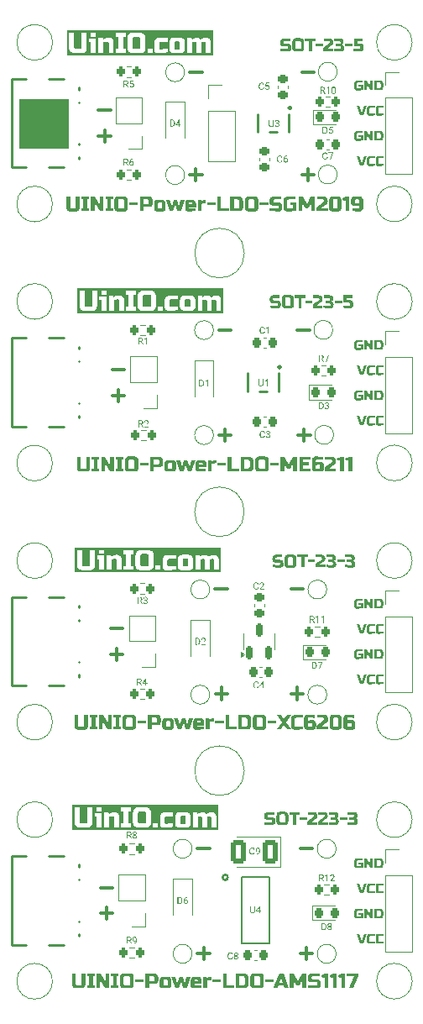
<source format=gto>
%TF.GenerationSoftware,KiCad,Pcbnew,8.0.1*%
%TF.CreationDate,2024-04-26T14:53:14+08:00*%
%TF.ProjectId,UINIO-Power-LDO,55494e49-4f2d-4506-9f77-65722d4c444f,Version 1.0.0*%
%TF.SameCoordinates,PX7c793c0PY34d0820*%
%TF.FileFunction,Legend,Top*%
%TF.FilePolarity,Positive*%
%FSLAX46Y46*%
G04 Gerber Fmt 4.6, Leading zero omitted, Abs format (unit mm)*
G04 Created by KiCad (PCBNEW 8.0.1) date 2024-04-26 14:53:14*
%MOMM*%
%LPD*%
G01*
G04 APERTURE LIST*
G04 Aperture macros list*
%AMRoundRect*
0 Rectangle with rounded corners*
0 $1 Rounding radius*
0 $2 $3 $4 $5 $6 $7 $8 $9 X,Y pos of 4 corners*
0 Add a 4 corners polygon primitive as box body*
4,1,4,$2,$3,$4,$5,$6,$7,$8,$9,$2,$3,0*
0 Add four circle primitives for the rounded corners*
1,1,$1+$1,$2,$3*
1,1,$1+$1,$4,$5*
1,1,$1+$1,$6,$7*
1,1,$1+$1,$8,$9*
0 Add four rect primitives between the rounded corners*
20,1,$1+$1,$2,$3,$4,$5,0*
20,1,$1+$1,$4,$5,$6,$7,0*
20,1,$1+$1,$6,$7,$8,$9,0*
20,1,$1+$1,$8,$9,$2,$3,0*%
G04 Aperture macros list end*
%ADD10C,0.100000*%
%ADD11C,0.300000*%
%ADD12C,0.150000*%
%ADD13C,0.120000*%
%ADD14C,0.152000*%
%ADD15C,0.254000*%
%ADD16RoundRect,0.225000X-0.250000X0.225000X-0.250000X-0.225000X0.250000X-0.225000X0.250000X0.225000X0*%
%ADD17C,2.200000*%
%ADD18R,2.366000X0.980000*%
%ADD19R,2.366000X3.600000*%
%ADD20RoundRect,0.225000X-0.225000X-0.250000X0.225000X-0.250000X0.225000X0.250000X-0.225000X0.250000X0*%
%ADD21O,1.800000X1.000000*%
%ADD22R,1.400000X0.700000*%
%ADD23R,1.400000X0.800000*%
%ADD24C,1.500000*%
%ADD25RoundRect,0.225000X0.225000X0.250000X-0.225000X0.250000X-0.225000X-0.250000X0.225000X-0.250000X0*%
%ADD26R,0.600000X1.000000*%
%ADD27R,1.700000X1.700000*%
%ADD28O,1.700000X1.700000*%
%ADD29RoundRect,0.200000X-0.200000X-0.275000X0.200000X-0.275000X0.200000X0.275000X-0.200000X0.275000X0*%
%ADD30RoundRect,0.200000X0.200000X0.275000X-0.200000X0.275000X-0.200000X-0.275000X0.200000X-0.275000X0*%
%ADD31RoundRect,0.218750X-0.218750X-0.256250X0.218750X-0.256250X0.218750X0.256250X-0.218750X0.256250X0*%
%ADD32C,2.800000*%
%ADD33RoundRect,0.250001X0.499999X0.924999X-0.499999X0.924999X-0.499999X-0.924999X0.499999X-0.924999X0*%
%ADD34R,1.200000X1.200000*%
%ADD35RoundRect,0.150000X0.150000X-0.512500X0.150000X0.512500X-0.150000X0.512500X-0.150000X-0.512500X0*%
%ADD36RoundRect,0.225000X0.250000X-0.225000X0.250000X0.225000X-0.250000X0.225000X-0.250000X-0.225000X0*%
G04 APERTURE END LIST*
D10*
X-5510000Y-7546667D02*
X-610000Y-7546667D01*
X-610000Y-12446667D01*
X-5510000Y-12446667D01*
X-5510000Y-7546667D01*
G36*
X-5510000Y-7546667D02*
G01*
X-610000Y-7546667D01*
X-610000Y-12446667D01*
X-5510000Y-12446667D01*
X-5510000Y-7546667D01*
G37*
D11*
X14248320Y-56925733D02*
X15467368Y-56925733D01*
X3698320Y-63539066D02*
X4917368Y-63539066D01*
X4307844Y-64148590D02*
X4307844Y-62929542D01*
D12*
G36*
X29039476Y-14011133D02*
G01*
X29278590Y-13321879D01*
X29552875Y-13321879D01*
X29180160Y-14306667D01*
X28898792Y-14306667D01*
X28525833Y-13321879D01*
X28800362Y-13321879D01*
X29039476Y-14011133D01*
G37*
G36*
X30349351Y-14292500D02*
G01*
X30291487Y-14297564D01*
X30235500Y-14302129D01*
X30181389Y-14306196D01*
X30129154Y-14309765D01*
X30078796Y-14312836D01*
X30014569Y-14316157D01*
X29953678Y-14318591D01*
X29896123Y-14320141D01*
X29841903Y-14320805D01*
X29828869Y-14320833D01*
X29779696Y-14318557D01*
X29728839Y-14310151D01*
X29679304Y-14292958D01*
X29634524Y-14263946D01*
X29626147Y-14256108D01*
X29594860Y-14213905D01*
X29575645Y-14166659D01*
X29565468Y-14117806D01*
X29561486Y-14061940D01*
X29561423Y-14053387D01*
X29561423Y-13603247D01*
X29563776Y-13550685D01*
X29572468Y-13496569D01*
X29590244Y-13444225D01*
X29616386Y-13402017D01*
X29628346Y-13388802D01*
X29672365Y-13356452D01*
X29722198Y-13336584D01*
X29774067Y-13326062D01*
X29824665Y-13322141D01*
X29842791Y-13321879D01*
X30349351Y-13321879D01*
X30349351Y-13518739D01*
X29899211Y-13518739D01*
X29851097Y-13528725D01*
X29818747Y-13570319D01*
X29814703Y-13603247D01*
X29814703Y-14053387D01*
X29830349Y-14101232D01*
X29833754Y-14104922D01*
X29880521Y-14123710D01*
X29882358Y-14123729D01*
X29931964Y-14123281D01*
X29947083Y-14122996D01*
X29996712Y-14121757D01*
X30020111Y-14121042D01*
X30070330Y-14119119D01*
X30096803Y-14118111D01*
X30147405Y-14115612D01*
X30196699Y-14112493D01*
X30246902Y-14109173D01*
X30300344Y-14105768D01*
X30349351Y-14102724D01*
X30349351Y-14292500D01*
G37*
G36*
X31216901Y-14292500D02*
G01*
X31159038Y-14297564D01*
X31103051Y-14302129D01*
X31048940Y-14306196D01*
X30996705Y-14309765D01*
X30946346Y-14312836D01*
X30882120Y-14316157D01*
X30821229Y-14318591D01*
X30763673Y-14320141D01*
X30709453Y-14320805D01*
X30696420Y-14320833D01*
X30647247Y-14318557D01*
X30596390Y-14310151D01*
X30546854Y-14292958D01*
X30502075Y-14263946D01*
X30493698Y-14256108D01*
X30462410Y-14213905D01*
X30443195Y-14166659D01*
X30433019Y-14117806D01*
X30429037Y-14061940D01*
X30428974Y-14053387D01*
X30428974Y-13603247D01*
X30431326Y-13550685D01*
X30440019Y-13496569D01*
X30457795Y-13444225D01*
X30483936Y-13402017D01*
X30495896Y-13388802D01*
X30539916Y-13356452D01*
X30589749Y-13336584D01*
X30641618Y-13326062D01*
X30692216Y-13322141D01*
X30710341Y-13321879D01*
X31216901Y-13321879D01*
X31216901Y-13518739D01*
X30766762Y-13518739D01*
X30718648Y-13528725D01*
X30686297Y-13570319D01*
X30682254Y-13603247D01*
X30682254Y-14053387D01*
X30697900Y-14101232D01*
X30701304Y-14104922D01*
X30748072Y-14123710D01*
X30749909Y-14123729D01*
X30799515Y-14123281D01*
X30814633Y-14122996D01*
X30864263Y-14121757D01*
X30887662Y-14121042D01*
X30937881Y-14119119D01*
X30964354Y-14118111D01*
X31014955Y-14115612D01*
X31064249Y-14112493D01*
X31114453Y-14109173D01*
X31167895Y-14105768D01*
X31216901Y-14102724D01*
X31216901Y-14292500D01*
G37*
D11*
X14628320Y-30875733D02*
X15847368Y-30875733D01*
X3698320Y-60949066D02*
X4917368Y-60949066D01*
D12*
G36*
X763741Y-95694486D02*
G01*
X1143294Y-95694486D01*
X1143294Y-96770864D01*
X1139765Y-96849595D01*
X1126727Y-96930704D01*
X1100062Y-97009232D01*
X1060850Y-97072647D01*
X1042910Y-97092532D01*
X977029Y-97141057D01*
X902314Y-97170859D01*
X824466Y-97186642D01*
X748474Y-97192524D01*
X721242Y-97192916D01*
X236176Y-97192916D01*
X157321Y-97189387D01*
X76099Y-97176348D01*
X-2515Y-97149684D01*
X-65970Y-97110472D01*
X-85858Y-97092532D01*
X-134206Y-97026503D01*
X-163899Y-96951753D01*
X-179624Y-96873950D01*
X-185485Y-96798052D01*
X-185875Y-96770864D01*
X-185875Y-95694486D01*
X193678Y-95694486D01*
X193678Y-96770864D01*
X208657Y-96842826D01*
X271047Y-96891211D01*
X320440Y-96897260D01*
X636979Y-96897260D01*
X709149Y-96882324D01*
X757675Y-96820114D01*
X763741Y-96770864D01*
X763741Y-95694486D01*
G37*
G36*
X2084118Y-97171667D02*
G01*
X1324644Y-97171667D01*
X1324644Y-96876377D01*
X1514421Y-96876377D01*
X1514421Y-95989775D01*
X1324644Y-95989775D01*
X1324644Y-95694486D01*
X2084118Y-95694486D01*
X2084118Y-95989775D01*
X1894341Y-95989775D01*
X1894341Y-96876377D01*
X2084118Y-96876377D01*
X2084118Y-97171667D01*
G37*
G36*
X3555803Y-97171667D02*
G01*
X3155000Y-97171667D01*
X2648319Y-96285431D01*
X2648319Y-97171667D01*
X2268765Y-97171667D01*
X2268765Y-95694486D01*
X2669568Y-95694486D01*
X3175883Y-96580721D01*
X3175883Y-95694486D01*
X3555803Y-95694486D01*
X3555803Y-97171667D01*
G37*
G36*
X4497725Y-97171667D02*
G01*
X3738252Y-97171667D01*
X3738252Y-96876377D01*
X3928029Y-96876377D01*
X3928029Y-95989775D01*
X3738252Y-95989775D01*
X3738252Y-95694486D01*
X4497725Y-95694486D01*
X4497725Y-95989775D01*
X4307949Y-95989775D01*
X4307949Y-96876377D01*
X4497725Y-96876377D01*
X4497725Y-97171667D01*
G37*
G36*
X5668334Y-95676766D02*
G01*
X5749508Y-95689804D01*
X5828024Y-95716468D01*
X5891336Y-95755681D01*
X5911159Y-95773620D01*
X5959684Y-95839650D01*
X5989486Y-95914399D01*
X6005269Y-95992203D01*
X6011150Y-96068100D01*
X6011543Y-96095288D01*
X6011543Y-96770864D01*
X6008013Y-96849595D01*
X5994975Y-96930704D01*
X5968311Y-97009232D01*
X5929098Y-97072647D01*
X5911159Y-97092532D01*
X5845278Y-97141057D01*
X5770562Y-97170859D01*
X5692714Y-97186642D01*
X5616722Y-97192524D01*
X5589491Y-97192916D01*
X5061926Y-97192916D01*
X4983195Y-97189387D01*
X4902086Y-97176348D01*
X4823558Y-97149684D01*
X4760143Y-97110472D01*
X4740259Y-97092532D01*
X4691733Y-97026503D01*
X4661932Y-96951753D01*
X4646149Y-96873950D01*
X4640267Y-96798052D01*
X4639875Y-96770864D01*
X5019794Y-96770864D01*
X5034773Y-96842826D01*
X5097164Y-96891211D01*
X5146556Y-96897260D01*
X5505227Y-96897260D01*
X5577397Y-96882324D01*
X5625923Y-96820114D01*
X5631989Y-96770864D01*
X5631989Y-96095288D01*
X5617010Y-96023327D01*
X5554620Y-95974941D01*
X5505227Y-95968893D01*
X5146556Y-95968893D01*
X5074386Y-95983828D01*
X5025860Y-96046038D01*
X5019794Y-96095288D01*
X5019794Y-96770864D01*
X4639875Y-96770864D01*
X4639875Y-96095288D01*
X4643404Y-96016557D01*
X4656442Y-95935448D01*
X4683106Y-95856920D01*
X4722319Y-95793505D01*
X4740259Y-95773620D01*
X4806288Y-95725095D01*
X4881038Y-95695294D01*
X4958841Y-95679511D01*
X5034738Y-95673629D01*
X5061926Y-95673237D01*
X5589491Y-95673237D01*
X5668334Y-95676766D01*
G37*
G36*
X6151860Y-96580721D02*
G01*
X6151860Y-96285431D01*
X7016846Y-96285431D01*
X7016846Y-96580721D01*
X6151860Y-96580721D01*
G37*
G36*
X8166572Y-95698015D02*
G01*
X8247746Y-95711053D01*
X8326262Y-95737717D01*
X8389574Y-95776930D01*
X8409397Y-95794870D01*
X8457922Y-95860751D01*
X8487724Y-95935466D01*
X8503507Y-96013314D01*
X8509388Y-96089306D01*
X8509781Y-96116537D01*
X8509781Y-96327563D01*
X8506251Y-96406419D01*
X8493213Y-96487640D01*
X8466549Y-96566254D01*
X8427336Y-96629710D01*
X8409397Y-96649597D01*
X8343516Y-96697946D01*
X8268800Y-96727638D01*
X8190952Y-96743364D01*
X8114960Y-96749224D01*
X8087729Y-96749615D01*
X7581047Y-96749615D01*
X7581047Y-97171667D01*
X7201494Y-97171667D01*
X7201494Y-95989775D01*
X7581047Y-95989775D01*
X7581047Y-96454325D01*
X8003099Y-96454325D01*
X8075269Y-96439347D01*
X8123795Y-96376956D01*
X8129861Y-96327563D01*
X8129861Y-96116537D01*
X8114882Y-96044367D01*
X8052491Y-95995841D01*
X8003099Y-95989775D01*
X7581047Y-95989775D01*
X7201494Y-95989775D01*
X7201494Y-95694486D01*
X8087729Y-95694486D01*
X8166572Y-95698015D01*
G37*
G36*
X9547416Y-96037884D02*
G01*
X9621308Y-96057606D01*
X9690631Y-96096174D01*
X9720248Y-96122033D01*
X9767582Y-96184630D01*
X9797385Y-96260679D01*
X9809218Y-96340625D01*
X9810007Y-96369695D01*
X9810007Y-96855128D01*
X9804397Y-96929981D01*
X9784675Y-97003954D01*
X9746106Y-97073434D01*
X9720248Y-97103156D01*
X9657651Y-97150490D01*
X9581602Y-97180293D01*
X9501656Y-97192127D01*
X9472586Y-97192916D01*
X8987153Y-97192916D01*
X8912300Y-97187306D01*
X8838327Y-97167583D01*
X8768847Y-97129015D01*
X8739125Y-97103156D01*
X8691791Y-97040366D01*
X8664179Y-96972415D01*
X8650768Y-96893625D01*
X8649365Y-96855128D01*
X8649365Y-96823620D01*
X9018660Y-96823620D01*
X9048496Y-96893977D01*
X9103291Y-96907884D01*
X9356448Y-96907884D01*
X9426805Y-96878178D01*
X9440712Y-96823620D01*
X9440712Y-96401569D01*
X9414051Y-96333137D01*
X9356448Y-96316939D01*
X9103291Y-96316939D01*
X9034859Y-96343716D01*
X9018660Y-96401569D01*
X9018660Y-96823620D01*
X8649365Y-96823620D01*
X8649365Y-96369695D01*
X8654975Y-96294865D01*
X8674698Y-96220973D01*
X8713266Y-96151650D01*
X8739125Y-96122033D01*
X8801915Y-96074699D01*
X8869866Y-96047087D01*
X8948656Y-96033676D01*
X8987153Y-96032274D01*
X9472586Y-96032274D01*
X9547416Y-96037884D01*
G37*
G36*
X11153831Y-96728366D02*
G01*
X11343608Y-96053156D01*
X11744411Y-96053156D01*
X11396365Y-97171667D01*
X11005820Y-97171667D01*
X10794794Y-96496457D01*
X10583769Y-97171667D01*
X10193591Y-97171667D01*
X9845178Y-96053156D01*
X10246347Y-96053156D01*
X10436124Y-96728366D01*
X10626267Y-96053156D01*
X10963688Y-96053156D01*
X11153831Y-96728366D01*
G37*
G36*
X12611343Y-96037884D02*
G01*
X12685316Y-96057606D01*
X12754796Y-96096174D01*
X12784519Y-96122033D01*
X12831853Y-96184630D01*
X12861656Y-96260679D01*
X12873489Y-96340625D01*
X12874278Y-96369695D01*
X12874278Y-96760239D01*
X12145946Y-96760239D01*
X12145946Y-96844503D01*
X12167195Y-96897626D01*
X12219951Y-96918509D01*
X12305088Y-96917388D01*
X12386465Y-96914742D01*
X12477322Y-96910540D01*
X12556835Y-96906058D01*
X12642415Y-96900580D01*
X12734064Y-96894105D01*
X12831780Y-96886635D01*
X12831780Y-97150417D01*
X12756125Y-97158012D01*
X12681797Y-97164860D01*
X12584756Y-97172829D01*
X12490074Y-97179469D01*
X12397750Y-97184781D01*
X12307784Y-97188765D01*
X12220178Y-97191422D01*
X12134929Y-97192750D01*
X12093189Y-97192916D01*
X12017075Y-97186076D01*
X11942972Y-97162434D01*
X11879889Y-97121905D01*
X11863113Y-97106454D01*
X11817517Y-97046676D01*
X11788809Y-96975879D01*
X11777411Y-96902740D01*
X11776651Y-96876377D01*
X11776651Y-96496457D01*
X12145946Y-96496457D01*
X12504983Y-96496457D01*
X12504983Y-96380320D01*
X12475147Y-96309963D01*
X12420353Y-96296056D01*
X12230576Y-96296056D01*
X12162145Y-96322717D01*
X12145946Y-96380320D01*
X12145946Y-96496457D01*
X11776651Y-96496457D01*
X11776651Y-96369695D01*
X11782261Y-96294865D01*
X11801983Y-96220973D01*
X11840552Y-96151650D01*
X11866410Y-96122033D01*
X11929200Y-96074699D01*
X11997152Y-96047087D01*
X12075942Y-96033676D01*
X12114439Y-96032274D01*
X12536490Y-96032274D01*
X12611343Y-96037884D01*
G37*
G36*
X13700429Y-96359071D02*
G01*
X13624956Y-96364084D01*
X13548149Y-96379125D01*
X13470010Y-96404192D01*
X13426023Y-96422452D01*
X13426023Y-97171667D01*
X13056727Y-97171667D01*
X13056727Y-96053156D01*
X13383891Y-96053156D01*
X13404774Y-96190543D01*
X13473497Y-96136756D01*
X13543379Y-96094098D01*
X13614421Y-96062567D01*
X13686622Y-96042165D01*
X13759982Y-96032892D01*
X13784693Y-96032274D01*
X13879582Y-96032274D01*
X13879582Y-96359071D01*
X13700429Y-96359071D01*
G37*
G36*
X13980332Y-96580721D02*
G01*
X13980332Y-96285431D01*
X14845318Y-96285431D01*
X14845318Y-96580721D01*
X13980332Y-96580721D01*
G37*
G36*
X15409519Y-96876377D02*
G01*
X16179983Y-96876377D01*
X16179983Y-97171667D01*
X15029965Y-97171667D01*
X15029965Y-95694486D01*
X15409519Y-95694486D01*
X15409519Y-96876377D01*
G37*
G36*
X17229282Y-95698826D02*
G01*
X17306587Y-95711848D01*
X17386554Y-95738012D01*
X17455512Y-95775992D01*
X17505855Y-95817951D01*
X17553963Y-95877471D01*
X17590255Y-95948001D01*
X17614731Y-96029541D01*
X17626306Y-96108195D01*
X17629320Y-96179918D01*
X17629320Y-96686234D01*
X17624979Y-96771628D01*
X17611958Y-96848934D01*
X17585794Y-96928901D01*
X17547814Y-96997858D01*
X17505855Y-97048202D01*
X17446335Y-97096310D01*
X17375804Y-97132601D01*
X17294265Y-97157077D01*
X17215611Y-97168652D01*
X17143887Y-97171667D01*
X16321033Y-97171667D01*
X16321033Y-95989775D01*
X16700587Y-95989775D01*
X16700587Y-96876377D01*
X17059623Y-96876377D01*
X17133570Y-96867278D01*
X17201956Y-96828841D01*
X17240319Y-96760323D01*
X17249400Y-96686234D01*
X17249400Y-96179918D01*
X17240319Y-96105829D01*
X17201956Y-96037311D01*
X17133570Y-95998874D01*
X17059623Y-95989775D01*
X16700587Y-95989775D01*
X16321033Y-95989775D01*
X16321033Y-95694486D01*
X17143887Y-95694486D01*
X17229282Y-95698826D01*
G37*
G36*
X18817880Y-95676766D02*
G01*
X18899054Y-95689804D01*
X18977571Y-95716468D01*
X19040883Y-95755681D01*
X19060705Y-95773620D01*
X19109231Y-95839650D01*
X19139032Y-95914399D01*
X19154815Y-95992203D01*
X19160697Y-96068100D01*
X19161089Y-96095288D01*
X19161089Y-96770864D01*
X19157560Y-96849595D01*
X19144522Y-96930704D01*
X19117857Y-97009232D01*
X19078645Y-97072647D01*
X19060705Y-97092532D01*
X18994824Y-97141057D01*
X18920109Y-97170859D01*
X18842260Y-97186642D01*
X18766268Y-97192524D01*
X18739037Y-97192916D01*
X18211473Y-97192916D01*
X18132742Y-97189387D01*
X18051633Y-97176348D01*
X17973105Y-97149684D01*
X17909689Y-97110472D01*
X17889805Y-97092532D01*
X17841280Y-97026503D01*
X17811478Y-96951753D01*
X17795695Y-96873950D01*
X17789813Y-96798052D01*
X17789421Y-96770864D01*
X18169341Y-96770864D01*
X18184320Y-96842826D01*
X18246710Y-96891211D01*
X18296103Y-96897260D01*
X18654774Y-96897260D01*
X18726944Y-96882324D01*
X18775470Y-96820114D01*
X18781536Y-96770864D01*
X18781536Y-96095288D01*
X18766557Y-96023327D01*
X18704166Y-95974941D01*
X18654774Y-95968893D01*
X18296103Y-95968893D01*
X18223933Y-95983828D01*
X18175407Y-96046038D01*
X18169341Y-96095288D01*
X18169341Y-96770864D01*
X17789421Y-96770864D01*
X17789421Y-96095288D01*
X17792950Y-96016557D01*
X17805988Y-95935448D01*
X17832653Y-95856920D01*
X17871865Y-95793505D01*
X17889805Y-95773620D01*
X17955834Y-95725095D01*
X18030584Y-95695294D01*
X18108387Y-95679511D01*
X18184285Y-95673629D01*
X18211473Y-95673237D01*
X18739037Y-95673237D01*
X18817880Y-95676766D01*
G37*
G36*
X19301406Y-96580721D02*
G01*
X19301406Y-96285431D01*
X20166393Y-96285431D01*
X20166393Y-96580721D01*
X19301406Y-96580721D01*
G37*
G36*
X21680576Y-97171667D02*
G01*
X21269149Y-97171667D01*
X21174261Y-96907884D01*
X20646696Y-96907884D01*
X20551808Y-97171667D01*
X20140014Y-97171667D01*
X20343838Y-96633477D01*
X20741584Y-96633477D01*
X21079372Y-96633477D01*
X20910478Y-96137787D01*
X20741584Y-96633477D01*
X20343838Y-96633477D01*
X20699453Y-95694486D01*
X21121504Y-95694486D01*
X21680576Y-97171667D01*
G37*
G36*
X23044550Y-96348812D02*
G01*
X22748894Y-96876377D01*
X22453605Y-96876377D01*
X22157949Y-96348812D01*
X22157949Y-97171667D01*
X21778395Y-97171667D01*
X21778395Y-95694486D01*
X22179198Y-95694486D01*
X22601249Y-96475208D01*
X23023301Y-95694486D01*
X23424104Y-95694486D01*
X23424104Y-97171667D01*
X23044550Y-97171667D01*
X23044550Y-96348812D01*
G37*
G36*
X23623039Y-96865752D02*
G01*
X23728156Y-96871383D01*
X23826711Y-96876460D01*
X23918703Y-96880983D01*
X24004133Y-96884952D01*
X24083000Y-96888367D01*
X24177949Y-96892060D01*
X24261231Y-96894767D01*
X24348927Y-96896767D01*
X24405960Y-96897260D01*
X24477364Y-96874091D01*
X24482896Y-96869050D01*
X24511222Y-96800706D01*
X24511473Y-96791747D01*
X24511473Y-96601970D01*
X24026040Y-96601970D01*
X23947184Y-96598454D01*
X23865963Y-96585463D01*
X23787349Y-96558896D01*
X23723894Y-96519827D01*
X23704006Y-96501953D01*
X23655658Y-96435894D01*
X23625965Y-96361070D01*
X23610240Y-96283164D01*
X23604379Y-96207151D01*
X23603988Y-96179918D01*
X23603988Y-96116537D01*
X23607505Y-96037695D01*
X23620495Y-95956521D01*
X23647062Y-95878004D01*
X23686132Y-95814692D01*
X23704006Y-95794870D01*
X23770064Y-95746344D01*
X23844888Y-95716543D01*
X23922794Y-95700760D01*
X23998807Y-95694878D01*
X24026040Y-95694486D01*
X24766829Y-95694486D01*
X24766829Y-95989775D01*
X24110304Y-95989775D01*
X24038342Y-96004754D01*
X23989956Y-96067145D01*
X23983908Y-96116537D01*
X23983908Y-96158669D01*
X23998844Y-96230839D01*
X24061054Y-96279366D01*
X24110304Y-96285431D01*
X24490224Y-96285431D01*
X24563859Y-96288845D01*
X24640031Y-96301454D01*
X24714249Y-96327243D01*
X24781376Y-96370761D01*
X24793940Y-96382518D01*
X24840871Y-96445794D01*
X24869694Y-96516588D01*
X24884958Y-96589766D01*
X24890931Y-96673426D01*
X24891026Y-96686234D01*
X24891026Y-96791747D01*
X24887613Y-96865506D01*
X24875003Y-96941792D01*
X24849214Y-97016095D01*
X24805696Y-97083264D01*
X24793940Y-97095829D01*
X24730663Y-97142761D01*
X24659869Y-97171583D01*
X24586692Y-97186848D01*
X24503031Y-97192821D01*
X24490224Y-97192916D01*
X24414700Y-97192396D01*
X24336233Y-97190838D01*
X24262345Y-97188519D01*
X24068172Y-97180093D01*
X23986886Y-97175812D01*
X23904596Y-97170939D01*
X23821301Y-97165474D01*
X23737002Y-97159416D01*
X23651697Y-97152766D01*
X23623039Y-97150417D01*
X23623039Y-96865752D01*
G37*
G36*
X25295492Y-97171667D02*
G01*
X25295492Y-96021649D01*
X25052959Y-96105913D01*
X24947446Y-95863380D01*
X25337991Y-95694486D01*
X25675412Y-95694486D01*
X25675412Y-97171667D01*
X25295492Y-97171667D01*
G37*
G36*
X26145457Y-97171667D02*
G01*
X26145457Y-96021649D01*
X25902924Y-96105913D01*
X25797411Y-95863380D01*
X26187956Y-95694486D01*
X26525377Y-95694486D01*
X26525377Y-97171667D01*
X26145457Y-97171667D01*
G37*
G36*
X26995423Y-97171667D02*
G01*
X26995423Y-96021649D01*
X26752889Y-96105913D01*
X26647376Y-95863380D01*
X27037921Y-95694486D01*
X27375342Y-95694486D01*
X27375342Y-97171667D01*
X26995423Y-97171667D01*
G37*
G36*
X27518591Y-95694486D02*
G01*
X28657984Y-95694486D01*
X28657984Y-95989775D01*
X28172551Y-97171667D01*
X27750499Y-97171667D01*
X28257181Y-95989775D01*
X27518591Y-95989775D01*
X27518591Y-95694486D01*
G37*
G36*
X29159888Y-85045662D02*
G01*
X29098626Y-85051947D01*
X29038304Y-85057614D01*
X28978922Y-85062663D01*
X28920480Y-85067094D01*
X28862979Y-85070906D01*
X28806418Y-85074101D01*
X28750797Y-85076677D01*
X28696116Y-85078634D01*
X28642376Y-85079974D01*
X28589576Y-85080695D01*
X28554898Y-85080833D01*
X28505725Y-85078557D01*
X28454868Y-85070151D01*
X28405333Y-85052958D01*
X28360553Y-85023946D01*
X28352177Y-85016108D01*
X28320889Y-84973905D01*
X28301674Y-84926659D01*
X28291498Y-84877806D01*
X28287516Y-84821940D01*
X28287452Y-84813387D01*
X28287452Y-84363247D01*
X28289805Y-84310685D01*
X28298497Y-84256569D01*
X28316273Y-84204225D01*
X28342415Y-84162017D01*
X28354375Y-84148802D01*
X28398394Y-84116452D01*
X28448228Y-84096584D01*
X28500096Y-84086062D01*
X28550695Y-84082141D01*
X28568820Y-84081879D01*
X29075380Y-84081879D01*
X29075380Y-84278739D01*
X28625240Y-84278739D01*
X28577127Y-84288725D01*
X28544776Y-84330319D01*
X28540732Y-84363247D01*
X28540732Y-84813387D01*
X28556379Y-84861232D01*
X28559783Y-84864922D01*
X28605145Y-84883563D01*
X28611074Y-84883729D01*
X28660986Y-84883556D01*
X28719055Y-84882892D01*
X28775132Y-84881730D01*
X28829216Y-84880069D01*
X28881309Y-84877911D01*
X28906608Y-84876646D01*
X28906608Y-84672703D01*
X28723670Y-84672703D01*
X28723670Y-84503931D01*
X29159888Y-84503931D01*
X29159888Y-85045662D01*
G37*
G36*
X30153712Y-85066667D02*
G01*
X29886510Y-85066667D01*
X29548722Y-84475843D01*
X29548722Y-85066667D01*
X29295687Y-85066667D01*
X29295687Y-84081879D01*
X29562889Y-84081879D01*
X29900432Y-84672703D01*
X29900432Y-84081879D01*
X30153712Y-84081879D01*
X30153712Y-85066667D01*
G37*
G36*
X30923098Y-84084773D02*
G01*
X30974635Y-84093454D01*
X31027946Y-84110897D01*
X31073918Y-84136217D01*
X31107480Y-84164189D01*
X31139552Y-84203870D01*
X31163747Y-84250890D01*
X31180064Y-84305249D01*
X31187781Y-84357685D01*
X31189790Y-84405501D01*
X31189790Y-84743045D01*
X31186896Y-84799974D01*
X31178215Y-84851511D01*
X31160773Y-84904823D01*
X31135453Y-84950794D01*
X31107480Y-84984357D01*
X31067800Y-85016429D01*
X31020780Y-85040623D01*
X30966420Y-85056940D01*
X30913984Y-85064657D01*
X30866168Y-85066667D01*
X30317599Y-85066667D01*
X30317599Y-84278739D01*
X30570634Y-84278739D01*
X30570634Y-84869807D01*
X30809992Y-84869807D01*
X30859290Y-84863741D01*
X30904881Y-84838116D01*
X30930456Y-84792437D01*
X30936510Y-84743045D01*
X30936510Y-84405501D01*
X30930456Y-84356108D01*
X30904881Y-84310430D01*
X30859290Y-84284805D01*
X30809992Y-84278739D01*
X30570634Y-84278739D01*
X30317599Y-84278739D01*
X30317599Y-84081879D01*
X30866168Y-84081879D01*
X30923098Y-84084773D01*
G37*
D11*
X21918320Y-56925733D02*
X23137368Y-56925733D01*
X2478320Y-8699066D02*
X3697368Y-8699066D01*
D12*
G36*
X20027003Y-54510541D02*
G01*
X20118104Y-54515421D01*
X20203518Y-54519821D01*
X20283244Y-54523741D01*
X20357283Y-54527181D01*
X20425635Y-54530141D01*
X20507924Y-54533341D01*
X20580102Y-54535687D01*
X20656105Y-54537421D01*
X20705534Y-54537847D01*
X20767418Y-54517768D01*
X20772212Y-54513399D01*
X20796760Y-54454167D01*
X20796978Y-54446403D01*
X20796978Y-54281930D01*
X20376270Y-54281930D01*
X20307928Y-54278882D01*
X20237536Y-54267624D01*
X20169404Y-54244599D01*
X20114410Y-54210739D01*
X20097174Y-54195248D01*
X20055272Y-54137997D01*
X20029538Y-54073150D01*
X20015909Y-54005631D01*
X20010830Y-53939753D01*
X20010492Y-53916151D01*
X20010492Y-53861221D01*
X20013539Y-53792891D01*
X20024798Y-53722540D01*
X20047822Y-53654493D01*
X20081683Y-53599622D01*
X20097174Y-53582442D01*
X20154424Y-53540387D01*
X20219272Y-53514559D01*
X20286790Y-53500881D01*
X20352668Y-53495783D01*
X20376270Y-53495443D01*
X21018287Y-53495443D01*
X21018287Y-53751361D01*
X20449298Y-53751361D01*
X20386932Y-53764342D01*
X20344997Y-53818414D01*
X20339755Y-53861221D01*
X20339755Y-53897736D01*
X20352700Y-53960283D01*
X20406615Y-54002339D01*
X20449298Y-54007596D01*
X20778562Y-54007596D01*
X20842379Y-54010554D01*
X20908395Y-54021483D01*
X20972717Y-54043833D01*
X21030894Y-54081549D01*
X21041783Y-54091738D01*
X21082457Y-54146577D01*
X21107436Y-54207932D01*
X21120666Y-54271352D01*
X21125842Y-54343858D01*
X21125924Y-54354958D01*
X21125924Y-54446403D01*
X21122966Y-54510328D01*
X21112038Y-54576442D01*
X21089688Y-54640838D01*
X21051972Y-54699051D01*
X21041783Y-54709941D01*
X20986943Y-54750615D01*
X20925588Y-54775594D01*
X20862168Y-54788824D01*
X20789662Y-54794000D01*
X20778562Y-54794082D01*
X20713109Y-54793632D01*
X20645104Y-54792282D01*
X20581067Y-54790272D01*
X20412784Y-54782969D01*
X20342337Y-54779260D01*
X20271018Y-54775036D01*
X20198829Y-54770300D01*
X20125770Y-54765050D01*
X20051839Y-54759286D01*
X20027003Y-54757251D01*
X20027003Y-54510541D01*
G37*
G36*
X22139181Y-53480086D02*
G01*
X22209532Y-53491386D01*
X22277580Y-53514495D01*
X22332451Y-53548479D01*
X22349630Y-53564027D01*
X22391685Y-53621252D01*
X22417513Y-53686035D01*
X22431192Y-53753464D01*
X22436289Y-53819242D01*
X22436629Y-53842805D01*
X22436629Y-54428304D01*
X22433571Y-54496538D01*
X22422271Y-54566832D01*
X22399162Y-54634890D01*
X22365178Y-54689850D01*
X22349630Y-54707083D01*
X22292533Y-54749138D01*
X22227780Y-54774966D01*
X22160311Y-54788645D01*
X22094451Y-54793743D01*
X22070851Y-54794082D01*
X21613628Y-54794082D01*
X21545395Y-54791024D01*
X21475100Y-54779724D01*
X21407043Y-54756615D01*
X21352083Y-54722631D01*
X21334850Y-54707083D01*
X21292794Y-54649858D01*
X21266966Y-54585075D01*
X21253288Y-54517645D01*
X21248190Y-54451867D01*
X21247850Y-54428304D01*
X21577114Y-54428304D01*
X21590096Y-54490671D01*
X21644168Y-54532605D01*
X21686975Y-54537847D01*
X21997822Y-54537847D01*
X22060370Y-54524903D01*
X22102426Y-54470988D01*
X22107683Y-54428304D01*
X22107683Y-53842805D01*
X22094701Y-53780439D01*
X22040629Y-53738504D01*
X21997822Y-53733262D01*
X21686975Y-53733262D01*
X21624427Y-53746206D01*
X21582371Y-53800122D01*
X21577114Y-53842805D01*
X21577114Y-54428304D01*
X21247850Y-54428304D01*
X21247850Y-53842805D01*
X21250909Y-53774572D01*
X21262209Y-53704277D01*
X21285318Y-53636220D01*
X21319302Y-53581260D01*
X21334850Y-53564027D01*
X21392075Y-53521971D01*
X21456858Y-53496143D01*
X21524288Y-53482465D01*
X21590065Y-53477367D01*
X21613628Y-53477027D01*
X22070851Y-53477027D01*
X22139181Y-53480086D01*
G37*
G36*
X23234864Y-54775667D02*
G01*
X22905600Y-54775667D01*
X22905600Y-53751361D01*
X22521723Y-53751361D01*
X22521723Y-53495443D01*
X23619058Y-53495443D01*
X23619058Y-53751361D01*
X23234864Y-53751361D01*
X23234864Y-54775667D01*
G37*
G36*
X23576828Y-54263514D02*
G01*
X23576828Y-54007596D01*
X24326483Y-54007596D01*
X24326483Y-54263514D01*
X23576828Y-54263514D01*
G37*
G36*
X25346343Y-53897736D02*
G01*
X25340038Y-53963782D01*
X25321122Y-54025787D01*
X25289595Y-54083751D01*
X25245457Y-54137673D01*
X25214574Y-54166671D01*
X25164114Y-54207882D01*
X25126622Y-54236207D01*
X24733538Y-54519749D01*
X25346343Y-54519749D01*
X25346343Y-54775667D01*
X24358552Y-54775667D01*
X24358552Y-54428304D01*
X25017079Y-53952666D01*
X25017079Y-53861221D01*
X25004098Y-53798674D01*
X24950026Y-53756618D01*
X24907219Y-53751361D01*
X24395066Y-53751361D01*
X24395066Y-53495443D01*
X24980565Y-53495443D01*
X25048799Y-53498502D01*
X25119093Y-53509801D01*
X25187151Y-53532911D01*
X25242110Y-53566895D01*
X25259344Y-53582442D01*
X25301399Y-53639540D01*
X25327227Y-53704293D01*
X25340906Y-53771761D01*
X25346003Y-53837621D01*
X25346343Y-53861221D01*
X25346343Y-53897736D01*
G37*
G36*
X26108381Y-54794082D02*
G01*
X26030991Y-54793507D01*
X25951548Y-54791780D01*
X25870050Y-54788903D01*
X25786499Y-54784874D01*
X25722488Y-54781098D01*
X25657321Y-54776674D01*
X25590999Y-54771602D01*
X25523522Y-54765883D01*
X25454889Y-54759517D01*
X25431755Y-54757251D01*
X25431755Y-54510541D01*
X25505742Y-54515421D01*
X25576129Y-54519821D01*
X25642916Y-54523741D01*
X25726366Y-54528221D01*
X25803415Y-54531847D01*
X25874065Y-54534621D01*
X25938315Y-54536541D01*
X26009627Y-54537741D01*
X26035352Y-54537847D01*
X26097236Y-54517768D01*
X26102030Y-54513399D01*
X26126579Y-54454167D01*
X26126797Y-54446403D01*
X26126797Y-54373374D01*
X26113815Y-54310827D01*
X26059743Y-54268771D01*
X26016936Y-54263514D01*
X25633060Y-54263514D01*
X25633060Y-54007596D01*
X25980422Y-54007596D01*
X26042969Y-53994614D01*
X26085025Y-53940543D01*
X26090282Y-53897736D01*
X26090282Y-53861221D01*
X26077301Y-53798674D01*
X26023229Y-53756618D01*
X25980422Y-53751361D01*
X25450171Y-53751361D01*
X25450171Y-53495443D01*
X26071866Y-53495443D01*
X26135791Y-53498312D01*
X26201905Y-53508911D01*
X26266301Y-53530586D01*
X26324515Y-53567163D01*
X26335404Y-53577045D01*
X26376078Y-53629498D01*
X26403441Y-53695414D01*
X26416588Y-53765307D01*
X26419546Y-53824707D01*
X26414616Y-53889171D01*
X26397804Y-53950842D01*
X26369061Y-54002833D01*
X26323007Y-54051797D01*
X26266368Y-54087242D01*
X26236657Y-54099041D01*
X26296848Y-54122274D01*
X26354512Y-54162519D01*
X26400308Y-54217370D01*
X26430646Y-54277345D01*
X26437645Y-54296535D01*
X26452014Y-54361873D01*
X26456060Y-54428304D01*
X26456060Y-54446403D01*
X26453102Y-54510328D01*
X26442174Y-54576442D01*
X26419824Y-54640838D01*
X26382108Y-54699051D01*
X26371919Y-54709941D01*
X26317054Y-54750615D01*
X26255635Y-54775594D01*
X26192126Y-54788824D01*
X26119500Y-54794000D01*
X26108381Y-54794082D01*
G37*
G36*
X26560206Y-54263514D02*
G01*
X26560206Y-54007596D01*
X27309860Y-54007596D01*
X27309860Y-54263514D01*
X26560206Y-54263514D01*
G37*
G36*
X28018555Y-54794082D02*
G01*
X27941166Y-54793507D01*
X27861722Y-54791780D01*
X27780225Y-54788903D01*
X27696674Y-54784874D01*
X27632662Y-54781098D01*
X27567496Y-54776674D01*
X27501174Y-54771602D01*
X27433696Y-54765883D01*
X27365064Y-54759517D01*
X27341929Y-54757251D01*
X27341929Y-54510541D01*
X27415916Y-54515421D01*
X27486303Y-54519821D01*
X27553091Y-54523741D01*
X27636540Y-54528221D01*
X27713590Y-54531847D01*
X27784239Y-54534621D01*
X27848489Y-54536541D01*
X27919802Y-54537741D01*
X27945527Y-54537847D01*
X28007411Y-54517768D01*
X28012205Y-54513399D01*
X28036753Y-54454167D01*
X28036971Y-54446403D01*
X28036971Y-54373374D01*
X28023990Y-54310827D01*
X27969918Y-54268771D01*
X27927111Y-54263514D01*
X27543234Y-54263514D01*
X27543234Y-54007596D01*
X27890596Y-54007596D01*
X27953144Y-53994614D01*
X27995200Y-53940543D01*
X28000457Y-53897736D01*
X28000457Y-53861221D01*
X27987475Y-53798674D01*
X27933403Y-53756618D01*
X27890596Y-53751361D01*
X27360345Y-53751361D01*
X27360345Y-53495443D01*
X27982041Y-53495443D01*
X28045966Y-53498312D01*
X28112080Y-53508911D01*
X28176476Y-53530586D01*
X28234689Y-53567163D01*
X28245579Y-53577045D01*
X28286253Y-53629498D01*
X28313615Y-53695414D01*
X28326763Y-53765307D01*
X28329721Y-53824707D01*
X28324790Y-53889171D01*
X28307979Y-53950842D01*
X28279236Y-54002833D01*
X28233182Y-54051797D01*
X28176543Y-54087242D01*
X28146832Y-54099041D01*
X28207022Y-54122274D01*
X28264686Y-54162519D01*
X28310483Y-54217370D01*
X28340820Y-54277345D01*
X28347819Y-54296535D01*
X28362188Y-54361873D01*
X28366235Y-54428304D01*
X28366235Y-54446403D01*
X28363277Y-54510328D01*
X28352348Y-54576442D01*
X28329998Y-54640838D01*
X28292282Y-54699051D01*
X28282093Y-54709941D01*
X28227229Y-54750615D01*
X28165809Y-54775594D01*
X28102300Y-54788824D01*
X28029674Y-54794000D01*
X28018555Y-54794082D01*
G37*
D11*
X14598320Y-41429066D02*
X15817368Y-41429066D01*
X15207844Y-42038590D02*
X15207844Y-40819542D01*
X2658320Y-87039066D02*
X3877368Y-87039066D01*
X22828320Y-93699066D02*
X24047368Y-93699066D01*
X23437844Y-94308590D02*
X23437844Y-93089542D01*
D12*
G36*
X29039476Y-87311133D02*
G01*
X29278590Y-86621879D01*
X29552875Y-86621879D01*
X29180160Y-87606667D01*
X28898792Y-87606667D01*
X28525833Y-86621879D01*
X28800362Y-86621879D01*
X29039476Y-87311133D01*
G37*
G36*
X30349351Y-87592500D02*
G01*
X30291487Y-87597564D01*
X30235500Y-87602129D01*
X30181389Y-87606196D01*
X30129154Y-87609765D01*
X30078796Y-87612836D01*
X30014569Y-87616157D01*
X29953678Y-87618591D01*
X29896123Y-87620141D01*
X29841903Y-87620805D01*
X29828869Y-87620833D01*
X29779696Y-87618557D01*
X29728839Y-87610151D01*
X29679304Y-87592958D01*
X29634524Y-87563946D01*
X29626147Y-87556108D01*
X29594860Y-87513905D01*
X29575645Y-87466659D01*
X29565468Y-87417806D01*
X29561486Y-87361940D01*
X29561423Y-87353387D01*
X29561423Y-86903247D01*
X29563776Y-86850685D01*
X29572468Y-86796569D01*
X29590244Y-86744225D01*
X29616386Y-86702017D01*
X29628346Y-86688802D01*
X29672365Y-86656452D01*
X29722198Y-86636584D01*
X29774067Y-86626062D01*
X29824665Y-86622141D01*
X29842791Y-86621879D01*
X30349351Y-86621879D01*
X30349351Y-86818739D01*
X29899211Y-86818739D01*
X29851097Y-86828725D01*
X29818747Y-86870319D01*
X29814703Y-86903247D01*
X29814703Y-87353387D01*
X29830349Y-87401232D01*
X29833754Y-87404922D01*
X29880521Y-87423710D01*
X29882358Y-87423729D01*
X29931964Y-87423281D01*
X29947083Y-87422996D01*
X29996712Y-87421757D01*
X30020111Y-87421042D01*
X30070330Y-87419119D01*
X30096803Y-87418111D01*
X30147405Y-87415612D01*
X30196699Y-87412493D01*
X30246902Y-87409173D01*
X30300344Y-87405768D01*
X30349351Y-87402724D01*
X30349351Y-87592500D01*
G37*
G36*
X31216901Y-87592500D02*
G01*
X31159038Y-87597564D01*
X31103051Y-87602129D01*
X31048940Y-87606196D01*
X30996705Y-87609765D01*
X30946346Y-87612836D01*
X30882120Y-87616157D01*
X30821229Y-87618591D01*
X30763673Y-87620141D01*
X30709453Y-87620805D01*
X30696420Y-87620833D01*
X30647247Y-87618557D01*
X30596390Y-87610151D01*
X30546854Y-87592958D01*
X30502075Y-87563946D01*
X30493698Y-87556108D01*
X30462410Y-87513905D01*
X30443195Y-87466659D01*
X30433019Y-87417806D01*
X30429037Y-87361940D01*
X30428974Y-87353387D01*
X30428974Y-86903247D01*
X30431326Y-86850685D01*
X30440019Y-86796569D01*
X30457795Y-86744225D01*
X30483936Y-86702017D01*
X30495896Y-86688802D01*
X30539916Y-86656452D01*
X30589749Y-86636584D01*
X30641618Y-86626062D01*
X30692216Y-86622141D01*
X30710341Y-86621879D01*
X31216901Y-86621879D01*
X31216901Y-86818739D01*
X30766762Y-86818739D01*
X30718648Y-86828725D01*
X30686297Y-86870319D01*
X30682254Y-86903247D01*
X30682254Y-87353387D01*
X30697900Y-87401232D01*
X30701304Y-87404922D01*
X30748072Y-87423710D01*
X30749909Y-87423729D01*
X30799515Y-87423281D01*
X30814633Y-87422996D01*
X30864263Y-87421757D01*
X30887662Y-87421042D01*
X30937881Y-87419119D01*
X30964354Y-87418111D01*
X31014955Y-87415612D01*
X31064249Y-87412493D01*
X31114453Y-87409173D01*
X31167895Y-87405768D01*
X31216901Y-87402724D01*
X31216901Y-87592500D01*
G37*
G36*
X29039476Y-92391133D02*
G01*
X29278590Y-91701879D01*
X29552875Y-91701879D01*
X29180160Y-92686667D01*
X28898792Y-92686667D01*
X28525833Y-91701879D01*
X28800362Y-91701879D01*
X29039476Y-92391133D01*
G37*
G36*
X30349351Y-92672500D02*
G01*
X30291487Y-92677564D01*
X30235500Y-92682129D01*
X30181389Y-92686196D01*
X30129154Y-92689765D01*
X30078796Y-92692836D01*
X30014569Y-92696157D01*
X29953678Y-92698591D01*
X29896123Y-92700141D01*
X29841903Y-92700805D01*
X29828869Y-92700833D01*
X29779696Y-92698557D01*
X29728839Y-92690151D01*
X29679304Y-92672958D01*
X29634524Y-92643946D01*
X29626147Y-92636108D01*
X29594860Y-92593905D01*
X29575645Y-92546659D01*
X29565468Y-92497806D01*
X29561486Y-92441940D01*
X29561423Y-92433387D01*
X29561423Y-91983247D01*
X29563776Y-91930685D01*
X29572468Y-91876569D01*
X29590244Y-91824225D01*
X29616386Y-91782017D01*
X29628346Y-91768802D01*
X29672365Y-91736452D01*
X29722198Y-91716584D01*
X29774067Y-91706062D01*
X29824665Y-91702141D01*
X29842791Y-91701879D01*
X30349351Y-91701879D01*
X30349351Y-91898739D01*
X29899211Y-91898739D01*
X29851097Y-91908725D01*
X29818747Y-91950319D01*
X29814703Y-91983247D01*
X29814703Y-92433387D01*
X29830349Y-92481232D01*
X29833754Y-92484922D01*
X29880521Y-92503710D01*
X29882358Y-92503729D01*
X29931964Y-92503281D01*
X29947083Y-92502996D01*
X29996712Y-92501757D01*
X30020111Y-92501042D01*
X30070330Y-92499119D01*
X30096803Y-92498111D01*
X30147405Y-92495612D01*
X30196699Y-92492493D01*
X30246902Y-92489173D01*
X30300344Y-92485768D01*
X30349351Y-92482724D01*
X30349351Y-92672500D01*
G37*
G36*
X31216901Y-92672500D02*
G01*
X31159038Y-92677564D01*
X31103051Y-92682129D01*
X31048940Y-92686196D01*
X30996705Y-92689765D01*
X30946346Y-92692836D01*
X30882120Y-92696157D01*
X30821229Y-92698591D01*
X30763673Y-92700141D01*
X30709453Y-92700805D01*
X30696420Y-92700833D01*
X30647247Y-92698557D01*
X30596390Y-92690151D01*
X30546854Y-92672958D01*
X30502075Y-92643946D01*
X30493698Y-92636108D01*
X30462410Y-92593905D01*
X30443195Y-92546659D01*
X30433019Y-92497806D01*
X30429037Y-92441940D01*
X30428974Y-92433387D01*
X30428974Y-91983247D01*
X30431326Y-91930685D01*
X30440019Y-91876569D01*
X30457795Y-91824225D01*
X30483936Y-91782017D01*
X30495896Y-91768802D01*
X30539916Y-91736452D01*
X30589749Y-91716584D01*
X30641618Y-91706062D01*
X30692216Y-91702141D01*
X30710341Y-91701879D01*
X31216901Y-91701879D01*
X31216901Y-91898739D01*
X30766762Y-91898739D01*
X30718648Y-91908725D01*
X30686297Y-91950319D01*
X30682254Y-91983247D01*
X30682254Y-92433387D01*
X30697900Y-92481232D01*
X30701304Y-92484922D01*
X30748072Y-92503710D01*
X30749909Y-92503729D01*
X30799515Y-92503281D01*
X30814633Y-92502996D01*
X30864263Y-92501757D01*
X30887662Y-92501042D01*
X30937881Y-92499119D01*
X30964354Y-92498111D01*
X31014955Y-92495612D01*
X31064249Y-92492493D01*
X31114453Y-92489173D01*
X31167895Y-92485768D01*
X31216901Y-92482724D01*
X31216901Y-92672500D01*
G37*
D11*
X21918320Y-67495733D02*
X23137368Y-67495733D01*
X22527844Y-68105257D02*
X22527844Y-66886209D01*
X2478320Y-11289066D02*
X3697368Y-11289066D01*
X3087844Y-11898590D02*
X3087844Y-10679542D01*
D12*
G36*
X7171813Y-79361032D02*
G01*
X7255000Y-79425547D01*
X7274972Y-79521496D01*
X7274972Y-80422263D01*
X7266884Y-80487930D01*
X7202183Y-80570877D01*
X7105956Y-80590791D01*
X6627728Y-80590791D01*
X6561871Y-80582726D01*
X6478684Y-80518212D01*
X6458712Y-80422263D01*
X6458712Y-79521496D01*
X6466800Y-79455829D01*
X6531501Y-79372882D01*
X6627728Y-79352968D01*
X7105956Y-79352968D01*
X7171813Y-79361032D01*
G37*
G36*
X11227420Y-79838628D02*
G01*
X11262969Y-79929870D01*
X11262969Y-80492605D01*
X11244427Y-80565348D01*
X11150617Y-80604957D01*
X10813074Y-80604957D01*
X10740014Y-80586414D01*
X10700233Y-80492605D01*
X10700233Y-79929870D01*
X10721832Y-79852733D01*
X10813074Y-79817029D01*
X11150617Y-79817029D01*
X11227420Y-79838628D01*
G37*
G36*
X14570467Y-81207221D02*
G01*
X-143621Y-81207221D01*
X-143621Y-78987092D01*
X78601Y-78987092D01*
X78601Y-80422263D01*
X79121Y-80458514D01*
X86935Y-80559711D01*
X107903Y-80663448D01*
X147493Y-80763115D01*
X211957Y-80851154D01*
X238474Y-80875073D01*
X323081Y-80927356D01*
X427900Y-80962909D01*
X536195Y-80980293D01*
X641336Y-80984999D01*
X1288091Y-80984999D01*
X1324399Y-80984476D01*
X1425722Y-80976633D01*
X1529519Y-80955589D01*
X1629140Y-80915854D01*
X1716982Y-80851154D01*
X1740901Y-80824641D01*
X1793184Y-80740087D01*
X1828737Y-80635383D01*
X1846121Y-80527238D01*
X1850827Y-80422263D01*
X1850827Y-79521496D01*
X2064295Y-79521496D01*
X2064295Y-79901537D01*
X2275321Y-79901537D01*
X2275321Y-80956667D01*
X2767714Y-80956667D01*
X3043709Y-80956667D01*
X3536102Y-80956667D01*
X3536102Y-79901537D01*
X3559517Y-79894735D01*
X3661059Y-79869554D01*
X3766541Y-79852000D01*
X3873646Y-79845362D01*
X3972320Y-79845362D01*
X4042173Y-79873694D01*
X4070506Y-79943547D01*
X4070506Y-80956667D01*
X4562899Y-80956667D01*
X4562899Y-79859528D01*
X4561886Y-79824294D01*
X4546688Y-79726629D01*
X4508410Y-79632252D01*
X4447617Y-79552759D01*
X4425331Y-79532156D01*
X4341373Y-79478118D01*
X4242531Y-79446595D01*
X4140848Y-79437476D01*
X4014330Y-79437476D01*
X3976898Y-79438919D01*
X3877668Y-79453504D01*
X3779368Y-79478509D01*
X3693025Y-79508381D01*
X3599589Y-79551709D01*
X3507770Y-79606004D01*
X3479926Y-79465320D01*
X3043709Y-79465320D01*
X3043709Y-80956667D01*
X2767714Y-80956667D01*
X2767714Y-79521496D01*
X2064295Y-79521496D01*
X1850827Y-79521496D01*
X1850827Y-78987092D01*
X1344755Y-78987092D01*
X1344755Y-80422263D01*
X1336668Y-80487930D01*
X1271966Y-80570877D01*
X1175739Y-80590791D01*
X753688Y-80590791D01*
X687831Y-80582726D01*
X604643Y-80518212D01*
X584672Y-80422263D01*
X584672Y-78987092D01*
X78601Y-78987092D01*
X-143621Y-78987092D01*
X-143621Y-78958760D01*
X2275321Y-78958760D01*
X2275321Y-79352968D01*
X2767714Y-79352968D01*
X2767714Y-78987092D01*
X4749989Y-78987092D01*
X4749989Y-79380812D01*
X5003025Y-79380812D01*
X5003025Y-80562947D01*
X4749989Y-80562947D01*
X4749989Y-80956667D01*
X5762620Y-80956667D01*
X5762620Y-80562947D01*
X5509585Y-80562947D01*
X5509585Y-80422263D01*
X5952153Y-80422263D01*
X5952675Y-80458514D01*
X5960518Y-80559711D01*
X5981562Y-80663448D01*
X6021297Y-80763115D01*
X6085998Y-80851154D01*
X6112510Y-80875073D01*
X6197064Y-80927356D01*
X6301768Y-80962909D01*
X6409913Y-80980293D01*
X6514888Y-80984999D01*
X7218307Y-80984999D01*
X7254616Y-80984476D01*
X7355938Y-80976633D01*
X7459736Y-80955589D01*
X7559356Y-80915854D01*
X7647198Y-80851154D01*
X7671117Y-80824641D01*
X7723401Y-80740087D01*
X7758953Y-80635383D01*
X7775151Y-80534615D01*
X7968133Y-80534615D01*
X7968133Y-80956667D01*
X8474693Y-80956667D01*
X8474693Y-80562947D01*
X8668133Y-80562947D01*
X8669146Y-80598098D01*
X8684345Y-80695617D01*
X8722622Y-80790013D01*
X8783416Y-80869716D01*
X8805784Y-80890318D01*
X8889895Y-80944357D01*
X8988699Y-80975880D01*
X9090185Y-80984999D01*
X9115462Y-80984943D01*
X9218987Y-80983615D01*
X9326374Y-80980516D01*
X9437622Y-80975647D01*
X9552733Y-80969006D01*
X9671706Y-80960595D01*
X9794541Y-80950414D01*
X9921239Y-80938461D01*
X10018796Y-80928334D01*
X10018796Y-80562947D01*
X9896117Y-80572793D01*
X9781361Y-80581326D01*
X9674528Y-80588547D01*
X9575617Y-80594454D01*
X9463120Y-80599993D01*
X9363002Y-80603480D01*
X9259201Y-80604957D01*
X9188859Y-80577113D01*
X9171860Y-80534615D01*
X10207840Y-80534615D01*
X10209710Y-80585944D01*
X10227592Y-80690998D01*
X10264407Y-80781600D01*
X10327519Y-80865320D01*
X10367149Y-80899798D01*
X10459789Y-80951222D01*
X10558420Y-80977519D01*
X10658224Y-80984999D01*
X11305467Y-80984999D01*
X11344227Y-80983947D01*
X11450822Y-80968169D01*
X11480172Y-80956667D01*
X11998628Y-80956667D01*
X12491022Y-80956667D01*
X12491022Y-79901537D01*
X12503257Y-79898081D01*
X12607190Y-79871913D01*
X12709619Y-79853261D01*
X12814400Y-79845362D01*
X12828566Y-79845362D01*
X12898908Y-79873694D01*
X12927240Y-79943547D01*
X12927240Y-80956667D01*
X13419633Y-80956667D01*
X13419633Y-79901537D01*
X13431868Y-79898081D01*
X13535801Y-79871913D01*
X13638231Y-79853261D01*
X13743011Y-79845362D01*
X13757177Y-79845362D01*
X13827519Y-79873694D01*
X13855851Y-79943547D01*
X13855851Y-80956667D01*
X14348245Y-80956667D01*
X14348245Y-79859528D01*
X14347227Y-79824294D01*
X14331964Y-79726629D01*
X14293525Y-79632252D01*
X14232474Y-79552759D01*
X14210193Y-79532156D01*
X14126310Y-79478118D01*
X14027640Y-79446595D01*
X13926193Y-79437476D01*
X13897861Y-79437476D01*
X13828815Y-79440722D01*
X13728821Y-79455147D01*
X13629194Y-79478509D01*
X13537211Y-79508381D01*
X13440769Y-79551709D01*
X13349291Y-79606004D01*
X13290053Y-79540337D01*
X13199326Y-79479608D01*
X13104926Y-79448009D01*
X12997582Y-79437476D01*
X12969250Y-79437476D01*
X12931817Y-79438919D01*
X12832588Y-79453504D01*
X12734288Y-79478509D01*
X12647944Y-79508381D01*
X12554509Y-79551709D01*
X12462690Y-79606004D01*
X12434846Y-79465320D01*
X11998628Y-79465320D01*
X11998628Y-80956667D01*
X11480172Y-80956667D01*
X11552221Y-80928432D01*
X11635684Y-80865320D01*
X11670161Y-80825690D01*
X11721586Y-80733049D01*
X11747883Y-80634419D01*
X11755363Y-80534615D01*
X11755363Y-79887371D01*
X11754311Y-79848611D01*
X11738533Y-79742016D01*
X11698796Y-79640617D01*
X11635684Y-79557155D01*
X11596194Y-79522677D01*
X11503764Y-79471253D01*
X11405240Y-79444956D01*
X11305467Y-79437476D01*
X10658224Y-79437476D01*
X10606895Y-79439346D01*
X10501841Y-79457228D01*
X10411239Y-79494043D01*
X10327519Y-79557155D01*
X10293041Y-79596644D01*
X10241616Y-79689075D01*
X10215320Y-79787598D01*
X10207840Y-79887371D01*
X10207840Y-80492605D01*
X10207840Y-80534615D01*
X9171860Y-80534615D01*
X9160527Y-80506283D01*
X9160527Y-79957713D01*
X9182125Y-79880910D01*
X9273367Y-79845362D01*
X10018796Y-79845362D01*
X10018796Y-79465320D01*
X9118517Y-79465320D01*
X9067188Y-79467190D01*
X8962134Y-79485071D01*
X8871532Y-79521887D01*
X8787812Y-79584999D01*
X8753334Y-79624629D01*
X8701910Y-79717269D01*
X8675613Y-79815900D01*
X8668133Y-79915703D01*
X8668133Y-80562947D01*
X8474693Y-80562947D01*
X8474693Y-80534615D01*
X7968133Y-80534615D01*
X7775151Y-80534615D01*
X7776337Y-80527238D01*
X7781043Y-80422263D01*
X7781043Y-79521496D01*
X7780520Y-79485245D01*
X7772678Y-79384048D01*
X7751634Y-79280310D01*
X7711898Y-79180644D01*
X7647198Y-79092605D01*
X7620768Y-79068686D01*
X7536352Y-79016402D01*
X7431663Y-78980850D01*
X7323431Y-78963466D01*
X7218307Y-78958760D01*
X6514888Y-78958760D01*
X6478637Y-78959283D01*
X6377440Y-78967125D01*
X6273703Y-78988169D01*
X6174037Y-79027905D01*
X6085998Y-79092605D01*
X6062078Y-79119118D01*
X6009795Y-79203672D01*
X5974242Y-79308376D01*
X5956858Y-79416521D01*
X5952153Y-79521496D01*
X5952153Y-80422263D01*
X5509585Y-80422263D01*
X5509585Y-79380812D01*
X5762620Y-79380812D01*
X5762620Y-78987092D01*
X4749989Y-78987092D01*
X2767714Y-78987092D01*
X2767714Y-78958760D01*
X2275321Y-78958760D01*
X-143621Y-78958760D01*
X-143621Y-78736538D01*
X14570467Y-78736538D01*
X14570467Y-81207221D01*
G37*
G36*
X29159888Y-63975662D02*
G01*
X29098626Y-63981947D01*
X29038304Y-63987614D01*
X28978922Y-63992663D01*
X28920480Y-63997094D01*
X28862979Y-64000906D01*
X28806418Y-64004101D01*
X28750797Y-64006677D01*
X28696116Y-64008634D01*
X28642376Y-64009974D01*
X28589576Y-64010695D01*
X28554898Y-64010833D01*
X28505725Y-64008557D01*
X28454868Y-64000151D01*
X28405333Y-63982958D01*
X28360553Y-63953946D01*
X28352177Y-63946108D01*
X28320889Y-63903905D01*
X28301674Y-63856659D01*
X28291498Y-63807806D01*
X28287516Y-63751940D01*
X28287452Y-63743387D01*
X28287452Y-63293247D01*
X28289805Y-63240685D01*
X28298497Y-63186569D01*
X28316273Y-63134225D01*
X28342415Y-63092017D01*
X28354375Y-63078802D01*
X28398394Y-63046452D01*
X28448228Y-63026584D01*
X28500096Y-63016062D01*
X28550695Y-63012141D01*
X28568820Y-63011879D01*
X29075380Y-63011879D01*
X29075380Y-63208739D01*
X28625240Y-63208739D01*
X28577127Y-63218725D01*
X28544776Y-63260319D01*
X28540732Y-63293247D01*
X28540732Y-63743387D01*
X28556379Y-63791232D01*
X28559783Y-63794922D01*
X28605145Y-63813563D01*
X28611074Y-63813729D01*
X28660986Y-63813556D01*
X28719055Y-63812892D01*
X28775132Y-63811730D01*
X28829216Y-63810069D01*
X28881309Y-63807911D01*
X28906608Y-63806646D01*
X28906608Y-63602703D01*
X28723670Y-63602703D01*
X28723670Y-63433931D01*
X29159888Y-63433931D01*
X29159888Y-63975662D01*
G37*
G36*
X30153712Y-63996667D02*
G01*
X29886510Y-63996667D01*
X29548722Y-63405843D01*
X29548722Y-63996667D01*
X29295687Y-63996667D01*
X29295687Y-63011879D01*
X29562889Y-63011879D01*
X29900432Y-63602703D01*
X29900432Y-63011879D01*
X30153712Y-63011879D01*
X30153712Y-63996667D01*
G37*
G36*
X30923098Y-63014773D02*
G01*
X30974635Y-63023454D01*
X31027946Y-63040897D01*
X31073918Y-63066217D01*
X31107480Y-63094189D01*
X31139552Y-63133870D01*
X31163747Y-63180890D01*
X31180064Y-63235249D01*
X31187781Y-63287685D01*
X31189790Y-63335501D01*
X31189790Y-63673045D01*
X31186896Y-63729974D01*
X31178215Y-63781511D01*
X31160773Y-63834823D01*
X31135453Y-63880794D01*
X31107480Y-63914357D01*
X31067800Y-63946429D01*
X31020780Y-63970623D01*
X30966420Y-63986940D01*
X30913984Y-63994657D01*
X30866168Y-63996667D01*
X30317599Y-63996667D01*
X30317599Y-63208739D01*
X30570634Y-63208739D01*
X30570634Y-63799807D01*
X30809992Y-63799807D01*
X30859290Y-63793741D01*
X30904881Y-63768116D01*
X30930456Y-63722437D01*
X30936510Y-63673045D01*
X30936510Y-63335501D01*
X30930456Y-63286108D01*
X30904881Y-63240430D01*
X30859290Y-63214805D01*
X30809992Y-63208739D01*
X30570634Y-63208739D01*
X30317599Y-63208739D01*
X30317599Y-63011879D01*
X30866168Y-63011879D01*
X30923098Y-63014773D01*
G37*
D11*
X22998320Y-4845733D02*
X24217368Y-4845733D01*
X11688320Y-15185733D02*
X12907368Y-15185733D01*
X12297844Y-15795257D02*
X12297844Y-14576209D01*
X14268320Y-67495733D02*
X15487368Y-67495733D01*
X14877844Y-68105257D02*
X14877844Y-66886209D01*
X22998320Y-15185733D02*
X24217368Y-15185733D01*
X23607844Y-15795257D02*
X23607844Y-14576209D01*
D12*
G36*
X29159888Y-11745662D02*
G01*
X29098626Y-11751947D01*
X29038304Y-11757614D01*
X28978922Y-11762663D01*
X28920480Y-11767094D01*
X28862979Y-11770906D01*
X28806418Y-11774101D01*
X28750797Y-11776677D01*
X28696116Y-11778634D01*
X28642376Y-11779974D01*
X28589576Y-11780695D01*
X28554898Y-11780833D01*
X28505725Y-11778557D01*
X28454868Y-11770151D01*
X28405333Y-11752958D01*
X28360553Y-11723946D01*
X28352177Y-11716108D01*
X28320889Y-11673905D01*
X28301674Y-11626659D01*
X28291498Y-11577806D01*
X28287516Y-11521940D01*
X28287452Y-11513387D01*
X28287452Y-11063247D01*
X28289805Y-11010685D01*
X28298497Y-10956569D01*
X28316273Y-10904225D01*
X28342415Y-10862017D01*
X28354375Y-10848802D01*
X28398394Y-10816452D01*
X28448228Y-10796584D01*
X28500096Y-10786062D01*
X28550695Y-10782141D01*
X28568820Y-10781879D01*
X29075380Y-10781879D01*
X29075380Y-10978739D01*
X28625240Y-10978739D01*
X28577127Y-10988725D01*
X28544776Y-11030319D01*
X28540732Y-11063247D01*
X28540732Y-11513387D01*
X28556379Y-11561232D01*
X28559783Y-11564922D01*
X28605145Y-11583563D01*
X28611074Y-11583729D01*
X28660986Y-11583556D01*
X28719055Y-11582892D01*
X28775132Y-11581730D01*
X28829216Y-11580069D01*
X28881309Y-11577911D01*
X28906608Y-11576646D01*
X28906608Y-11372703D01*
X28723670Y-11372703D01*
X28723670Y-11203931D01*
X29159888Y-11203931D01*
X29159888Y-11745662D01*
G37*
G36*
X30153712Y-11766667D02*
G01*
X29886510Y-11766667D01*
X29548722Y-11175843D01*
X29548722Y-11766667D01*
X29295687Y-11766667D01*
X29295687Y-10781879D01*
X29562889Y-10781879D01*
X29900432Y-11372703D01*
X29900432Y-10781879D01*
X30153712Y-10781879D01*
X30153712Y-11766667D01*
G37*
G36*
X30923098Y-10784773D02*
G01*
X30974635Y-10793454D01*
X31027946Y-10810897D01*
X31073918Y-10836217D01*
X31107480Y-10864189D01*
X31139552Y-10903870D01*
X31163747Y-10950890D01*
X31180064Y-11005249D01*
X31187781Y-11057685D01*
X31189790Y-11105501D01*
X31189790Y-11443045D01*
X31186896Y-11499974D01*
X31178215Y-11551511D01*
X31160773Y-11604823D01*
X31135453Y-11650794D01*
X31107480Y-11684357D01*
X31067800Y-11716429D01*
X31020780Y-11740623D01*
X30966420Y-11756940D01*
X30913984Y-11764657D01*
X30866168Y-11766667D01*
X30317599Y-11766667D01*
X30317599Y-10978739D01*
X30570634Y-10978739D01*
X30570634Y-11569807D01*
X30809992Y-11569807D01*
X30859290Y-11563741D01*
X30904881Y-11538116D01*
X30930456Y-11492437D01*
X30936510Y-11443045D01*
X30936510Y-11105501D01*
X30930456Y-11056108D01*
X30904881Y-11010430D01*
X30859290Y-10984805D01*
X30809992Y-10978739D01*
X30570634Y-10978739D01*
X30317599Y-10978739D01*
X30317599Y-10781879D01*
X30866168Y-10781879D01*
X30923098Y-10784773D01*
G37*
G36*
X6604681Y-1301032D02*
G01*
X6687868Y-1365547D01*
X6707840Y-1461496D01*
X6707840Y-2362263D01*
X6699752Y-2427930D01*
X6635051Y-2510877D01*
X6538824Y-2530791D01*
X6060596Y-2530791D01*
X5994739Y-2522726D01*
X5911552Y-2458212D01*
X5891580Y-2362263D01*
X5891580Y-1461496D01*
X5899668Y-1395829D01*
X5964369Y-1312882D01*
X6060596Y-1292968D01*
X6538824Y-1292968D01*
X6604681Y-1301032D01*
G37*
G36*
X10660288Y-1778628D02*
G01*
X10695837Y-1869870D01*
X10695837Y-2432605D01*
X10677295Y-2505348D01*
X10583485Y-2544957D01*
X10245942Y-2544957D01*
X10172882Y-2526414D01*
X10133101Y-2432605D01*
X10133101Y-1869870D01*
X10154700Y-1792733D01*
X10245942Y-1757029D01*
X10583485Y-1757029D01*
X10660288Y-1778628D01*
G37*
G36*
X14003335Y-3147221D02*
G01*
X-710753Y-3147221D01*
X-710753Y-927092D01*
X-488531Y-927092D01*
X-488531Y-2362263D01*
X-488011Y-2398514D01*
X-480197Y-2499711D01*
X-459229Y-2603448D01*
X-419639Y-2703115D01*
X-355175Y-2791154D01*
X-328658Y-2815073D01*
X-244051Y-2867356D01*
X-139232Y-2902909D01*
X-30937Y-2920293D01*
X74204Y-2924999D01*
X720959Y-2924999D01*
X757267Y-2924476D01*
X858590Y-2916633D01*
X962387Y-2895589D01*
X1062008Y-2855854D01*
X1149850Y-2791154D01*
X1173769Y-2764641D01*
X1226052Y-2680087D01*
X1261605Y-2575383D01*
X1278989Y-2467238D01*
X1283695Y-2362263D01*
X1283695Y-1461496D01*
X1497163Y-1461496D01*
X1497163Y-1841537D01*
X1708189Y-1841537D01*
X1708189Y-2896667D01*
X2200582Y-2896667D01*
X2476577Y-2896667D01*
X2968970Y-2896667D01*
X2968970Y-1841537D01*
X2992385Y-1834735D01*
X3093927Y-1809554D01*
X3199409Y-1792000D01*
X3306514Y-1785362D01*
X3405188Y-1785362D01*
X3475041Y-1813694D01*
X3503374Y-1883547D01*
X3503374Y-2896667D01*
X3995767Y-2896667D01*
X3995767Y-1799528D01*
X3994754Y-1764294D01*
X3979556Y-1666629D01*
X3941278Y-1572252D01*
X3880485Y-1492759D01*
X3858199Y-1472156D01*
X3774241Y-1418118D01*
X3675399Y-1386595D01*
X3573716Y-1377476D01*
X3447198Y-1377476D01*
X3409766Y-1378919D01*
X3310536Y-1393504D01*
X3212236Y-1418509D01*
X3125893Y-1448381D01*
X3032457Y-1491709D01*
X2940638Y-1546004D01*
X2912794Y-1405320D01*
X2476577Y-1405320D01*
X2476577Y-2896667D01*
X2200582Y-2896667D01*
X2200582Y-1461496D01*
X1497163Y-1461496D01*
X1283695Y-1461496D01*
X1283695Y-927092D01*
X777623Y-927092D01*
X777623Y-2362263D01*
X769536Y-2427930D01*
X704834Y-2510877D01*
X608607Y-2530791D01*
X186556Y-2530791D01*
X120699Y-2522726D01*
X37511Y-2458212D01*
X17540Y-2362263D01*
X17540Y-927092D01*
X-488531Y-927092D01*
X-710753Y-927092D01*
X-710753Y-898760D01*
X1708189Y-898760D01*
X1708189Y-1292968D01*
X2200582Y-1292968D01*
X2200582Y-927092D01*
X4182857Y-927092D01*
X4182857Y-1320812D01*
X4435893Y-1320812D01*
X4435893Y-2502947D01*
X4182857Y-2502947D01*
X4182857Y-2896667D01*
X5195488Y-2896667D01*
X5195488Y-2502947D01*
X4942453Y-2502947D01*
X4942453Y-2362263D01*
X5385021Y-2362263D01*
X5385543Y-2398514D01*
X5393386Y-2499711D01*
X5414430Y-2603448D01*
X5454165Y-2703115D01*
X5518866Y-2791154D01*
X5545378Y-2815073D01*
X5629932Y-2867356D01*
X5734636Y-2902909D01*
X5842781Y-2920293D01*
X5947756Y-2924999D01*
X6651175Y-2924999D01*
X6687484Y-2924476D01*
X6788806Y-2916633D01*
X6892604Y-2895589D01*
X6992224Y-2855854D01*
X7080066Y-2791154D01*
X7103985Y-2764641D01*
X7156269Y-2680087D01*
X7191821Y-2575383D01*
X7208019Y-2474615D01*
X7401001Y-2474615D01*
X7401001Y-2896667D01*
X7907561Y-2896667D01*
X7907561Y-2502947D01*
X8101001Y-2502947D01*
X8102014Y-2538098D01*
X8117213Y-2635617D01*
X8155490Y-2730013D01*
X8216284Y-2809716D01*
X8238652Y-2830318D01*
X8322763Y-2884357D01*
X8421567Y-2915880D01*
X8523053Y-2924999D01*
X8548330Y-2924943D01*
X8651855Y-2923615D01*
X8759242Y-2920516D01*
X8870490Y-2915647D01*
X8985601Y-2909006D01*
X9104574Y-2900595D01*
X9227409Y-2890414D01*
X9354107Y-2878461D01*
X9451664Y-2868334D01*
X9451664Y-2502947D01*
X9328985Y-2512793D01*
X9214229Y-2521326D01*
X9107396Y-2528547D01*
X9008485Y-2534454D01*
X8895988Y-2539993D01*
X8795870Y-2543480D01*
X8692069Y-2544957D01*
X8621727Y-2517113D01*
X8604728Y-2474615D01*
X9640708Y-2474615D01*
X9642578Y-2525944D01*
X9660460Y-2630998D01*
X9697275Y-2721600D01*
X9760387Y-2805320D01*
X9800017Y-2839798D01*
X9892657Y-2891222D01*
X9991288Y-2917519D01*
X10091092Y-2924999D01*
X10738335Y-2924999D01*
X10777095Y-2923947D01*
X10883690Y-2908169D01*
X10913040Y-2896667D01*
X11431496Y-2896667D01*
X11923890Y-2896667D01*
X11923890Y-1841537D01*
X11936125Y-1838081D01*
X12040058Y-1811913D01*
X12142487Y-1793261D01*
X12247268Y-1785362D01*
X12261434Y-1785362D01*
X12331776Y-1813694D01*
X12360108Y-1883547D01*
X12360108Y-2896667D01*
X12852501Y-2896667D01*
X12852501Y-1841537D01*
X12864736Y-1838081D01*
X12968669Y-1811913D01*
X13071099Y-1793261D01*
X13175879Y-1785362D01*
X13190045Y-1785362D01*
X13260387Y-1813694D01*
X13288719Y-1883547D01*
X13288719Y-2896667D01*
X13781113Y-2896667D01*
X13781113Y-1799528D01*
X13780095Y-1764294D01*
X13764832Y-1666629D01*
X13726393Y-1572252D01*
X13665342Y-1492759D01*
X13643061Y-1472156D01*
X13559178Y-1418118D01*
X13460508Y-1386595D01*
X13359061Y-1377476D01*
X13330729Y-1377476D01*
X13261683Y-1380722D01*
X13161689Y-1395147D01*
X13062062Y-1418509D01*
X12970079Y-1448381D01*
X12873637Y-1491709D01*
X12782159Y-1546004D01*
X12722921Y-1480337D01*
X12632194Y-1419608D01*
X12537794Y-1388009D01*
X12430450Y-1377476D01*
X12402118Y-1377476D01*
X12364685Y-1378919D01*
X12265456Y-1393504D01*
X12167156Y-1418509D01*
X12080812Y-1448381D01*
X11987377Y-1491709D01*
X11895558Y-1546004D01*
X11867714Y-1405320D01*
X11431496Y-1405320D01*
X11431496Y-2896667D01*
X10913040Y-2896667D01*
X10985089Y-2868432D01*
X11068552Y-2805320D01*
X11103029Y-2765690D01*
X11154454Y-2673049D01*
X11180751Y-2574419D01*
X11188231Y-2474615D01*
X11188231Y-1827371D01*
X11187179Y-1788611D01*
X11171401Y-1682016D01*
X11131664Y-1580617D01*
X11068552Y-1497155D01*
X11029062Y-1462677D01*
X10936632Y-1411253D01*
X10838108Y-1384956D01*
X10738335Y-1377476D01*
X10091092Y-1377476D01*
X10039763Y-1379346D01*
X9934709Y-1397228D01*
X9844107Y-1434043D01*
X9760387Y-1497155D01*
X9725909Y-1536644D01*
X9674484Y-1629075D01*
X9648188Y-1727598D01*
X9640708Y-1827371D01*
X9640708Y-2432605D01*
X9640708Y-2474615D01*
X8604728Y-2474615D01*
X8593395Y-2446283D01*
X8593395Y-1897713D01*
X8614993Y-1820910D01*
X8706235Y-1785362D01*
X9451664Y-1785362D01*
X9451664Y-1405320D01*
X8551385Y-1405320D01*
X8500056Y-1407190D01*
X8395002Y-1425071D01*
X8304400Y-1461887D01*
X8220680Y-1524999D01*
X8186202Y-1564629D01*
X8134778Y-1657269D01*
X8108481Y-1755900D01*
X8101001Y-1855703D01*
X8101001Y-2502947D01*
X7907561Y-2502947D01*
X7907561Y-2474615D01*
X7401001Y-2474615D01*
X7208019Y-2474615D01*
X7209205Y-2467238D01*
X7213911Y-2362263D01*
X7213911Y-1461496D01*
X7213388Y-1425245D01*
X7205546Y-1324048D01*
X7184502Y-1220310D01*
X7144766Y-1120644D01*
X7080066Y-1032605D01*
X7053636Y-1008686D01*
X6969220Y-956402D01*
X6864531Y-920850D01*
X6756299Y-903466D01*
X6651175Y-898760D01*
X5947756Y-898760D01*
X5911505Y-899283D01*
X5810308Y-907125D01*
X5706571Y-928169D01*
X5606905Y-967905D01*
X5518866Y-1032605D01*
X5494946Y-1059118D01*
X5442663Y-1143672D01*
X5407110Y-1248376D01*
X5389726Y-1356521D01*
X5385021Y-1461496D01*
X5385021Y-2362263D01*
X4942453Y-2362263D01*
X4942453Y-1320812D01*
X5195488Y-1320812D01*
X5195488Y-927092D01*
X4182857Y-927092D01*
X2200582Y-927092D01*
X2200582Y-898760D01*
X1708189Y-898760D01*
X-710753Y-898760D01*
X-710753Y-676538D01*
X14003335Y-676538D01*
X14003335Y-3147221D01*
G37*
G36*
X1020928Y-69634486D02*
G01*
X1400481Y-69634486D01*
X1400481Y-70710864D01*
X1396952Y-70789595D01*
X1383914Y-70870704D01*
X1357249Y-70949232D01*
X1318037Y-71012647D01*
X1300097Y-71032532D01*
X1234216Y-71081057D01*
X1159501Y-71110859D01*
X1081653Y-71126642D01*
X1005661Y-71132524D01*
X978429Y-71132916D01*
X493363Y-71132916D01*
X414508Y-71129387D01*
X333286Y-71116348D01*
X254672Y-71089684D01*
X191217Y-71050472D01*
X171329Y-71032532D01*
X122981Y-70966503D01*
X93288Y-70891753D01*
X77563Y-70813950D01*
X71702Y-70738052D01*
X71312Y-70710864D01*
X71312Y-69634486D01*
X450865Y-69634486D01*
X450865Y-70710864D01*
X465844Y-70782826D01*
X528234Y-70831211D01*
X577627Y-70837260D01*
X894166Y-70837260D01*
X966336Y-70822324D01*
X1014862Y-70760114D01*
X1020928Y-70710864D01*
X1020928Y-69634486D01*
G37*
G36*
X2341305Y-71111667D02*
G01*
X1581831Y-71111667D01*
X1581831Y-70816377D01*
X1771608Y-70816377D01*
X1771608Y-69929775D01*
X1581831Y-69929775D01*
X1581831Y-69634486D01*
X2341305Y-69634486D01*
X2341305Y-69929775D01*
X2151528Y-69929775D01*
X2151528Y-70816377D01*
X2341305Y-70816377D01*
X2341305Y-71111667D01*
G37*
G36*
X3812990Y-71111667D02*
G01*
X3412187Y-71111667D01*
X2905506Y-70225431D01*
X2905506Y-71111667D01*
X2525952Y-71111667D01*
X2525952Y-69634486D01*
X2926755Y-69634486D01*
X3433070Y-70520721D01*
X3433070Y-69634486D01*
X3812990Y-69634486D01*
X3812990Y-71111667D01*
G37*
G36*
X4754912Y-71111667D02*
G01*
X3995439Y-71111667D01*
X3995439Y-70816377D01*
X4185216Y-70816377D01*
X4185216Y-69929775D01*
X3995439Y-69929775D01*
X3995439Y-69634486D01*
X4754912Y-69634486D01*
X4754912Y-69929775D01*
X4565136Y-69929775D01*
X4565136Y-70816377D01*
X4754912Y-70816377D01*
X4754912Y-71111667D01*
G37*
G36*
X5925521Y-69616766D02*
G01*
X6006695Y-69629804D01*
X6085211Y-69656468D01*
X6148523Y-69695681D01*
X6168346Y-69713620D01*
X6216871Y-69779650D01*
X6246673Y-69854399D01*
X6262456Y-69932203D01*
X6268337Y-70008100D01*
X6268730Y-70035288D01*
X6268730Y-70710864D01*
X6265200Y-70789595D01*
X6252162Y-70870704D01*
X6225498Y-70949232D01*
X6186285Y-71012647D01*
X6168346Y-71032532D01*
X6102465Y-71081057D01*
X6027749Y-71110859D01*
X5949901Y-71126642D01*
X5873909Y-71132524D01*
X5846678Y-71132916D01*
X5319113Y-71132916D01*
X5240382Y-71129387D01*
X5159273Y-71116348D01*
X5080745Y-71089684D01*
X5017330Y-71050472D01*
X4997446Y-71032532D01*
X4948920Y-70966503D01*
X4919119Y-70891753D01*
X4903336Y-70813950D01*
X4897454Y-70738052D01*
X4897062Y-70710864D01*
X5276981Y-70710864D01*
X5291960Y-70782826D01*
X5354351Y-70831211D01*
X5403743Y-70837260D01*
X5762414Y-70837260D01*
X5834584Y-70822324D01*
X5883110Y-70760114D01*
X5889176Y-70710864D01*
X5889176Y-70035288D01*
X5874197Y-69963327D01*
X5811807Y-69914941D01*
X5762414Y-69908893D01*
X5403743Y-69908893D01*
X5331573Y-69923828D01*
X5283047Y-69986038D01*
X5276981Y-70035288D01*
X5276981Y-70710864D01*
X4897062Y-70710864D01*
X4897062Y-70035288D01*
X4900591Y-69956557D01*
X4913629Y-69875448D01*
X4940293Y-69796920D01*
X4979506Y-69733505D01*
X4997446Y-69713620D01*
X5063475Y-69665095D01*
X5138225Y-69635294D01*
X5216028Y-69619511D01*
X5291925Y-69613629D01*
X5319113Y-69613237D01*
X5846678Y-69613237D01*
X5925521Y-69616766D01*
G37*
G36*
X6409047Y-70520721D02*
G01*
X6409047Y-70225431D01*
X7274033Y-70225431D01*
X7274033Y-70520721D01*
X6409047Y-70520721D01*
G37*
G36*
X8423759Y-69638015D02*
G01*
X8504933Y-69651053D01*
X8583449Y-69677717D01*
X8646761Y-69716930D01*
X8666584Y-69734870D01*
X8715109Y-69800751D01*
X8744911Y-69875466D01*
X8760694Y-69953314D01*
X8766575Y-70029306D01*
X8766968Y-70056537D01*
X8766968Y-70267563D01*
X8763438Y-70346419D01*
X8750400Y-70427640D01*
X8723736Y-70506254D01*
X8684523Y-70569710D01*
X8666584Y-70589597D01*
X8600703Y-70637946D01*
X8525987Y-70667638D01*
X8448139Y-70683364D01*
X8372147Y-70689224D01*
X8344916Y-70689615D01*
X7838234Y-70689615D01*
X7838234Y-71111667D01*
X7458681Y-71111667D01*
X7458681Y-69929775D01*
X7838234Y-69929775D01*
X7838234Y-70394325D01*
X8260286Y-70394325D01*
X8332456Y-70379347D01*
X8380982Y-70316956D01*
X8387048Y-70267563D01*
X8387048Y-70056537D01*
X8372069Y-69984367D01*
X8309678Y-69935841D01*
X8260286Y-69929775D01*
X7838234Y-69929775D01*
X7458681Y-69929775D01*
X7458681Y-69634486D01*
X8344916Y-69634486D01*
X8423759Y-69638015D01*
G37*
G36*
X9804603Y-69977884D02*
G01*
X9878495Y-69997606D01*
X9947818Y-70036174D01*
X9977435Y-70062033D01*
X10024769Y-70124630D01*
X10054572Y-70200679D01*
X10066405Y-70280625D01*
X10067194Y-70309695D01*
X10067194Y-70795128D01*
X10061584Y-70869981D01*
X10041862Y-70943954D01*
X10003293Y-71013434D01*
X9977435Y-71043156D01*
X9914838Y-71090490D01*
X9838789Y-71120293D01*
X9758843Y-71132127D01*
X9729773Y-71132916D01*
X9244340Y-71132916D01*
X9169487Y-71127306D01*
X9095514Y-71107583D01*
X9026034Y-71069015D01*
X8996312Y-71043156D01*
X8948978Y-70980366D01*
X8921366Y-70912415D01*
X8907955Y-70833625D01*
X8906552Y-70795128D01*
X8906552Y-70763620D01*
X9275847Y-70763620D01*
X9305683Y-70833977D01*
X9360478Y-70847884D01*
X9613635Y-70847884D01*
X9683992Y-70818178D01*
X9697899Y-70763620D01*
X9697899Y-70341569D01*
X9671238Y-70273137D01*
X9613635Y-70256939D01*
X9360478Y-70256939D01*
X9292046Y-70283716D01*
X9275847Y-70341569D01*
X9275847Y-70763620D01*
X8906552Y-70763620D01*
X8906552Y-70309695D01*
X8912162Y-70234865D01*
X8931885Y-70160973D01*
X8970453Y-70091650D01*
X8996312Y-70062033D01*
X9059102Y-70014699D01*
X9127053Y-69987087D01*
X9205843Y-69973676D01*
X9244340Y-69972274D01*
X9729773Y-69972274D01*
X9804603Y-69977884D01*
G37*
G36*
X11411018Y-70668366D02*
G01*
X11600795Y-69993156D01*
X12001598Y-69993156D01*
X11653552Y-71111667D01*
X11263007Y-71111667D01*
X11051981Y-70436457D01*
X10840956Y-71111667D01*
X10450778Y-71111667D01*
X10102365Y-69993156D01*
X10503534Y-69993156D01*
X10693311Y-70668366D01*
X10883454Y-69993156D01*
X11220875Y-69993156D01*
X11411018Y-70668366D01*
G37*
G36*
X12868530Y-69977884D02*
G01*
X12942503Y-69997606D01*
X13011983Y-70036174D01*
X13041706Y-70062033D01*
X13089040Y-70124630D01*
X13118843Y-70200679D01*
X13130676Y-70280625D01*
X13131465Y-70309695D01*
X13131465Y-70700239D01*
X12403133Y-70700239D01*
X12403133Y-70784503D01*
X12424382Y-70837626D01*
X12477138Y-70858509D01*
X12562275Y-70857388D01*
X12643652Y-70854742D01*
X12734509Y-70850540D01*
X12814022Y-70846058D01*
X12899602Y-70840580D01*
X12991251Y-70834105D01*
X13088967Y-70826635D01*
X13088967Y-71090417D01*
X13013312Y-71098012D01*
X12938984Y-71104860D01*
X12841943Y-71112829D01*
X12747261Y-71119469D01*
X12654937Y-71124781D01*
X12564971Y-71128765D01*
X12477365Y-71131422D01*
X12392116Y-71132750D01*
X12350376Y-71132916D01*
X12274262Y-71126076D01*
X12200159Y-71102434D01*
X12137076Y-71061905D01*
X12120300Y-71046454D01*
X12074704Y-70986676D01*
X12045996Y-70915879D01*
X12034598Y-70842740D01*
X12033838Y-70816377D01*
X12033838Y-70436457D01*
X12403133Y-70436457D01*
X12762170Y-70436457D01*
X12762170Y-70320320D01*
X12732334Y-70249963D01*
X12677540Y-70236056D01*
X12487763Y-70236056D01*
X12419332Y-70262717D01*
X12403133Y-70320320D01*
X12403133Y-70436457D01*
X12033838Y-70436457D01*
X12033838Y-70309695D01*
X12039448Y-70234865D01*
X12059170Y-70160973D01*
X12097739Y-70091650D01*
X12123597Y-70062033D01*
X12186387Y-70014699D01*
X12254339Y-69987087D01*
X12333129Y-69973676D01*
X12371626Y-69972274D01*
X12793677Y-69972274D01*
X12868530Y-69977884D01*
G37*
G36*
X13957616Y-70299071D02*
G01*
X13882143Y-70304084D01*
X13805336Y-70319125D01*
X13727197Y-70344192D01*
X13683210Y-70362452D01*
X13683210Y-71111667D01*
X13313914Y-71111667D01*
X13313914Y-69993156D01*
X13641078Y-69993156D01*
X13661961Y-70130543D01*
X13730684Y-70076756D01*
X13800566Y-70034098D01*
X13871608Y-70002567D01*
X13943809Y-69982165D01*
X14017169Y-69972892D01*
X14041880Y-69972274D01*
X14136769Y-69972274D01*
X14136769Y-70299071D01*
X13957616Y-70299071D01*
G37*
G36*
X14237519Y-70520721D02*
G01*
X14237519Y-70225431D01*
X15102505Y-70225431D01*
X15102505Y-70520721D01*
X14237519Y-70520721D01*
G37*
G36*
X15666706Y-70816377D02*
G01*
X16437170Y-70816377D01*
X16437170Y-71111667D01*
X15287152Y-71111667D01*
X15287152Y-69634486D01*
X15666706Y-69634486D01*
X15666706Y-70816377D01*
G37*
G36*
X17486469Y-69638826D02*
G01*
X17563774Y-69651848D01*
X17643741Y-69678012D01*
X17712699Y-69715992D01*
X17763042Y-69757951D01*
X17811150Y-69817471D01*
X17847442Y-69888001D01*
X17871918Y-69969541D01*
X17883493Y-70048195D01*
X17886507Y-70119918D01*
X17886507Y-70626234D01*
X17882166Y-70711628D01*
X17869145Y-70788934D01*
X17842981Y-70868901D01*
X17805001Y-70937858D01*
X17763042Y-70988202D01*
X17703522Y-71036310D01*
X17632991Y-71072601D01*
X17551452Y-71097077D01*
X17472798Y-71108652D01*
X17401074Y-71111667D01*
X16578220Y-71111667D01*
X16578220Y-69929775D01*
X16957774Y-69929775D01*
X16957774Y-70816377D01*
X17316810Y-70816377D01*
X17390757Y-70807278D01*
X17459143Y-70768841D01*
X17497506Y-70700323D01*
X17506587Y-70626234D01*
X17506587Y-70119918D01*
X17497506Y-70045829D01*
X17459143Y-69977311D01*
X17390757Y-69938874D01*
X17316810Y-69929775D01*
X16957774Y-69929775D01*
X16578220Y-69929775D01*
X16578220Y-69634486D01*
X17401074Y-69634486D01*
X17486469Y-69638826D01*
G37*
G36*
X19075067Y-69616766D02*
G01*
X19156241Y-69629804D01*
X19234758Y-69656468D01*
X19298070Y-69695681D01*
X19317892Y-69713620D01*
X19366418Y-69779650D01*
X19396219Y-69854399D01*
X19412002Y-69932203D01*
X19417884Y-70008100D01*
X19418276Y-70035288D01*
X19418276Y-70710864D01*
X19414747Y-70789595D01*
X19401709Y-70870704D01*
X19375044Y-70949232D01*
X19335832Y-71012647D01*
X19317892Y-71032532D01*
X19252011Y-71081057D01*
X19177296Y-71110859D01*
X19099447Y-71126642D01*
X19023455Y-71132524D01*
X18996224Y-71132916D01*
X18468660Y-71132916D01*
X18389929Y-71129387D01*
X18308820Y-71116348D01*
X18230292Y-71089684D01*
X18166876Y-71050472D01*
X18146992Y-71032532D01*
X18098467Y-70966503D01*
X18068665Y-70891753D01*
X18052882Y-70813950D01*
X18047000Y-70738052D01*
X18046608Y-70710864D01*
X18426528Y-70710864D01*
X18441507Y-70782826D01*
X18503897Y-70831211D01*
X18553290Y-70837260D01*
X18911961Y-70837260D01*
X18984131Y-70822324D01*
X19032657Y-70760114D01*
X19038723Y-70710864D01*
X19038723Y-70035288D01*
X19023744Y-69963327D01*
X18961353Y-69914941D01*
X18911961Y-69908893D01*
X18553290Y-69908893D01*
X18481120Y-69923828D01*
X18432594Y-69986038D01*
X18426528Y-70035288D01*
X18426528Y-70710864D01*
X18046608Y-70710864D01*
X18046608Y-70035288D01*
X18050137Y-69956557D01*
X18063175Y-69875448D01*
X18089840Y-69796920D01*
X18129052Y-69733505D01*
X18146992Y-69713620D01*
X18213021Y-69665095D01*
X18287771Y-69635294D01*
X18365574Y-69619511D01*
X18441472Y-69613629D01*
X18468660Y-69613237D01*
X18996224Y-69613237D01*
X19075067Y-69616766D01*
G37*
G36*
X19558593Y-70520721D02*
G01*
X19558593Y-70225431D01*
X20423580Y-70225431D01*
X20423580Y-70520721D01*
X19558593Y-70520721D01*
G37*
G36*
X21462589Y-69634486D02*
G01*
X21884640Y-69634486D01*
X21409832Y-70373076D01*
X21895265Y-71111667D01*
X21473213Y-71111667D01*
X21177924Y-70647483D01*
X20882268Y-71111667D01*
X20460216Y-71111667D01*
X20945649Y-70373076D01*
X20470840Y-69634486D01*
X20890694Y-69634486D01*
X21177924Y-70098669D01*
X21462589Y-69634486D01*
G37*
G36*
X23091444Y-71090417D02*
G01*
X23004649Y-71098012D01*
X22920668Y-71104860D01*
X22839502Y-71110961D01*
X22761150Y-71116315D01*
X22685612Y-71120921D01*
X22589272Y-71125902D01*
X22497936Y-71129554D01*
X22411603Y-71131878D01*
X22330273Y-71132874D01*
X22310722Y-71132916D01*
X22236962Y-71129502D01*
X22160677Y-71116893D01*
X22086374Y-71091104D01*
X22019205Y-71047586D01*
X22006640Y-71035829D01*
X21959708Y-70972524D01*
X21930885Y-70901655D01*
X21915621Y-70828375D01*
X21909648Y-70744577D01*
X21909553Y-70731747D01*
X21909553Y-70056537D01*
X21913082Y-69977695D01*
X21926120Y-69896521D01*
X21952785Y-69818004D01*
X21991997Y-69754692D01*
X22009937Y-69734870D01*
X22075966Y-69686344D01*
X22150716Y-69656543D01*
X22228519Y-69640760D01*
X22304416Y-69634878D01*
X22331605Y-69634486D01*
X23091444Y-69634486D01*
X23091444Y-69929775D01*
X22416235Y-69929775D01*
X22344065Y-69944754D01*
X22295538Y-70007145D01*
X22289473Y-70056537D01*
X22289473Y-70731747D01*
X22312942Y-70803514D01*
X22318049Y-70809050D01*
X22388200Y-70837232D01*
X22390956Y-70837260D01*
X22465364Y-70836589D01*
X22488042Y-70836161D01*
X22562487Y-70834303D01*
X22597585Y-70833230D01*
X22672914Y-70830345D01*
X22712623Y-70828833D01*
X22788525Y-70825085D01*
X22862466Y-70820407D01*
X22937771Y-70815427D01*
X23017935Y-70810318D01*
X23091444Y-70805752D01*
X23091444Y-71090417D01*
G37*
G36*
X23686162Y-69613901D02*
G01*
X23763974Y-69615893D01*
X23845485Y-69619213D01*
X23930693Y-69623861D01*
X24019599Y-69629838D01*
X24112204Y-69637142D01*
X24208506Y-69645774D01*
X24283159Y-69653120D01*
X24308506Y-69655735D01*
X24308506Y-69940400D01*
X24232774Y-69936248D01*
X24159539Y-69932015D01*
X24111036Y-69929043D01*
X24037122Y-69924188D01*
X23978046Y-69920616D01*
X23904356Y-69915309D01*
X23875830Y-69912923D01*
X23799387Y-69910030D01*
X23724237Y-69908897D01*
X23719759Y-69908893D01*
X23646337Y-69921360D01*
X23595332Y-69978548D01*
X23590799Y-70014406D01*
X23590799Y-70204182D01*
X23665807Y-70189864D01*
X23748792Y-70176903D01*
X23826903Y-70167975D01*
X23900141Y-70163079D01*
X23949469Y-70162050D01*
X24097480Y-70162050D01*
X24173566Y-70168890D01*
X24247568Y-70192532D01*
X24310480Y-70233061D01*
X24327191Y-70248512D01*
X24372979Y-70308132D01*
X24401809Y-70378915D01*
X24413256Y-70452164D01*
X24414019Y-70478589D01*
X24414019Y-70752996D01*
X24409373Y-70832304D01*
X24392687Y-70911479D01*
X24359408Y-70985935D01*
X24316933Y-71039126D01*
X24253627Y-71084464D01*
X24182759Y-71112308D01*
X24109479Y-71127054D01*
X24025680Y-71132824D01*
X24012850Y-71132916D01*
X23612048Y-71132916D01*
X23538288Y-71129618D01*
X23462003Y-71117437D01*
X23387700Y-71092524D01*
X23320531Y-71050484D01*
X23307965Y-71039126D01*
X23261034Y-70978426D01*
X23229462Y-70902251D01*
X23214292Y-70821547D01*
X23210879Y-70752996D01*
X23210879Y-70710864D01*
X23590799Y-70710864D01*
X23605777Y-70782826D01*
X23668168Y-70831211D01*
X23717561Y-70837260D01*
X23907337Y-70837260D01*
X23979508Y-70822324D01*
X24028034Y-70760114D01*
X24034099Y-70710864D01*
X24034099Y-70531345D01*
X24012850Y-70478589D01*
X23960094Y-70457340D01*
X23843956Y-70457340D01*
X23767386Y-70459447D01*
X23697411Y-70465766D01*
X23624682Y-70474725D01*
X23590799Y-70478589D01*
X23590799Y-70710864D01*
X23210879Y-70710864D01*
X23210879Y-70014406D01*
X23214292Y-69940646D01*
X23226902Y-69864361D01*
X23252691Y-69790057D01*
X23296209Y-69722888D01*
X23307965Y-69710323D01*
X23371271Y-69663392D01*
X23442139Y-69634569D01*
X23515419Y-69619305D01*
X23599218Y-69613331D01*
X23612048Y-69613237D01*
X23686162Y-69613901D01*
G37*
G36*
X25630349Y-70098669D02*
G01*
X25623073Y-70174877D01*
X25601247Y-70246421D01*
X25564870Y-70313303D01*
X25513942Y-70375520D01*
X25478307Y-70408980D01*
X25420084Y-70456530D01*
X25376824Y-70489214D01*
X24923265Y-70816377D01*
X25630349Y-70816377D01*
X25630349Y-71111667D01*
X24490589Y-71111667D01*
X24490589Y-70710864D01*
X25250429Y-70162050D01*
X25250429Y-70056537D01*
X25235450Y-69984367D01*
X25173059Y-69935841D01*
X25123667Y-69929775D01*
X24532721Y-69929775D01*
X24532721Y-69634486D01*
X25208297Y-69634486D01*
X25287028Y-69638015D01*
X25368137Y-69651053D01*
X25446665Y-69677717D01*
X25510080Y-69716930D01*
X25529965Y-69734870D01*
X25578490Y-69800751D01*
X25608292Y-69875466D01*
X25624075Y-69953314D01*
X25629956Y-70029306D01*
X25630349Y-70056537D01*
X25630349Y-70098669D01*
G37*
G36*
X26673096Y-69616766D02*
G01*
X26754270Y-69629804D01*
X26832786Y-69656468D01*
X26896098Y-69695681D01*
X26915921Y-69713620D01*
X26964446Y-69779650D01*
X26994248Y-69854399D01*
X27010031Y-69932203D01*
X27015912Y-70008100D01*
X27016305Y-70035288D01*
X27016305Y-70710864D01*
X27012775Y-70789595D01*
X26999737Y-70870704D01*
X26973073Y-70949232D01*
X26933860Y-71012647D01*
X26915921Y-71032532D01*
X26850040Y-71081057D01*
X26775324Y-71110859D01*
X26697476Y-71126642D01*
X26621484Y-71132524D01*
X26594253Y-71132916D01*
X26193084Y-71132916D01*
X26114353Y-71129387D01*
X26033244Y-71116348D01*
X25954716Y-71089684D01*
X25891301Y-71050472D01*
X25871416Y-71032532D01*
X25822891Y-70966503D01*
X25793089Y-70891753D01*
X25777306Y-70813950D01*
X25771425Y-70738052D01*
X25771032Y-70710864D01*
X26150952Y-70710864D01*
X26165931Y-70782826D01*
X26228322Y-70831211D01*
X26277714Y-70837260D01*
X26509623Y-70837260D01*
X26581793Y-70822324D01*
X26630319Y-70760114D01*
X26636385Y-70710864D01*
X26636385Y-70035288D01*
X26621406Y-69963327D01*
X26559015Y-69914941D01*
X26509623Y-69908893D01*
X26277714Y-69908893D01*
X26205544Y-69923828D01*
X26157018Y-69986038D01*
X26150952Y-70035288D01*
X26150952Y-70710864D01*
X25771032Y-70710864D01*
X25771032Y-70035288D01*
X25774562Y-69956557D01*
X25787600Y-69875448D01*
X25814264Y-69796920D01*
X25853477Y-69733505D01*
X25871416Y-69713620D01*
X25937446Y-69665095D01*
X26012195Y-69635294D01*
X26089998Y-69619511D01*
X26165896Y-69613629D01*
X26193084Y-69613237D01*
X26594253Y-69613237D01*
X26673096Y-69616766D01*
G37*
G36*
X27653154Y-69613901D02*
G01*
X27730967Y-69615893D01*
X27812477Y-69619213D01*
X27897685Y-69623861D01*
X27986592Y-69629838D01*
X28079196Y-69637142D01*
X28175498Y-69645774D01*
X28250152Y-69653120D01*
X28275499Y-69655735D01*
X28275499Y-69940400D01*
X28199767Y-69936248D01*
X28126531Y-69932015D01*
X28078028Y-69929043D01*
X28004114Y-69924188D01*
X27945038Y-69920616D01*
X27871348Y-69915309D01*
X27842822Y-69912923D01*
X27766380Y-69910030D01*
X27691229Y-69908897D01*
X27686751Y-69908893D01*
X27613329Y-69921360D01*
X27562325Y-69978548D01*
X27557791Y-70014406D01*
X27557791Y-70204182D01*
X27632800Y-70189864D01*
X27715784Y-70176903D01*
X27793896Y-70167975D01*
X27867133Y-70163079D01*
X27916462Y-70162050D01*
X28064473Y-70162050D01*
X28140558Y-70168890D01*
X28214561Y-70192532D01*
X28277472Y-70233061D01*
X28294183Y-70248512D01*
X28339972Y-70308132D01*
X28368801Y-70378915D01*
X28380248Y-70452164D01*
X28381011Y-70478589D01*
X28381011Y-70752996D01*
X28376366Y-70832304D01*
X28359679Y-70911479D01*
X28326400Y-70985935D01*
X28283925Y-71039126D01*
X28220620Y-71084464D01*
X28149751Y-71112308D01*
X28076471Y-71127054D01*
X27992672Y-71132824D01*
X27979843Y-71132916D01*
X27579040Y-71132916D01*
X27505281Y-71129618D01*
X27428995Y-71117437D01*
X27354692Y-71092524D01*
X27287523Y-71050484D01*
X27274958Y-71039126D01*
X27228026Y-70978426D01*
X27196454Y-70902251D01*
X27181284Y-70821547D01*
X27177871Y-70752996D01*
X27177871Y-70710864D01*
X27557791Y-70710864D01*
X27572770Y-70782826D01*
X27635160Y-70831211D01*
X27684553Y-70837260D01*
X27874330Y-70837260D01*
X27946500Y-70822324D01*
X27995026Y-70760114D01*
X28001092Y-70710864D01*
X28001092Y-70531345D01*
X27979843Y-70478589D01*
X27927086Y-70457340D01*
X27810949Y-70457340D01*
X27734379Y-70459447D01*
X27664403Y-70465766D01*
X27591674Y-70474725D01*
X27557791Y-70478589D01*
X27557791Y-70710864D01*
X27177871Y-70710864D01*
X27177871Y-70014406D01*
X27181284Y-69940646D01*
X27193894Y-69864361D01*
X27219683Y-69790057D01*
X27263201Y-69722888D01*
X27274958Y-69710323D01*
X27338263Y-69663392D01*
X27409131Y-69634569D01*
X27482412Y-69619305D01*
X27566210Y-69613331D01*
X27579040Y-69613237D01*
X27653154Y-69613901D01*
G37*
G36*
X20815761Y-2471986D02*
G01*
X20906862Y-2476866D01*
X20992276Y-2481266D01*
X21072002Y-2485186D01*
X21146041Y-2488626D01*
X21214393Y-2491586D01*
X21296682Y-2494786D01*
X21368860Y-2497132D01*
X21444863Y-2498866D01*
X21494292Y-2499292D01*
X21556176Y-2479213D01*
X21560970Y-2474844D01*
X21585518Y-2415612D01*
X21585736Y-2407848D01*
X21585736Y-2243375D01*
X21165028Y-2243375D01*
X21096686Y-2240327D01*
X21026294Y-2229069D01*
X20958162Y-2206044D01*
X20903168Y-2172184D01*
X20885932Y-2156693D01*
X20844030Y-2099442D01*
X20818296Y-2034595D01*
X20804667Y-1967076D01*
X20799588Y-1901198D01*
X20799250Y-1877596D01*
X20799250Y-1822666D01*
X20802297Y-1754336D01*
X20813556Y-1683985D01*
X20836580Y-1615938D01*
X20870441Y-1561067D01*
X20885932Y-1543887D01*
X20943182Y-1501832D01*
X21008030Y-1476004D01*
X21075548Y-1462326D01*
X21141426Y-1457228D01*
X21165028Y-1456888D01*
X21807045Y-1456888D01*
X21807045Y-1712806D01*
X21238056Y-1712806D01*
X21175690Y-1725787D01*
X21133755Y-1779859D01*
X21128513Y-1822666D01*
X21128513Y-1859181D01*
X21141458Y-1921728D01*
X21195373Y-1963784D01*
X21238056Y-1969041D01*
X21567320Y-1969041D01*
X21631137Y-1971999D01*
X21697153Y-1982928D01*
X21761475Y-2005278D01*
X21819652Y-2042994D01*
X21830541Y-2053183D01*
X21871215Y-2108022D01*
X21896194Y-2169377D01*
X21909424Y-2232797D01*
X21914600Y-2305303D01*
X21914682Y-2316403D01*
X21914682Y-2407848D01*
X21911724Y-2471773D01*
X21900796Y-2537887D01*
X21878446Y-2602283D01*
X21840730Y-2660496D01*
X21830541Y-2671386D01*
X21775701Y-2712060D01*
X21714346Y-2737039D01*
X21650926Y-2750269D01*
X21578420Y-2755445D01*
X21567320Y-2755527D01*
X21501867Y-2755077D01*
X21433862Y-2753727D01*
X21369825Y-2751717D01*
X21201542Y-2744414D01*
X21131095Y-2740705D01*
X21059776Y-2736481D01*
X20987587Y-2731745D01*
X20914528Y-2726495D01*
X20840597Y-2720731D01*
X20815761Y-2718696D01*
X20815761Y-2471986D01*
G37*
G36*
X22927939Y-1441531D02*
G01*
X22998290Y-1452831D01*
X23066338Y-1475940D01*
X23121209Y-1509924D01*
X23138388Y-1525472D01*
X23180443Y-1582697D01*
X23206271Y-1647480D01*
X23219950Y-1714909D01*
X23225047Y-1780687D01*
X23225387Y-1804250D01*
X23225387Y-2389749D01*
X23222329Y-2457983D01*
X23211029Y-2528277D01*
X23187920Y-2596335D01*
X23153936Y-2651295D01*
X23138388Y-2668528D01*
X23081291Y-2710583D01*
X23016538Y-2736411D01*
X22949069Y-2750090D01*
X22883209Y-2755188D01*
X22859609Y-2755527D01*
X22402386Y-2755527D01*
X22334153Y-2752469D01*
X22263858Y-2741169D01*
X22195801Y-2718060D01*
X22140841Y-2684076D01*
X22123608Y-2668528D01*
X22081552Y-2611303D01*
X22055724Y-2546520D01*
X22042046Y-2479090D01*
X22036948Y-2413312D01*
X22036608Y-2389749D01*
X22365872Y-2389749D01*
X22378854Y-2452116D01*
X22432926Y-2494050D01*
X22475733Y-2499292D01*
X22786580Y-2499292D01*
X22849128Y-2486348D01*
X22891184Y-2432433D01*
X22896441Y-2389749D01*
X22896441Y-1804250D01*
X22883459Y-1741884D01*
X22829387Y-1699949D01*
X22786580Y-1694707D01*
X22475733Y-1694707D01*
X22413185Y-1707651D01*
X22371129Y-1761567D01*
X22365872Y-1804250D01*
X22365872Y-2389749D01*
X22036608Y-2389749D01*
X22036608Y-1804250D01*
X22039667Y-1736017D01*
X22050967Y-1665722D01*
X22074076Y-1597665D01*
X22108060Y-1542705D01*
X22123608Y-1525472D01*
X22180833Y-1483416D01*
X22245616Y-1457588D01*
X22313046Y-1443910D01*
X22378823Y-1438812D01*
X22402386Y-1438472D01*
X22859609Y-1438472D01*
X22927939Y-1441531D01*
G37*
G36*
X24023622Y-2737112D02*
G01*
X23694358Y-2737112D01*
X23694358Y-1712806D01*
X23310481Y-1712806D01*
X23310481Y-1456888D01*
X24407816Y-1456888D01*
X24407816Y-1712806D01*
X24023622Y-1712806D01*
X24023622Y-2737112D01*
G37*
G36*
X24365586Y-2224959D02*
G01*
X24365586Y-1969041D01*
X25115241Y-1969041D01*
X25115241Y-2224959D01*
X24365586Y-2224959D01*
G37*
G36*
X26135101Y-1859181D02*
G01*
X26128796Y-1925227D01*
X26109880Y-1987232D01*
X26078353Y-2045196D01*
X26034215Y-2099118D01*
X26003332Y-2128116D01*
X25952872Y-2169327D01*
X25915380Y-2197652D01*
X25522296Y-2481194D01*
X26135101Y-2481194D01*
X26135101Y-2737112D01*
X25147310Y-2737112D01*
X25147310Y-2389749D01*
X25805837Y-1914111D01*
X25805837Y-1822666D01*
X25792856Y-1760119D01*
X25738784Y-1718063D01*
X25695977Y-1712806D01*
X25183824Y-1712806D01*
X25183824Y-1456888D01*
X25769323Y-1456888D01*
X25837557Y-1459947D01*
X25907851Y-1471246D01*
X25975909Y-1494356D01*
X26030868Y-1528340D01*
X26048102Y-1543887D01*
X26090157Y-1600985D01*
X26115985Y-1665738D01*
X26129664Y-1733206D01*
X26134761Y-1799066D01*
X26135101Y-1822666D01*
X26135101Y-1859181D01*
G37*
G36*
X26897139Y-2755527D02*
G01*
X26819749Y-2754952D01*
X26740306Y-2753225D01*
X26658808Y-2750348D01*
X26575257Y-2746319D01*
X26511246Y-2742543D01*
X26446079Y-2738119D01*
X26379757Y-2733047D01*
X26312280Y-2727328D01*
X26243647Y-2720962D01*
X26220513Y-2718696D01*
X26220513Y-2471986D01*
X26294500Y-2476866D01*
X26364887Y-2481266D01*
X26431674Y-2485186D01*
X26515124Y-2489666D01*
X26592173Y-2493292D01*
X26662823Y-2496066D01*
X26727073Y-2497986D01*
X26798385Y-2499186D01*
X26824110Y-2499292D01*
X26885994Y-2479213D01*
X26890788Y-2474844D01*
X26915337Y-2415612D01*
X26915555Y-2407848D01*
X26915555Y-2334819D01*
X26902573Y-2272272D01*
X26848501Y-2230216D01*
X26805694Y-2224959D01*
X26421818Y-2224959D01*
X26421818Y-1969041D01*
X26769180Y-1969041D01*
X26831727Y-1956059D01*
X26873783Y-1901988D01*
X26879040Y-1859181D01*
X26879040Y-1822666D01*
X26866059Y-1760119D01*
X26811987Y-1718063D01*
X26769180Y-1712806D01*
X26238929Y-1712806D01*
X26238929Y-1456888D01*
X26860624Y-1456888D01*
X26924549Y-1459757D01*
X26990663Y-1470356D01*
X27055059Y-1492031D01*
X27113273Y-1528608D01*
X27124162Y-1538490D01*
X27164836Y-1590943D01*
X27192199Y-1656859D01*
X27205346Y-1726752D01*
X27208304Y-1786152D01*
X27203374Y-1850616D01*
X27186562Y-1912287D01*
X27157819Y-1964278D01*
X27111765Y-2013242D01*
X27055126Y-2048687D01*
X27025415Y-2060486D01*
X27085606Y-2083719D01*
X27143270Y-2123964D01*
X27189066Y-2178815D01*
X27219404Y-2238790D01*
X27226403Y-2257980D01*
X27240772Y-2323318D01*
X27244818Y-2389749D01*
X27244818Y-2407848D01*
X27241860Y-2471773D01*
X27230932Y-2537887D01*
X27208582Y-2602283D01*
X27170866Y-2660496D01*
X27160677Y-2671386D01*
X27105812Y-2712060D01*
X27044393Y-2737039D01*
X26980884Y-2750269D01*
X26908258Y-2755445D01*
X26897139Y-2755527D01*
G37*
G36*
X27348964Y-2224959D02*
G01*
X27348964Y-1969041D01*
X28098618Y-1969041D01*
X28098618Y-2224959D01*
X27348964Y-2224959D01*
G37*
G36*
X28861926Y-2755527D02*
G01*
X28784536Y-2754952D01*
X28705093Y-2753225D01*
X28623596Y-2750348D01*
X28540044Y-2746319D01*
X28476033Y-2742543D01*
X28410866Y-2738119D01*
X28344544Y-2733047D01*
X28277067Y-2727328D01*
X28208434Y-2720962D01*
X28185300Y-2718696D01*
X28185300Y-2471986D01*
X28259287Y-2476866D01*
X28329674Y-2481266D01*
X28396461Y-2485186D01*
X28479911Y-2489666D01*
X28556960Y-2493292D01*
X28627610Y-2496066D01*
X28691860Y-2497986D01*
X28763172Y-2499186D01*
X28788897Y-2499292D01*
X28850781Y-2479213D01*
X28855576Y-2474844D01*
X28880124Y-2415612D01*
X28880342Y-2407848D01*
X28880342Y-2316403D01*
X28867360Y-2254036D01*
X28813288Y-2212102D01*
X28770481Y-2206860D01*
X28240230Y-2206860D01*
X28240230Y-1456888D01*
X29118161Y-1456888D01*
X29118161Y-1712806D01*
X28569494Y-1712806D01*
X28569494Y-1950625D01*
X28861926Y-1950625D01*
X28925851Y-1953494D01*
X28991965Y-1964093D01*
X29056361Y-1985768D01*
X29114574Y-2022345D01*
X29125464Y-2032227D01*
X29166138Y-2084680D01*
X29193500Y-2150596D01*
X29206648Y-2220489D01*
X29209606Y-2279889D01*
X29209606Y-2407848D01*
X29206648Y-2471773D01*
X29195719Y-2537887D01*
X29173369Y-2602283D01*
X29135653Y-2660496D01*
X29125464Y-2671386D01*
X29070599Y-2712060D01*
X29009180Y-2737039D01*
X28945671Y-2750269D01*
X28873045Y-2755445D01*
X28861926Y-2755527D01*
G37*
G36*
X29039476Y-40171133D02*
G01*
X29278590Y-39481879D01*
X29552875Y-39481879D01*
X29180160Y-40466667D01*
X28898792Y-40466667D01*
X28525833Y-39481879D01*
X28800362Y-39481879D01*
X29039476Y-40171133D01*
G37*
G36*
X30349351Y-40452500D02*
G01*
X30291487Y-40457564D01*
X30235500Y-40462129D01*
X30181389Y-40466196D01*
X30129154Y-40469765D01*
X30078796Y-40472836D01*
X30014569Y-40476157D01*
X29953678Y-40478591D01*
X29896123Y-40480141D01*
X29841903Y-40480805D01*
X29828869Y-40480833D01*
X29779696Y-40478557D01*
X29728839Y-40470151D01*
X29679304Y-40452958D01*
X29634524Y-40423946D01*
X29626147Y-40416108D01*
X29594860Y-40373905D01*
X29575645Y-40326659D01*
X29565468Y-40277806D01*
X29561486Y-40221940D01*
X29561423Y-40213387D01*
X29561423Y-39763247D01*
X29563776Y-39710685D01*
X29572468Y-39656569D01*
X29590244Y-39604225D01*
X29616386Y-39562017D01*
X29628346Y-39548802D01*
X29672365Y-39516452D01*
X29722198Y-39496584D01*
X29774067Y-39486062D01*
X29824665Y-39482141D01*
X29842791Y-39481879D01*
X30349351Y-39481879D01*
X30349351Y-39678739D01*
X29899211Y-39678739D01*
X29851097Y-39688725D01*
X29818747Y-39730319D01*
X29814703Y-39763247D01*
X29814703Y-40213387D01*
X29830349Y-40261232D01*
X29833754Y-40264922D01*
X29880521Y-40283710D01*
X29882358Y-40283729D01*
X29931964Y-40283281D01*
X29947083Y-40282996D01*
X29996712Y-40281757D01*
X30020111Y-40281042D01*
X30070330Y-40279119D01*
X30096803Y-40278111D01*
X30147405Y-40275612D01*
X30196699Y-40272493D01*
X30246902Y-40269173D01*
X30300344Y-40265768D01*
X30349351Y-40262724D01*
X30349351Y-40452500D01*
G37*
G36*
X31216901Y-40452500D02*
G01*
X31159038Y-40457564D01*
X31103051Y-40462129D01*
X31048940Y-40466196D01*
X30996705Y-40469765D01*
X30946346Y-40472836D01*
X30882120Y-40476157D01*
X30821229Y-40478591D01*
X30763673Y-40480141D01*
X30709453Y-40480805D01*
X30696420Y-40480833D01*
X30647247Y-40478557D01*
X30596390Y-40470151D01*
X30546854Y-40452958D01*
X30502075Y-40423946D01*
X30493698Y-40416108D01*
X30462410Y-40373905D01*
X30443195Y-40326659D01*
X30433019Y-40277806D01*
X30429037Y-40221940D01*
X30428974Y-40213387D01*
X30428974Y-39763247D01*
X30431326Y-39710685D01*
X30440019Y-39656569D01*
X30457795Y-39604225D01*
X30483936Y-39562017D01*
X30495896Y-39548802D01*
X30539916Y-39516452D01*
X30589749Y-39496584D01*
X30641618Y-39486062D01*
X30692216Y-39482141D01*
X30710341Y-39481879D01*
X31216901Y-39481879D01*
X31216901Y-39678739D01*
X30766762Y-39678739D01*
X30718648Y-39688725D01*
X30686297Y-39730319D01*
X30682254Y-39763247D01*
X30682254Y-40213387D01*
X30697900Y-40261232D01*
X30701304Y-40264922D01*
X30748072Y-40283710D01*
X30749909Y-40283729D01*
X30799515Y-40283281D01*
X30814633Y-40282996D01*
X30864263Y-40281757D01*
X30887662Y-40281042D01*
X30937881Y-40279119D01*
X30964354Y-40278111D01*
X31014955Y-40275612D01*
X31064249Y-40272493D01*
X31114453Y-40269173D01*
X31167895Y-40265768D01*
X31216901Y-40262724D01*
X31216901Y-40452500D01*
G37*
G36*
X29159888Y-6665662D02*
G01*
X29098626Y-6671947D01*
X29038304Y-6677614D01*
X28978922Y-6682663D01*
X28920480Y-6687094D01*
X28862979Y-6690906D01*
X28806418Y-6694101D01*
X28750797Y-6696677D01*
X28696116Y-6698634D01*
X28642376Y-6699974D01*
X28589576Y-6700695D01*
X28554898Y-6700833D01*
X28505725Y-6698557D01*
X28454868Y-6690151D01*
X28405333Y-6672958D01*
X28360553Y-6643946D01*
X28352177Y-6636108D01*
X28320889Y-6593905D01*
X28301674Y-6546659D01*
X28291498Y-6497806D01*
X28287516Y-6441940D01*
X28287452Y-6433387D01*
X28287452Y-5983247D01*
X28289805Y-5930685D01*
X28298497Y-5876569D01*
X28316273Y-5824225D01*
X28342415Y-5782017D01*
X28354375Y-5768802D01*
X28398394Y-5736452D01*
X28448228Y-5716584D01*
X28500096Y-5706062D01*
X28550695Y-5702141D01*
X28568820Y-5701879D01*
X29075380Y-5701879D01*
X29075380Y-5898739D01*
X28625240Y-5898739D01*
X28577127Y-5908725D01*
X28544776Y-5950319D01*
X28540732Y-5983247D01*
X28540732Y-6433387D01*
X28556379Y-6481232D01*
X28559783Y-6484922D01*
X28605145Y-6503563D01*
X28611074Y-6503729D01*
X28660986Y-6503556D01*
X28719055Y-6502892D01*
X28775132Y-6501730D01*
X28829216Y-6500069D01*
X28881309Y-6497911D01*
X28906608Y-6496646D01*
X28906608Y-6292703D01*
X28723670Y-6292703D01*
X28723670Y-6123931D01*
X29159888Y-6123931D01*
X29159888Y-6665662D01*
G37*
G36*
X30153712Y-6686667D02*
G01*
X29886510Y-6686667D01*
X29548722Y-6095843D01*
X29548722Y-6686667D01*
X29295687Y-6686667D01*
X29295687Y-5701879D01*
X29562889Y-5701879D01*
X29900432Y-6292703D01*
X29900432Y-5701879D01*
X30153712Y-5701879D01*
X30153712Y-6686667D01*
G37*
G36*
X30923098Y-5704773D02*
G01*
X30974635Y-5713454D01*
X31027946Y-5730897D01*
X31073918Y-5756217D01*
X31107480Y-5784189D01*
X31139552Y-5823870D01*
X31163747Y-5870890D01*
X31180064Y-5925249D01*
X31187781Y-5977685D01*
X31189790Y-6025501D01*
X31189790Y-6363045D01*
X31186896Y-6419974D01*
X31178215Y-6471511D01*
X31160773Y-6524823D01*
X31135453Y-6570794D01*
X31107480Y-6604357D01*
X31067800Y-6636429D01*
X31020780Y-6660623D01*
X30966420Y-6676940D01*
X30913984Y-6684657D01*
X30866168Y-6686667D01*
X30317599Y-6686667D01*
X30317599Y-5898739D01*
X30570634Y-5898739D01*
X30570634Y-6489807D01*
X30809992Y-6489807D01*
X30859290Y-6483741D01*
X30904881Y-6458116D01*
X30930456Y-6412437D01*
X30936510Y-6363045D01*
X30936510Y-6025501D01*
X30930456Y-5976108D01*
X30904881Y-5930430D01*
X30859290Y-5904805D01*
X30809992Y-5898739D01*
X30570634Y-5898739D01*
X30317599Y-5898739D01*
X30317599Y-5701879D01*
X30866168Y-5701879D01*
X30923098Y-5704773D01*
G37*
D11*
X3848320Y-34859066D02*
X5067368Y-34859066D01*
D12*
G36*
X29039476Y-8931133D02*
G01*
X29278590Y-8241879D01*
X29552875Y-8241879D01*
X29180160Y-9226667D01*
X28898792Y-9226667D01*
X28525833Y-8241879D01*
X28800362Y-8241879D01*
X29039476Y-8931133D01*
G37*
G36*
X30349351Y-9212500D02*
G01*
X30291487Y-9217564D01*
X30235500Y-9222129D01*
X30181389Y-9226196D01*
X30129154Y-9229765D01*
X30078796Y-9232836D01*
X30014569Y-9236157D01*
X29953678Y-9238591D01*
X29896123Y-9240141D01*
X29841903Y-9240805D01*
X29828869Y-9240833D01*
X29779696Y-9238557D01*
X29728839Y-9230151D01*
X29679304Y-9212958D01*
X29634524Y-9183946D01*
X29626147Y-9176108D01*
X29594860Y-9133905D01*
X29575645Y-9086659D01*
X29565468Y-9037806D01*
X29561486Y-8981940D01*
X29561423Y-8973387D01*
X29561423Y-8523247D01*
X29563776Y-8470685D01*
X29572468Y-8416569D01*
X29590244Y-8364225D01*
X29616386Y-8322017D01*
X29628346Y-8308802D01*
X29672365Y-8276452D01*
X29722198Y-8256584D01*
X29774067Y-8246062D01*
X29824665Y-8242141D01*
X29842791Y-8241879D01*
X30349351Y-8241879D01*
X30349351Y-8438739D01*
X29899211Y-8438739D01*
X29851097Y-8448725D01*
X29818747Y-8490319D01*
X29814703Y-8523247D01*
X29814703Y-8973387D01*
X29830349Y-9021232D01*
X29833754Y-9024922D01*
X29880521Y-9043710D01*
X29882358Y-9043729D01*
X29931964Y-9043281D01*
X29947083Y-9042996D01*
X29996712Y-9041757D01*
X30020111Y-9041042D01*
X30070330Y-9039119D01*
X30096803Y-9038111D01*
X30147405Y-9035612D01*
X30196699Y-9032493D01*
X30246902Y-9029173D01*
X30300344Y-9025768D01*
X30349351Y-9022724D01*
X30349351Y-9212500D01*
G37*
G36*
X31216901Y-9212500D02*
G01*
X31159038Y-9217564D01*
X31103051Y-9222129D01*
X31048940Y-9226196D01*
X30996705Y-9229765D01*
X30946346Y-9232836D01*
X30882120Y-9236157D01*
X30821229Y-9238591D01*
X30763673Y-9240141D01*
X30709453Y-9240805D01*
X30696420Y-9240833D01*
X30647247Y-9238557D01*
X30596390Y-9230151D01*
X30546854Y-9212958D01*
X30502075Y-9183946D01*
X30493698Y-9176108D01*
X30462410Y-9133905D01*
X30443195Y-9086659D01*
X30433019Y-9037806D01*
X30429037Y-8981940D01*
X30428974Y-8973387D01*
X30428974Y-8523247D01*
X30431326Y-8470685D01*
X30440019Y-8416569D01*
X30457795Y-8364225D01*
X30483936Y-8322017D01*
X30495896Y-8308802D01*
X30539916Y-8276452D01*
X30589749Y-8256584D01*
X30641618Y-8246062D01*
X30692216Y-8242141D01*
X30710341Y-8241879D01*
X31216901Y-8241879D01*
X31216901Y-8438739D01*
X30766762Y-8438739D01*
X30718648Y-8448725D01*
X30686297Y-8490319D01*
X30682254Y-8523247D01*
X30682254Y-8973387D01*
X30697900Y-9021232D01*
X30701304Y-9024922D01*
X30748072Y-9043710D01*
X30749909Y-9043729D01*
X30799515Y-9043281D01*
X30814633Y-9042996D01*
X30864263Y-9041757D01*
X30887662Y-9041042D01*
X30937881Y-9039119D01*
X30964354Y-9038111D01*
X31014955Y-9035612D01*
X31064249Y-9032493D01*
X31114453Y-9029173D01*
X31167895Y-9025768D01*
X31216901Y-9022724D01*
X31216901Y-9212500D01*
G37*
G36*
X29039476Y-66241133D02*
G01*
X29278590Y-65551879D01*
X29552875Y-65551879D01*
X29180160Y-66536667D01*
X28898792Y-66536667D01*
X28525833Y-65551879D01*
X28800362Y-65551879D01*
X29039476Y-66241133D01*
G37*
G36*
X30349351Y-66522500D02*
G01*
X30291487Y-66527564D01*
X30235500Y-66532129D01*
X30181389Y-66536196D01*
X30129154Y-66539765D01*
X30078796Y-66542836D01*
X30014569Y-66546157D01*
X29953678Y-66548591D01*
X29896123Y-66550141D01*
X29841903Y-66550805D01*
X29828869Y-66550833D01*
X29779696Y-66548557D01*
X29728839Y-66540151D01*
X29679304Y-66522958D01*
X29634524Y-66493946D01*
X29626147Y-66486108D01*
X29594860Y-66443905D01*
X29575645Y-66396659D01*
X29565468Y-66347806D01*
X29561486Y-66291940D01*
X29561423Y-66283387D01*
X29561423Y-65833247D01*
X29563776Y-65780685D01*
X29572468Y-65726569D01*
X29590244Y-65674225D01*
X29616386Y-65632017D01*
X29628346Y-65618802D01*
X29672365Y-65586452D01*
X29722198Y-65566584D01*
X29774067Y-65556062D01*
X29824665Y-65552141D01*
X29842791Y-65551879D01*
X30349351Y-65551879D01*
X30349351Y-65748739D01*
X29899211Y-65748739D01*
X29851097Y-65758725D01*
X29818747Y-65800319D01*
X29814703Y-65833247D01*
X29814703Y-66283387D01*
X29830349Y-66331232D01*
X29833754Y-66334922D01*
X29880521Y-66353710D01*
X29882358Y-66353729D01*
X29931964Y-66353281D01*
X29947083Y-66352996D01*
X29996712Y-66351757D01*
X30020111Y-66351042D01*
X30070330Y-66349119D01*
X30096803Y-66348111D01*
X30147405Y-66345612D01*
X30196699Y-66342493D01*
X30246902Y-66339173D01*
X30300344Y-66335768D01*
X30349351Y-66332724D01*
X30349351Y-66522500D01*
G37*
G36*
X31216901Y-66522500D02*
G01*
X31159038Y-66527564D01*
X31103051Y-66532129D01*
X31048940Y-66536196D01*
X30996705Y-66539765D01*
X30946346Y-66542836D01*
X30882120Y-66546157D01*
X30821229Y-66548591D01*
X30763673Y-66550141D01*
X30709453Y-66550805D01*
X30696420Y-66550833D01*
X30647247Y-66548557D01*
X30596390Y-66540151D01*
X30546854Y-66522958D01*
X30502075Y-66493946D01*
X30493698Y-66486108D01*
X30462410Y-66443905D01*
X30443195Y-66396659D01*
X30433019Y-66347806D01*
X30429037Y-66291940D01*
X30428974Y-66283387D01*
X30428974Y-65833247D01*
X30431326Y-65780685D01*
X30440019Y-65726569D01*
X30457795Y-65674225D01*
X30483936Y-65632017D01*
X30495896Y-65618802D01*
X30539916Y-65586452D01*
X30589749Y-65566584D01*
X30641618Y-65556062D01*
X30692216Y-65552141D01*
X30710341Y-65551879D01*
X31216901Y-65551879D01*
X31216901Y-65748739D01*
X30766762Y-65748739D01*
X30718648Y-65758725D01*
X30686297Y-65800319D01*
X30682254Y-65833247D01*
X30682254Y-66283387D01*
X30697900Y-66331232D01*
X30701304Y-66334922D01*
X30748072Y-66353710D01*
X30749909Y-66353729D01*
X30799515Y-66353281D01*
X30814633Y-66352996D01*
X30864263Y-66351757D01*
X30887662Y-66351042D01*
X30937881Y-66349119D01*
X30964354Y-66348111D01*
X31014955Y-66345612D01*
X31064249Y-66342493D01*
X31114453Y-66339173D01*
X31167895Y-66335768D01*
X31216901Y-66332724D01*
X31216901Y-66522500D01*
G37*
G36*
X1246609Y-43614486D02*
G01*
X1626162Y-43614486D01*
X1626162Y-44690864D01*
X1622633Y-44769595D01*
X1609595Y-44850704D01*
X1582930Y-44929232D01*
X1543718Y-44992647D01*
X1525778Y-45012532D01*
X1459897Y-45061057D01*
X1385182Y-45090859D01*
X1307334Y-45106642D01*
X1231342Y-45112524D01*
X1204110Y-45112916D01*
X719044Y-45112916D01*
X640189Y-45109387D01*
X558967Y-45096348D01*
X480353Y-45069684D01*
X416898Y-45030472D01*
X397010Y-45012532D01*
X348662Y-44946503D01*
X318969Y-44871753D01*
X303244Y-44793950D01*
X297383Y-44718052D01*
X296993Y-44690864D01*
X296993Y-43614486D01*
X676546Y-43614486D01*
X676546Y-44690864D01*
X691525Y-44762826D01*
X753915Y-44811211D01*
X803308Y-44817260D01*
X1119847Y-44817260D01*
X1192017Y-44802324D01*
X1240543Y-44740114D01*
X1246609Y-44690864D01*
X1246609Y-43614486D01*
G37*
G36*
X2566986Y-45091667D02*
G01*
X1807512Y-45091667D01*
X1807512Y-44796377D01*
X1997289Y-44796377D01*
X1997289Y-43909775D01*
X1807512Y-43909775D01*
X1807512Y-43614486D01*
X2566986Y-43614486D01*
X2566986Y-43909775D01*
X2377209Y-43909775D01*
X2377209Y-44796377D01*
X2566986Y-44796377D01*
X2566986Y-45091667D01*
G37*
G36*
X4038671Y-45091667D02*
G01*
X3637868Y-45091667D01*
X3131187Y-44205431D01*
X3131187Y-45091667D01*
X2751633Y-45091667D01*
X2751633Y-43614486D01*
X3152436Y-43614486D01*
X3658751Y-44500721D01*
X3658751Y-43614486D01*
X4038671Y-43614486D01*
X4038671Y-45091667D01*
G37*
G36*
X4980593Y-45091667D02*
G01*
X4221120Y-45091667D01*
X4221120Y-44796377D01*
X4410897Y-44796377D01*
X4410897Y-43909775D01*
X4221120Y-43909775D01*
X4221120Y-43614486D01*
X4980593Y-43614486D01*
X4980593Y-43909775D01*
X4790817Y-43909775D01*
X4790817Y-44796377D01*
X4980593Y-44796377D01*
X4980593Y-45091667D01*
G37*
G36*
X6151202Y-43596766D02*
G01*
X6232376Y-43609804D01*
X6310892Y-43636468D01*
X6374204Y-43675681D01*
X6394027Y-43693620D01*
X6442552Y-43759650D01*
X6472354Y-43834399D01*
X6488137Y-43912203D01*
X6494018Y-43988100D01*
X6494411Y-44015288D01*
X6494411Y-44690864D01*
X6490881Y-44769595D01*
X6477843Y-44850704D01*
X6451179Y-44929232D01*
X6411966Y-44992647D01*
X6394027Y-45012532D01*
X6328146Y-45061057D01*
X6253430Y-45090859D01*
X6175582Y-45106642D01*
X6099590Y-45112524D01*
X6072359Y-45112916D01*
X5544794Y-45112916D01*
X5466063Y-45109387D01*
X5384954Y-45096348D01*
X5306426Y-45069684D01*
X5243011Y-45030472D01*
X5223127Y-45012532D01*
X5174601Y-44946503D01*
X5144800Y-44871753D01*
X5129017Y-44793950D01*
X5123135Y-44718052D01*
X5122743Y-44690864D01*
X5502662Y-44690864D01*
X5517641Y-44762826D01*
X5580032Y-44811211D01*
X5629424Y-44817260D01*
X5988095Y-44817260D01*
X6060265Y-44802324D01*
X6108791Y-44740114D01*
X6114857Y-44690864D01*
X6114857Y-44015288D01*
X6099878Y-43943327D01*
X6037488Y-43894941D01*
X5988095Y-43888893D01*
X5629424Y-43888893D01*
X5557254Y-43903828D01*
X5508728Y-43966038D01*
X5502662Y-44015288D01*
X5502662Y-44690864D01*
X5122743Y-44690864D01*
X5122743Y-44015288D01*
X5126272Y-43936557D01*
X5139310Y-43855448D01*
X5165974Y-43776920D01*
X5205187Y-43713505D01*
X5223127Y-43693620D01*
X5289156Y-43645095D01*
X5363906Y-43615294D01*
X5441709Y-43599511D01*
X5517606Y-43593629D01*
X5544794Y-43593237D01*
X6072359Y-43593237D01*
X6151202Y-43596766D01*
G37*
G36*
X6634728Y-44500721D02*
G01*
X6634728Y-44205431D01*
X7499714Y-44205431D01*
X7499714Y-44500721D01*
X6634728Y-44500721D01*
G37*
G36*
X8649440Y-43618015D02*
G01*
X8730614Y-43631053D01*
X8809130Y-43657717D01*
X8872442Y-43696930D01*
X8892265Y-43714870D01*
X8940790Y-43780751D01*
X8970592Y-43855466D01*
X8986375Y-43933314D01*
X8992256Y-44009306D01*
X8992649Y-44036537D01*
X8992649Y-44247563D01*
X8989119Y-44326419D01*
X8976081Y-44407640D01*
X8949417Y-44486254D01*
X8910204Y-44549710D01*
X8892265Y-44569597D01*
X8826384Y-44617946D01*
X8751668Y-44647638D01*
X8673820Y-44663364D01*
X8597828Y-44669224D01*
X8570597Y-44669615D01*
X8063915Y-44669615D01*
X8063915Y-45091667D01*
X7684362Y-45091667D01*
X7684362Y-43909775D01*
X8063915Y-43909775D01*
X8063915Y-44374325D01*
X8485967Y-44374325D01*
X8558137Y-44359347D01*
X8606663Y-44296956D01*
X8612729Y-44247563D01*
X8612729Y-44036537D01*
X8597750Y-43964367D01*
X8535359Y-43915841D01*
X8485967Y-43909775D01*
X8063915Y-43909775D01*
X7684362Y-43909775D01*
X7684362Y-43614486D01*
X8570597Y-43614486D01*
X8649440Y-43618015D01*
G37*
G36*
X10030284Y-43957884D02*
G01*
X10104176Y-43977606D01*
X10173499Y-44016174D01*
X10203116Y-44042033D01*
X10250450Y-44104630D01*
X10280253Y-44180679D01*
X10292086Y-44260625D01*
X10292875Y-44289695D01*
X10292875Y-44775128D01*
X10287265Y-44849981D01*
X10267543Y-44923954D01*
X10228974Y-44993434D01*
X10203116Y-45023156D01*
X10140519Y-45070490D01*
X10064470Y-45100293D01*
X9984524Y-45112127D01*
X9955454Y-45112916D01*
X9470021Y-45112916D01*
X9395168Y-45107306D01*
X9321195Y-45087583D01*
X9251715Y-45049015D01*
X9221993Y-45023156D01*
X9174659Y-44960366D01*
X9147047Y-44892415D01*
X9133636Y-44813625D01*
X9132233Y-44775128D01*
X9132233Y-44743620D01*
X9501528Y-44743620D01*
X9531364Y-44813977D01*
X9586159Y-44827884D01*
X9839316Y-44827884D01*
X9909673Y-44798178D01*
X9923580Y-44743620D01*
X9923580Y-44321569D01*
X9896919Y-44253137D01*
X9839316Y-44236939D01*
X9586159Y-44236939D01*
X9517727Y-44263716D01*
X9501528Y-44321569D01*
X9501528Y-44743620D01*
X9132233Y-44743620D01*
X9132233Y-44289695D01*
X9137843Y-44214865D01*
X9157566Y-44140973D01*
X9196134Y-44071650D01*
X9221993Y-44042033D01*
X9284783Y-43994699D01*
X9352734Y-43967087D01*
X9431524Y-43953676D01*
X9470021Y-43952274D01*
X9955454Y-43952274D01*
X10030284Y-43957884D01*
G37*
G36*
X11636699Y-44648366D02*
G01*
X11826476Y-43973156D01*
X12227279Y-43973156D01*
X11879233Y-45091667D01*
X11488688Y-45091667D01*
X11277662Y-44416457D01*
X11066637Y-45091667D01*
X10676459Y-45091667D01*
X10328046Y-43973156D01*
X10729215Y-43973156D01*
X10918992Y-44648366D01*
X11109135Y-43973156D01*
X11446556Y-43973156D01*
X11636699Y-44648366D01*
G37*
G36*
X13094211Y-43957884D02*
G01*
X13168184Y-43977606D01*
X13237664Y-44016174D01*
X13267387Y-44042033D01*
X13314721Y-44104630D01*
X13344524Y-44180679D01*
X13356357Y-44260625D01*
X13357146Y-44289695D01*
X13357146Y-44680239D01*
X12628814Y-44680239D01*
X12628814Y-44764503D01*
X12650063Y-44817626D01*
X12702819Y-44838509D01*
X12787956Y-44837388D01*
X12869333Y-44834742D01*
X12960190Y-44830540D01*
X13039703Y-44826058D01*
X13125283Y-44820580D01*
X13216932Y-44814105D01*
X13314648Y-44806635D01*
X13314648Y-45070417D01*
X13238993Y-45078012D01*
X13164665Y-45084860D01*
X13067624Y-45092829D01*
X12972942Y-45099469D01*
X12880618Y-45104781D01*
X12790652Y-45108765D01*
X12703046Y-45111422D01*
X12617797Y-45112750D01*
X12576057Y-45112916D01*
X12499943Y-45106076D01*
X12425840Y-45082434D01*
X12362757Y-45041905D01*
X12345981Y-45026454D01*
X12300385Y-44966676D01*
X12271677Y-44895879D01*
X12260279Y-44822740D01*
X12259519Y-44796377D01*
X12259519Y-44416457D01*
X12628814Y-44416457D01*
X12987851Y-44416457D01*
X12987851Y-44300320D01*
X12958015Y-44229963D01*
X12903221Y-44216056D01*
X12713444Y-44216056D01*
X12645013Y-44242717D01*
X12628814Y-44300320D01*
X12628814Y-44416457D01*
X12259519Y-44416457D01*
X12259519Y-44289695D01*
X12265129Y-44214865D01*
X12284851Y-44140973D01*
X12323420Y-44071650D01*
X12349278Y-44042033D01*
X12412068Y-43994699D01*
X12480020Y-43967087D01*
X12558810Y-43953676D01*
X12597307Y-43952274D01*
X13019358Y-43952274D01*
X13094211Y-43957884D01*
G37*
G36*
X14183297Y-44279071D02*
G01*
X14107824Y-44284084D01*
X14031017Y-44299125D01*
X13952878Y-44324192D01*
X13908891Y-44342452D01*
X13908891Y-45091667D01*
X13539595Y-45091667D01*
X13539595Y-43973156D01*
X13866759Y-43973156D01*
X13887642Y-44110543D01*
X13956365Y-44056756D01*
X14026247Y-44014098D01*
X14097289Y-43982567D01*
X14169490Y-43962165D01*
X14242850Y-43952892D01*
X14267561Y-43952274D01*
X14362450Y-43952274D01*
X14362450Y-44279071D01*
X14183297Y-44279071D01*
G37*
G36*
X14463200Y-44500721D02*
G01*
X14463200Y-44205431D01*
X15328186Y-44205431D01*
X15328186Y-44500721D01*
X14463200Y-44500721D01*
G37*
G36*
X15892387Y-44796377D02*
G01*
X16662851Y-44796377D01*
X16662851Y-45091667D01*
X15512833Y-45091667D01*
X15512833Y-43614486D01*
X15892387Y-43614486D01*
X15892387Y-44796377D01*
G37*
G36*
X17712150Y-43618826D02*
G01*
X17789455Y-43631848D01*
X17869422Y-43658012D01*
X17938380Y-43695992D01*
X17988723Y-43737951D01*
X18036831Y-43797471D01*
X18073123Y-43868001D01*
X18097599Y-43949541D01*
X18109174Y-44028195D01*
X18112188Y-44099918D01*
X18112188Y-44606234D01*
X18107847Y-44691628D01*
X18094826Y-44768934D01*
X18068662Y-44848901D01*
X18030682Y-44917858D01*
X17988723Y-44968202D01*
X17929203Y-45016310D01*
X17858672Y-45052601D01*
X17777133Y-45077077D01*
X17698479Y-45088652D01*
X17626755Y-45091667D01*
X16803901Y-45091667D01*
X16803901Y-43909775D01*
X17183455Y-43909775D01*
X17183455Y-44796377D01*
X17542491Y-44796377D01*
X17616438Y-44787278D01*
X17684824Y-44748841D01*
X17723187Y-44680323D01*
X17732268Y-44606234D01*
X17732268Y-44099918D01*
X17723187Y-44025829D01*
X17684824Y-43957311D01*
X17616438Y-43918874D01*
X17542491Y-43909775D01*
X17183455Y-43909775D01*
X16803901Y-43909775D01*
X16803901Y-43614486D01*
X17626755Y-43614486D01*
X17712150Y-43618826D01*
G37*
G36*
X19300748Y-43596766D02*
G01*
X19381922Y-43609804D01*
X19460439Y-43636468D01*
X19523751Y-43675681D01*
X19543573Y-43693620D01*
X19592099Y-43759650D01*
X19621900Y-43834399D01*
X19637683Y-43912203D01*
X19643565Y-43988100D01*
X19643957Y-44015288D01*
X19643957Y-44690864D01*
X19640428Y-44769595D01*
X19627390Y-44850704D01*
X19600725Y-44929232D01*
X19561513Y-44992647D01*
X19543573Y-45012532D01*
X19477692Y-45061057D01*
X19402977Y-45090859D01*
X19325128Y-45106642D01*
X19249136Y-45112524D01*
X19221905Y-45112916D01*
X18694341Y-45112916D01*
X18615610Y-45109387D01*
X18534501Y-45096348D01*
X18455973Y-45069684D01*
X18392557Y-45030472D01*
X18372673Y-45012532D01*
X18324148Y-44946503D01*
X18294346Y-44871753D01*
X18278563Y-44793950D01*
X18272681Y-44718052D01*
X18272289Y-44690864D01*
X18652209Y-44690864D01*
X18667188Y-44762826D01*
X18729578Y-44811211D01*
X18778971Y-44817260D01*
X19137642Y-44817260D01*
X19209812Y-44802324D01*
X19258338Y-44740114D01*
X19264404Y-44690864D01*
X19264404Y-44015288D01*
X19249425Y-43943327D01*
X19187034Y-43894941D01*
X19137642Y-43888893D01*
X18778971Y-43888893D01*
X18706801Y-43903828D01*
X18658275Y-43966038D01*
X18652209Y-44015288D01*
X18652209Y-44690864D01*
X18272289Y-44690864D01*
X18272289Y-44015288D01*
X18275818Y-43936557D01*
X18288856Y-43855448D01*
X18315521Y-43776920D01*
X18354733Y-43713505D01*
X18372673Y-43693620D01*
X18438702Y-43645095D01*
X18513452Y-43615294D01*
X18591255Y-43599511D01*
X18667153Y-43593629D01*
X18694341Y-43593237D01*
X19221905Y-43593237D01*
X19300748Y-43596766D01*
G37*
G36*
X19784274Y-44500721D02*
G01*
X19784274Y-44205431D01*
X20649261Y-44205431D01*
X20649261Y-44500721D01*
X19784274Y-44500721D01*
G37*
G36*
X22100063Y-44268812D02*
G01*
X21804407Y-44796377D01*
X21509117Y-44796377D01*
X21213461Y-44268812D01*
X21213461Y-45091667D01*
X20833908Y-45091667D01*
X20833908Y-43614486D01*
X21234711Y-43614486D01*
X21656762Y-44395208D01*
X22078814Y-43614486D01*
X22479616Y-43614486D01*
X22479616Y-45091667D01*
X22100063Y-45091667D01*
X22100063Y-44268812D01*
G37*
G36*
X23893782Y-45091667D02*
G01*
X22722882Y-45091667D01*
X22722882Y-43614486D01*
X23893782Y-43614486D01*
X23893782Y-43909775D01*
X23102436Y-43909775D01*
X23102436Y-44194807D01*
X23725255Y-44194807D01*
X23725255Y-44490096D01*
X23102436Y-44490096D01*
X23102436Y-44796377D01*
X23893782Y-44796377D01*
X23893782Y-45091667D01*
G37*
G36*
X24489233Y-43593901D02*
G01*
X24567046Y-43595893D01*
X24648556Y-43599213D01*
X24733764Y-43603861D01*
X24822670Y-43609838D01*
X24915275Y-43617142D01*
X25011577Y-43625774D01*
X25086231Y-43633120D01*
X25111577Y-43635735D01*
X25111577Y-43920400D01*
X25035845Y-43916248D01*
X24962610Y-43912015D01*
X24914107Y-43909043D01*
X24840193Y-43904188D01*
X24781117Y-43900616D01*
X24707427Y-43895309D01*
X24678901Y-43892923D01*
X24602458Y-43890030D01*
X24527308Y-43888897D01*
X24522830Y-43888893D01*
X24449408Y-43901360D01*
X24398403Y-43958548D01*
X24393870Y-43994406D01*
X24393870Y-44184182D01*
X24468879Y-44169864D01*
X24551863Y-44156903D01*
X24629974Y-44147975D01*
X24703212Y-44143079D01*
X24752540Y-44142050D01*
X24900552Y-44142050D01*
X24976637Y-44148890D01*
X25050640Y-44172532D01*
X25113551Y-44213061D01*
X25130262Y-44228512D01*
X25176050Y-44288132D01*
X25204880Y-44358915D01*
X25216327Y-44432164D01*
X25217090Y-44458589D01*
X25217090Y-44732996D01*
X25212444Y-44812304D01*
X25195758Y-44891479D01*
X25162479Y-44965935D01*
X25120004Y-45019126D01*
X25056699Y-45064464D01*
X24985830Y-45092308D01*
X24912550Y-45107054D01*
X24828751Y-45112824D01*
X24815921Y-45112916D01*
X24415119Y-45112916D01*
X24341359Y-45109618D01*
X24265074Y-45097437D01*
X24190771Y-45072524D01*
X24123602Y-45030484D01*
X24111037Y-45019126D01*
X24064105Y-44958426D01*
X24032533Y-44882251D01*
X24017363Y-44801547D01*
X24013950Y-44732996D01*
X24013950Y-44690864D01*
X24393870Y-44690864D01*
X24408848Y-44762826D01*
X24471239Y-44811211D01*
X24520632Y-44817260D01*
X24710408Y-44817260D01*
X24782579Y-44802324D01*
X24831105Y-44740114D01*
X24837170Y-44690864D01*
X24837170Y-44511345D01*
X24815921Y-44458589D01*
X24763165Y-44437340D01*
X24647027Y-44437340D01*
X24570457Y-44439447D01*
X24500482Y-44445766D01*
X24427753Y-44454725D01*
X24393870Y-44458589D01*
X24393870Y-44690864D01*
X24013950Y-44690864D01*
X24013950Y-43994406D01*
X24017363Y-43920646D01*
X24029973Y-43844361D01*
X24055762Y-43770057D01*
X24099280Y-43702888D01*
X24111037Y-43690323D01*
X24174342Y-43643392D01*
X24245210Y-43614569D01*
X24318490Y-43599305D01*
X24402289Y-43593331D01*
X24415119Y-43593237D01*
X24489233Y-43593901D01*
G37*
G36*
X26433420Y-44078669D02*
G01*
X26426144Y-44154877D01*
X26404318Y-44226421D01*
X26367941Y-44293303D01*
X26317013Y-44355520D01*
X26281378Y-44388980D01*
X26223156Y-44436530D01*
X26179896Y-44469214D01*
X25726337Y-44796377D01*
X26433420Y-44796377D01*
X26433420Y-45091667D01*
X25293660Y-45091667D01*
X25293660Y-44690864D01*
X26053500Y-44142050D01*
X26053500Y-44036537D01*
X26038521Y-43964367D01*
X25976130Y-43915841D01*
X25926738Y-43909775D01*
X25335792Y-43909775D01*
X25335792Y-43614486D01*
X26011368Y-43614486D01*
X26090099Y-43618015D01*
X26171208Y-43631053D01*
X26249736Y-43657717D01*
X26313151Y-43696930D01*
X26333036Y-43714870D01*
X26381561Y-43780751D01*
X26411363Y-43855466D01*
X26427146Y-43933314D01*
X26433027Y-44009306D01*
X26433420Y-44036537D01*
X26433420Y-44078669D01*
G37*
G36*
X26837886Y-45091667D02*
G01*
X26837886Y-43941649D01*
X26595353Y-44025913D01*
X26489840Y-43783380D01*
X26880384Y-43614486D01*
X27217806Y-43614486D01*
X27217806Y-45091667D01*
X26837886Y-45091667D01*
G37*
G36*
X27687851Y-45091667D02*
G01*
X27687851Y-43941649D01*
X27445318Y-44025913D01*
X27339805Y-43783380D01*
X27730349Y-43614486D01*
X28067771Y-43614486D01*
X28067771Y-45091667D01*
X27687851Y-45091667D01*
G37*
G36*
X29039476Y-61161133D02*
G01*
X29278590Y-60471879D01*
X29552875Y-60471879D01*
X29180160Y-61456667D01*
X28898792Y-61456667D01*
X28525833Y-60471879D01*
X28800362Y-60471879D01*
X29039476Y-61161133D01*
G37*
G36*
X30349351Y-61442500D02*
G01*
X30291487Y-61447564D01*
X30235500Y-61452129D01*
X30181389Y-61456196D01*
X30129154Y-61459765D01*
X30078796Y-61462836D01*
X30014569Y-61466157D01*
X29953678Y-61468591D01*
X29896123Y-61470141D01*
X29841903Y-61470805D01*
X29828869Y-61470833D01*
X29779696Y-61468557D01*
X29728839Y-61460151D01*
X29679304Y-61442958D01*
X29634524Y-61413946D01*
X29626147Y-61406108D01*
X29594860Y-61363905D01*
X29575645Y-61316659D01*
X29565468Y-61267806D01*
X29561486Y-61211940D01*
X29561423Y-61203387D01*
X29561423Y-60753247D01*
X29563776Y-60700685D01*
X29572468Y-60646569D01*
X29590244Y-60594225D01*
X29616386Y-60552017D01*
X29628346Y-60538802D01*
X29672365Y-60506452D01*
X29722198Y-60486584D01*
X29774067Y-60476062D01*
X29824665Y-60472141D01*
X29842791Y-60471879D01*
X30349351Y-60471879D01*
X30349351Y-60668739D01*
X29899211Y-60668739D01*
X29851097Y-60678725D01*
X29818747Y-60720319D01*
X29814703Y-60753247D01*
X29814703Y-61203387D01*
X29830349Y-61251232D01*
X29833754Y-61254922D01*
X29880521Y-61273710D01*
X29882358Y-61273729D01*
X29931964Y-61273281D01*
X29947083Y-61272996D01*
X29996712Y-61271757D01*
X30020111Y-61271042D01*
X30070330Y-61269119D01*
X30096803Y-61268111D01*
X30147405Y-61265612D01*
X30196699Y-61262493D01*
X30246902Y-61259173D01*
X30300344Y-61255768D01*
X30349351Y-61252724D01*
X30349351Y-61442500D01*
G37*
G36*
X31216901Y-61442500D02*
G01*
X31159038Y-61447564D01*
X31103051Y-61452129D01*
X31048940Y-61456196D01*
X30996705Y-61459765D01*
X30946346Y-61462836D01*
X30882120Y-61466157D01*
X30821229Y-61468591D01*
X30763673Y-61470141D01*
X30709453Y-61470805D01*
X30696420Y-61470833D01*
X30647247Y-61468557D01*
X30596390Y-61460151D01*
X30546854Y-61442958D01*
X30502075Y-61413946D01*
X30493698Y-61406108D01*
X30462410Y-61363905D01*
X30443195Y-61316659D01*
X30433019Y-61267806D01*
X30429037Y-61211940D01*
X30428974Y-61203387D01*
X30428974Y-60753247D01*
X30431326Y-60700685D01*
X30440019Y-60646569D01*
X30457795Y-60594225D01*
X30483936Y-60552017D01*
X30495896Y-60538802D01*
X30539916Y-60506452D01*
X30589749Y-60486584D01*
X30641618Y-60476062D01*
X30692216Y-60472141D01*
X30710341Y-60471879D01*
X31216901Y-60471879D01*
X31216901Y-60668739D01*
X30766762Y-60668739D01*
X30718648Y-60678725D01*
X30686297Y-60720319D01*
X30682254Y-60753247D01*
X30682254Y-61203387D01*
X30697900Y-61251232D01*
X30701304Y-61254922D01*
X30748072Y-61273710D01*
X30749909Y-61273729D01*
X30799515Y-61273281D01*
X30814633Y-61272996D01*
X30864263Y-61271757D01*
X30887662Y-61271042D01*
X30937881Y-61269119D01*
X30964354Y-61268111D01*
X31014955Y-61265612D01*
X31064249Y-61262493D01*
X31114453Y-61259173D01*
X31167895Y-61255768D01*
X31216901Y-61252724D01*
X31216901Y-61442500D01*
G37*
D11*
X22828320Y-83129066D02*
X24047368Y-83129066D01*
X12468320Y-83129066D02*
X13687368Y-83129066D01*
D12*
G36*
X29159888Y-90125662D02*
G01*
X29098626Y-90131947D01*
X29038304Y-90137614D01*
X28978922Y-90142663D01*
X28920480Y-90147094D01*
X28862979Y-90150906D01*
X28806418Y-90154101D01*
X28750797Y-90156677D01*
X28696116Y-90158634D01*
X28642376Y-90159974D01*
X28589576Y-90160695D01*
X28554898Y-90160833D01*
X28505725Y-90158557D01*
X28454868Y-90150151D01*
X28405333Y-90132958D01*
X28360553Y-90103946D01*
X28352177Y-90096108D01*
X28320889Y-90053905D01*
X28301674Y-90006659D01*
X28291498Y-89957806D01*
X28287516Y-89901940D01*
X28287452Y-89893387D01*
X28287452Y-89443247D01*
X28289805Y-89390685D01*
X28298497Y-89336569D01*
X28316273Y-89284225D01*
X28342415Y-89242017D01*
X28354375Y-89228802D01*
X28398394Y-89196452D01*
X28448228Y-89176584D01*
X28500096Y-89166062D01*
X28550695Y-89162141D01*
X28568820Y-89161879D01*
X29075380Y-89161879D01*
X29075380Y-89358739D01*
X28625240Y-89358739D01*
X28577127Y-89368725D01*
X28544776Y-89410319D01*
X28540732Y-89443247D01*
X28540732Y-89893387D01*
X28556379Y-89941232D01*
X28559783Y-89944922D01*
X28605145Y-89963563D01*
X28611074Y-89963729D01*
X28660986Y-89963556D01*
X28719055Y-89962892D01*
X28775132Y-89961730D01*
X28829216Y-89960069D01*
X28881309Y-89957911D01*
X28906608Y-89956646D01*
X28906608Y-89752703D01*
X28723670Y-89752703D01*
X28723670Y-89583931D01*
X29159888Y-89583931D01*
X29159888Y-90125662D01*
G37*
G36*
X30153712Y-90146667D02*
G01*
X29886510Y-90146667D01*
X29548722Y-89555843D01*
X29548722Y-90146667D01*
X29295687Y-90146667D01*
X29295687Y-89161879D01*
X29562889Y-89161879D01*
X29900432Y-89752703D01*
X29900432Y-89161879D01*
X30153712Y-89161879D01*
X30153712Y-90146667D01*
G37*
G36*
X30923098Y-89164773D02*
G01*
X30974635Y-89173454D01*
X31027946Y-89190897D01*
X31073918Y-89216217D01*
X31107480Y-89244189D01*
X31139552Y-89283870D01*
X31163747Y-89330890D01*
X31180064Y-89385249D01*
X31187781Y-89437685D01*
X31189790Y-89485501D01*
X31189790Y-89823045D01*
X31186896Y-89879974D01*
X31178215Y-89931511D01*
X31160773Y-89984823D01*
X31135453Y-90030794D01*
X31107480Y-90064357D01*
X31067800Y-90096429D01*
X31020780Y-90120623D01*
X30966420Y-90136940D01*
X30913984Y-90144657D01*
X30866168Y-90146667D01*
X30317599Y-90146667D01*
X30317599Y-89358739D01*
X30570634Y-89358739D01*
X30570634Y-89949807D01*
X30809992Y-89949807D01*
X30859290Y-89943741D01*
X30904881Y-89918116D01*
X30930456Y-89872437D01*
X30936510Y-89823045D01*
X30936510Y-89485501D01*
X30930456Y-89436108D01*
X30904881Y-89390430D01*
X30859290Y-89364805D01*
X30809992Y-89358739D01*
X30570634Y-89358739D01*
X30317599Y-89358739D01*
X30317599Y-89161879D01*
X30866168Y-89161879D01*
X30923098Y-89164773D01*
G37*
G36*
X29039476Y-35091133D02*
G01*
X29278590Y-34401879D01*
X29552875Y-34401879D01*
X29180160Y-35386667D01*
X28898792Y-35386667D01*
X28525833Y-34401879D01*
X28800362Y-34401879D01*
X29039476Y-35091133D01*
G37*
G36*
X30349351Y-35372500D02*
G01*
X30291487Y-35377564D01*
X30235500Y-35382129D01*
X30181389Y-35386196D01*
X30129154Y-35389765D01*
X30078796Y-35392836D01*
X30014569Y-35396157D01*
X29953678Y-35398591D01*
X29896123Y-35400141D01*
X29841903Y-35400805D01*
X29828869Y-35400833D01*
X29779696Y-35398557D01*
X29728839Y-35390151D01*
X29679304Y-35372958D01*
X29634524Y-35343946D01*
X29626147Y-35336108D01*
X29594860Y-35293905D01*
X29575645Y-35246659D01*
X29565468Y-35197806D01*
X29561486Y-35141940D01*
X29561423Y-35133387D01*
X29561423Y-34683247D01*
X29563776Y-34630685D01*
X29572468Y-34576569D01*
X29590244Y-34524225D01*
X29616386Y-34482017D01*
X29628346Y-34468802D01*
X29672365Y-34436452D01*
X29722198Y-34416584D01*
X29774067Y-34406062D01*
X29824665Y-34402141D01*
X29842791Y-34401879D01*
X30349351Y-34401879D01*
X30349351Y-34598739D01*
X29899211Y-34598739D01*
X29851097Y-34608725D01*
X29818747Y-34650319D01*
X29814703Y-34683247D01*
X29814703Y-35133387D01*
X29830349Y-35181232D01*
X29833754Y-35184922D01*
X29880521Y-35203710D01*
X29882358Y-35203729D01*
X29931964Y-35203281D01*
X29947083Y-35202996D01*
X29996712Y-35201757D01*
X30020111Y-35201042D01*
X30070330Y-35199119D01*
X30096803Y-35198111D01*
X30147405Y-35195612D01*
X30196699Y-35192493D01*
X30246902Y-35189173D01*
X30300344Y-35185768D01*
X30349351Y-35182724D01*
X30349351Y-35372500D01*
G37*
G36*
X31216901Y-35372500D02*
G01*
X31159038Y-35377564D01*
X31103051Y-35382129D01*
X31048940Y-35386196D01*
X30996705Y-35389765D01*
X30946346Y-35392836D01*
X30882120Y-35396157D01*
X30821229Y-35398591D01*
X30763673Y-35400141D01*
X30709453Y-35400805D01*
X30696420Y-35400833D01*
X30647247Y-35398557D01*
X30596390Y-35390151D01*
X30546854Y-35372958D01*
X30502075Y-35343946D01*
X30493698Y-35336108D01*
X30462410Y-35293905D01*
X30443195Y-35246659D01*
X30433019Y-35197806D01*
X30429037Y-35141940D01*
X30428974Y-35133387D01*
X30428974Y-34683247D01*
X30431326Y-34630685D01*
X30440019Y-34576569D01*
X30457795Y-34524225D01*
X30483936Y-34482017D01*
X30495896Y-34468802D01*
X30539916Y-34436452D01*
X30589749Y-34416584D01*
X30641618Y-34406062D01*
X30692216Y-34402141D01*
X30710341Y-34401879D01*
X31216901Y-34401879D01*
X31216901Y-34598739D01*
X30766762Y-34598739D01*
X30718648Y-34608725D01*
X30686297Y-34650319D01*
X30682254Y-34683247D01*
X30682254Y-35133387D01*
X30697900Y-35181232D01*
X30701304Y-35184922D01*
X30748072Y-35203710D01*
X30749909Y-35203729D01*
X30799515Y-35203281D01*
X30814633Y-35202996D01*
X30864263Y-35201757D01*
X30887662Y-35201042D01*
X30937881Y-35199119D01*
X30964354Y-35198111D01*
X31014955Y-35195612D01*
X31064249Y-35192493D01*
X31114453Y-35189173D01*
X31167895Y-35185768D01*
X31216901Y-35182724D01*
X31216901Y-35372500D01*
G37*
G36*
X196609Y-17394486D02*
G01*
X576162Y-17394486D01*
X576162Y-18470864D01*
X572633Y-18549595D01*
X559595Y-18630704D01*
X532930Y-18709232D01*
X493718Y-18772647D01*
X475778Y-18792532D01*
X409897Y-18841057D01*
X335182Y-18870859D01*
X257334Y-18886642D01*
X181342Y-18892524D01*
X154110Y-18892916D01*
X-330956Y-18892916D01*
X-409811Y-18889387D01*
X-491033Y-18876348D01*
X-569647Y-18849684D01*
X-633102Y-18810472D01*
X-652990Y-18792532D01*
X-701338Y-18726503D01*
X-731031Y-18651753D01*
X-746756Y-18573950D01*
X-752617Y-18498052D01*
X-753007Y-18470864D01*
X-753007Y-17394486D01*
X-373454Y-17394486D01*
X-373454Y-18470864D01*
X-358475Y-18542826D01*
X-296085Y-18591211D01*
X-246692Y-18597260D01*
X69847Y-18597260D01*
X142017Y-18582324D01*
X190543Y-18520114D01*
X196609Y-18470864D01*
X196609Y-17394486D01*
G37*
G36*
X1516986Y-18871667D02*
G01*
X757512Y-18871667D01*
X757512Y-18576377D01*
X947289Y-18576377D01*
X947289Y-17689775D01*
X757512Y-17689775D01*
X757512Y-17394486D01*
X1516986Y-17394486D01*
X1516986Y-17689775D01*
X1327209Y-17689775D01*
X1327209Y-18576377D01*
X1516986Y-18576377D01*
X1516986Y-18871667D01*
G37*
G36*
X2988671Y-18871667D02*
G01*
X2587868Y-18871667D01*
X2081187Y-17985431D01*
X2081187Y-18871667D01*
X1701633Y-18871667D01*
X1701633Y-17394486D01*
X2102436Y-17394486D01*
X2608751Y-18280721D01*
X2608751Y-17394486D01*
X2988671Y-17394486D01*
X2988671Y-18871667D01*
G37*
G36*
X3930593Y-18871667D02*
G01*
X3171120Y-18871667D01*
X3171120Y-18576377D01*
X3360897Y-18576377D01*
X3360897Y-17689775D01*
X3171120Y-17689775D01*
X3171120Y-17394486D01*
X3930593Y-17394486D01*
X3930593Y-17689775D01*
X3740817Y-17689775D01*
X3740817Y-18576377D01*
X3930593Y-18576377D01*
X3930593Y-18871667D01*
G37*
G36*
X5101202Y-17376766D02*
G01*
X5182376Y-17389804D01*
X5260892Y-17416468D01*
X5324204Y-17455681D01*
X5344027Y-17473620D01*
X5392552Y-17539650D01*
X5422354Y-17614399D01*
X5438137Y-17692203D01*
X5444018Y-17768100D01*
X5444411Y-17795288D01*
X5444411Y-18470864D01*
X5440881Y-18549595D01*
X5427843Y-18630704D01*
X5401179Y-18709232D01*
X5361966Y-18772647D01*
X5344027Y-18792532D01*
X5278146Y-18841057D01*
X5203430Y-18870859D01*
X5125582Y-18886642D01*
X5049590Y-18892524D01*
X5022359Y-18892916D01*
X4494794Y-18892916D01*
X4416063Y-18889387D01*
X4334954Y-18876348D01*
X4256426Y-18849684D01*
X4193011Y-18810472D01*
X4173127Y-18792532D01*
X4124601Y-18726503D01*
X4094800Y-18651753D01*
X4079017Y-18573950D01*
X4073135Y-18498052D01*
X4072743Y-18470864D01*
X4452662Y-18470864D01*
X4467641Y-18542826D01*
X4530032Y-18591211D01*
X4579424Y-18597260D01*
X4938095Y-18597260D01*
X5010265Y-18582324D01*
X5058791Y-18520114D01*
X5064857Y-18470864D01*
X5064857Y-17795288D01*
X5049878Y-17723327D01*
X4987488Y-17674941D01*
X4938095Y-17668893D01*
X4579424Y-17668893D01*
X4507254Y-17683828D01*
X4458728Y-17746038D01*
X4452662Y-17795288D01*
X4452662Y-18470864D01*
X4072743Y-18470864D01*
X4072743Y-17795288D01*
X4076272Y-17716557D01*
X4089310Y-17635448D01*
X4115974Y-17556920D01*
X4155187Y-17493505D01*
X4173127Y-17473620D01*
X4239156Y-17425095D01*
X4313906Y-17395294D01*
X4391709Y-17379511D01*
X4467606Y-17373629D01*
X4494794Y-17373237D01*
X5022359Y-17373237D01*
X5101202Y-17376766D01*
G37*
G36*
X5584728Y-18280721D02*
G01*
X5584728Y-17985431D01*
X6449714Y-17985431D01*
X6449714Y-18280721D01*
X5584728Y-18280721D01*
G37*
G36*
X7599440Y-17398015D02*
G01*
X7680614Y-17411053D01*
X7759130Y-17437717D01*
X7822442Y-17476930D01*
X7842265Y-17494870D01*
X7890790Y-17560751D01*
X7920592Y-17635466D01*
X7936375Y-17713314D01*
X7942256Y-17789306D01*
X7942649Y-17816537D01*
X7942649Y-18027563D01*
X7939119Y-18106419D01*
X7926081Y-18187640D01*
X7899417Y-18266254D01*
X7860204Y-18329710D01*
X7842265Y-18349597D01*
X7776384Y-18397946D01*
X7701668Y-18427638D01*
X7623820Y-18443364D01*
X7547828Y-18449224D01*
X7520597Y-18449615D01*
X7013915Y-18449615D01*
X7013915Y-18871667D01*
X6634362Y-18871667D01*
X6634362Y-17689775D01*
X7013915Y-17689775D01*
X7013915Y-18154325D01*
X7435967Y-18154325D01*
X7508137Y-18139347D01*
X7556663Y-18076956D01*
X7562729Y-18027563D01*
X7562729Y-17816537D01*
X7547750Y-17744367D01*
X7485359Y-17695841D01*
X7435967Y-17689775D01*
X7013915Y-17689775D01*
X6634362Y-17689775D01*
X6634362Y-17394486D01*
X7520597Y-17394486D01*
X7599440Y-17398015D01*
G37*
G36*
X8980284Y-17737884D02*
G01*
X9054176Y-17757606D01*
X9123499Y-17796174D01*
X9153116Y-17822033D01*
X9200450Y-17884630D01*
X9230253Y-17960679D01*
X9242086Y-18040625D01*
X9242875Y-18069695D01*
X9242875Y-18555128D01*
X9237265Y-18629981D01*
X9217543Y-18703954D01*
X9178974Y-18773434D01*
X9153116Y-18803156D01*
X9090519Y-18850490D01*
X9014470Y-18880293D01*
X8934524Y-18892127D01*
X8905454Y-18892916D01*
X8420021Y-18892916D01*
X8345168Y-18887306D01*
X8271195Y-18867583D01*
X8201715Y-18829015D01*
X8171993Y-18803156D01*
X8124659Y-18740366D01*
X8097047Y-18672415D01*
X8083636Y-18593625D01*
X8082233Y-18555128D01*
X8082233Y-18523620D01*
X8451528Y-18523620D01*
X8481364Y-18593977D01*
X8536159Y-18607884D01*
X8789316Y-18607884D01*
X8859673Y-18578178D01*
X8873580Y-18523620D01*
X8873580Y-18101569D01*
X8846919Y-18033137D01*
X8789316Y-18016939D01*
X8536159Y-18016939D01*
X8467727Y-18043716D01*
X8451528Y-18101569D01*
X8451528Y-18523620D01*
X8082233Y-18523620D01*
X8082233Y-18069695D01*
X8087843Y-17994865D01*
X8107566Y-17920973D01*
X8146134Y-17851650D01*
X8171993Y-17822033D01*
X8234783Y-17774699D01*
X8302734Y-17747087D01*
X8381524Y-17733676D01*
X8420021Y-17732274D01*
X8905454Y-17732274D01*
X8980284Y-17737884D01*
G37*
G36*
X10586699Y-18428366D02*
G01*
X10776476Y-17753156D01*
X11177279Y-17753156D01*
X10829233Y-18871667D01*
X10438688Y-18871667D01*
X10227662Y-18196457D01*
X10016637Y-18871667D01*
X9626459Y-18871667D01*
X9278046Y-17753156D01*
X9679215Y-17753156D01*
X9868992Y-18428366D01*
X10059135Y-17753156D01*
X10396556Y-17753156D01*
X10586699Y-18428366D01*
G37*
G36*
X12044211Y-17737884D02*
G01*
X12118184Y-17757606D01*
X12187664Y-17796174D01*
X12217387Y-17822033D01*
X12264721Y-17884630D01*
X12294524Y-17960679D01*
X12306357Y-18040625D01*
X12307146Y-18069695D01*
X12307146Y-18460239D01*
X11578814Y-18460239D01*
X11578814Y-18544503D01*
X11600063Y-18597626D01*
X11652819Y-18618509D01*
X11737956Y-18617388D01*
X11819333Y-18614742D01*
X11910190Y-18610540D01*
X11989703Y-18606058D01*
X12075283Y-18600580D01*
X12166932Y-18594105D01*
X12264648Y-18586635D01*
X12264648Y-18850417D01*
X12188993Y-18858012D01*
X12114665Y-18864860D01*
X12017624Y-18872829D01*
X11922942Y-18879469D01*
X11830618Y-18884781D01*
X11740652Y-18888765D01*
X11653046Y-18891422D01*
X11567797Y-18892750D01*
X11526057Y-18892916D01*
X11449943Y-18886076D01*
X11375840Y-18862434D01*
X11312757Y-18821905D01*
X11295981Y-18806454D01*
X11250385Y-18746676D01*
X11221677Y-18675879D01*
X11210279Y-18602740D01*
X11209519Y-18576377D01*
X11209519Y-18196457D01*
X11578814Y-18196457D01*
X11937851Y-18196457D01*
X11937851Y-18080320D01*
X11908015Y-18009963D01*
X11853221Y-17996056D01*
X11663444Y-17996056D01*
X11595013Y-18022717D01*
X11578814Y-18080320D01*
X11578814Y-18196457D01*
X11209519Y-18196457D01*
X11209519Y-18069695D01*
X11215129Y-17994865D01*
X11234851Y-17920973D01*
X11273420Y-17851650D01*
X11299278Y-17822033D01*
X11362068Y-17774699D01*
X11430020Y-17747087D01*
X11508810Y-17733676D01*
X11547307Y-17732274D01*
X11969358Y-17732274D01*
X12044211Y-17737884D01*
G37*
G36*
X13133297Y-18059071D02*
G01*
X13057824Y-18064084D01*
X12981017Y-18079125D01*
X12902878Y-18104192D01*
X12858891Y-18122452D01*
X12858891Y-18871667D01*
X12489595Y-18871667D01*
X12489595Y-17753156D01*
X12816759Y-17753156D01*
X12837642Y-17890543D01*
X12906365Y-17836756D01*
X12976247Y-17794098D01*
X13047289Y-17762567D01*
X13119490Y-17742165D01*
X13192850Y-17732892D01*
X13217561Y-17732274D01*
X13312450Y-17732274D01*
X13312450Y-18059071D01*
X13133297Y-18059071D01*
G37*
G36*
X13413200Y-18280721D02*
G01*
X13413200Y-17985431D01*
X14278186Y-17985431D01*
X14278186Y-18280721D01*
X13413200Y-18280721D01*
G37*
G36*
X14842387Y-18576377D02*
G01*
X15612851Y-18576377D01*
X15612851Y-18871667D01*
X14462833Y-18871667D01*
X14462833Y-17394486D01*
X14842387Y-17394486D01*
X14842387Y-18576377D01*
G37*
G36*
X16662150Y-17398826D02*
G01*
X16739455Y-17411848D01*
X16819422Y-17438012D01*
X16888380Y-17475992D01*
X16938723Y-17517951D01*
X16986831Y-17577471D01*
X17023123Y-17648001D01*
X17047599Y-17729541D01*
X17059174Y-17808195D01*
X17062188Y-17879918D01*
X17062188Y-18386234D01*
X17057847Y-18471628D01*
X17044826Y-18548934D01*
X17018662Y-18628901D01*
X16980682Y-18697858D01*
X16938723Y-18748202D01*
X16879203Y-18796310D01*
X16808672Y-18832601D01*
X16727133Y-18857077D01*
X16648479Y-18868652D01*
X16576755Y-18871667D01*
X15753901Y-18871667D01*
X15753901Y-17689775D01*
X16133455Y-17689775D01*
X16133455Y-18576377D01*
X16492491Y-18576377D01*
X16566438Y-18567278D01*
X16634824Y-18528841D01*
X16673187Y-18460323D01*
X16682268Y-18386234D01*
X16682268Y-17879918D01*
X16673187Y-17805829D01*
X16634824Y-17737311D01*
X16566438Y-17698874D01*
X16492491Y-17689775D01*
X16133455Y-17689775D01*
X15753901Y-17689775D01*
X15753901Y-17394486D01*
X16576755Y-17394486D01*
X16662150Y-17398826D01*
G37*
G36*
X18250748Y-17376766D02*
G01*
X18331922Y-17389804D01*
X18410439Y-17416468D01*
X18473751Y-17455681D01*
X18493573Y-17473620D01*
X18542099Y-17539650D01*
X18571900Y-17614399D01*
X18587683Y-17692203D01*
X18593565Y-17768100D01*
X18593957Y-17795288D01*
X18593957Y-18470864D01*
X18590428Y-18549595D01*
X18577390Y-18630704D01*
X18550725Y-18709232D01*
X18511513Y-18772647D01*
X18493573Y-18792532D01*
X18427692Y-18841057D01*
X18352977Y-18870859D01*
X18275128Y-18886642D01*
X18199136Y-18892524D01*
X18171905Y-18892916D01*
X17644341Y-18892916D01*
X17565610Y-18889387D01*
X17484501Y-18876348D01*
X17405973Y-18849684D01*
X17342557Y-18810472D01*
X17322673Y-18792532D01*
X17274148Y-18726503D01*
X17244346Y-18651753D01*
X17228563Y-18573950D01*
X17222681Y-18498052D01*
X17222289Y-18470864D01*
X17602209Y-18470864D01*
X17617188Y-18542826D01*
X17679578Y-18591211D01*
X17728971Y-18597260D01*
X18087642Y-18597260D01*
X18159812Y-18582324D01*
X18208338Y-18520114D01*
X18214404Y-18470864D01*
X18214404Y-17795288D01*
X18199425Y-17723327D01*
X18137034Y-17674941D01*
X18087642Y-17668893D01*
X17728971Y-17668893D01*
X17656801Y-17683828D01*
X17608275Y-17746038D01*
X17602209Y-17795288D01*
X17602209Y-18470864D01*
X17222289Y-18470864D01*
X17222289Y-17795288D01*
X17225818Y-17716557D01*
X17238856Y-17635448D01*
X17265521Y-17556920D01*
X17304733Y-17493505D01*
X17322673Y-17473620D01*
X17388702Y-17425095D01*
X17463452Y-17395294D01*
X17541255Y-17379511D01*
X17617153Y-17373629D01*
X17644341Y-17373237D01*
X18171905Y-17373237D01*
X18250748Y-17376766D01*
G37*
G36*
X18734274Y-18280721D02*
G01*
X18734274Y-17985431D01*
X19599261Y-17985431D01*
X19599261Y-18280721D01*
X18734274Y-18280721D01*
G37*
G36*
X19739578Y-18565752D02*
G01*
X19844695Y-18571383D01*
X19943249Y-18576460D01*
X20035242Y-18580983D01*
X20120671Y-18584952D01*
X20199539Y-18588367D01*
X20294487Y-18592060D01*
X20377769Y-18594767D01*
X20465466Y-18596767D01*
X20522498Y-18597260D01*
X20593903Y-18574091D01*
X20599435Y-18569050D01*
X20627760Y-18500706D01*
X20628011Y-18491747D01*
X20628011Y-18301970D01*
X20142579Y-18301970D01*
X20063723Y-18298454D01*
X19982502Y-18285463D01*
X19903888Y-18258896D01*
X19840432Y-18219827D01*
X19820545Y-18201953D01*
X19772196Y-18135894D01*
X19742504Y-18061070D01*
X19726778Y-17983164D01*
X19720918Y-17907151D01*
X19720527Y-17879918D01*
X19720527Y-17816537D01*
X19724043Y-17737695D01*
X19737034Y-17656521D01*
X19763601Y-17578004D01*
X19802670Y-17514692D01*
X19820545Y-17494870D01*
X19886603Y-17446344D01*
X19961427Y-17416543D01*
X20039333Y-17400760D01*
X20115346Y-17394878D01*
X20142579Y-17394486D01*
X20883367Y-17394486D01*
X20883367Y-17689775D01*
X20226843Y-17689775D01*
X20154881Y-17704754D01*
X20106495Y-17767145D01*
X20100447Y-17816537D01*
X20100447Y-17858669D01*
X20115382Y-17930839D01*
X20177593Y-17979366D01*
X20226843Y-17985431D01*
X20606762Y-17985431D01*
X20680397Y-17988845D01*
X20756570Y-18001454D01*
X20830787Y-18027243D01*
X20897915Y-18070761D01*
X20910478Y-18082518D01*
X20957410Y-18145794D01*
X20986232Y-18216588D01*
X21001497Y-18289766D01*
X21007470Y-18373426D01*
X21007565Y-18386234D01*
X21007565Y-18491747D01*
X21004152Y-18565506D01*
X20991542Y-18641792D01*
X20965753Y-18716095D01*
X20922235Y-18783264D01*
X20910478Y-18795829D01*
X20847202Y-18842761D01*
X20776408Y-18871583D01*
X20703231Y-18886848D01*
X20619570Y-18892821D01*
X20606762Y-18892916D01*
X20531239Y-18892396D01*
X20452772Y-18890838D01*
X20378884Y-18888519D01*
X20184711Y-18880093D01*
X20103425Y-18875812D01*
X20021135Y-18870939D01*
X19937840Y-18865474D01*
X19853540Y-18859416D01*
X19768236Y-18852766D01*
X19739578Y-18850417D01*
X19739578Y-18565752D01*
G37*
G36*
X22456902Y-18840159D02*
G01*
X22365008Y-18849587D01*
X22274525Y-18858088D01*
X22185453Y-18865662D01*
X22097790Y-18872308D01*
X22011538Y-18878026D01*
X21926697Y-18882818D01*
X21843266Y-18886682D01*
X21761245Y-18889618D01*
X21680634Y-18891628D01*
X21601434Y-18892710D01*
X21549418Y-18892916D01*
X21475658Y-18889502D01*
X21399373Y-18876893D01*
X21325069Y-18851104D01*
X21257900Y-18807586D01*
X21245335Y-18795829D01*
X21198404Y-18732524D01*
X21169581Y-18661655D01*
X21154317Y-18588375D01*
X21148343Y-18504577D01*
X21148249Y-18491747D01*
X21148249Y-17816537D01*
X21151778Y-17737695D01*
X21164816Y-17656521D01*
X21191480Y-17578004D01*
X21230693Y-17514692D01*
X21248632Y-17494870D01*
X21314662Y-17446344D01*
X21389412Y-17416543D01*
X21467215Y-17400760D01*
X21543112Y-17394878D01*
X21570300Y-17394486D01*
X22330140Y-17394486D01*
X22330140Y-17689775D01*
X21654930Y-17689775D01*
X21582760Y-17704754D01*
X21534234Y-17767145D01*
X21528168Y-17816537D01*
X21528168Y-18491747D01*
X21551638Y-18563514D01*
X21556745Y-18569050D01*
X21624788Y-18597012D01*
X21633681Y-18597260D01*
X21708550Y-18597000D01*
X21795653Y-18596004D01*
X21879768Y-18594261D01*
X21960895Y-18591771D01*
X22039033Y-18588534D01*
X22076982Y-18586635D01*
X22076982Y-18280721D01*
X21802575Y-18280721D01*
X21802575Y-18027563D01*
X22456902Y-18027563D01*
X22456902Y-18840159D01*
G37*
G36*
X23926755Y-18048812D02*
G01*
X23631099Y-18576377D01*
X23335810Y-18576377D01*
X23040154Y-18048812D01*
X23040154Y-18871667D01*
X22660600Y-18871667D01*
X22660600Y-17394486D01*
X23061403Y-17394486D01*
X23483455Y-18175208D01*
X23905506Y-17394486D01*
X24306309Y-17394486D01*
X24306309Y-18871667D01*
X23926755Y-18871667D01*
X23926755Y-18048812D01*
G37*
G36*
X25604704Y-17858669D02*
G01*
X25597428Y-17934877D01*
X25575602Y-18006421D01*
X25539225Y-18073303D01*
X25488297Y-18135520D01*
X25452662Y-18168980D01*
X25394440Y-18216530D01*
X25351180Y-18249214D01*
X24897621Y-18576377D01*
X25604704Y-18576377D01*
X25604704Y-18871667D01*
X24464944Y-18871667D01*
X24464944Y-18470864D01*
X25224784Y-17922050D01*
X25224784Y-17816537D01*
X25209805Y-17744367D01*
X25147414Y-17695841D01*
X25098022Y-17689775D01*
X24507076Y-17689775D01*
X24507076Y-17394486D01*
X25182652Y-17394486D01*
X25261383Y-17398015D01*
X25342492Y-17411053D01*
X25421020Y-17437717D01*
X25484435Y-17476930D01*
X25504320Y-17494870D01*
X25552845Y-17560751D01*
X25582647Y-17635466D01*
X25598430Y-17713314D01*
X25604312Y-17789306D01*
X25604704Y-17816537D01*
X25604704Y-17858669D01*
G37*
G36*
X26647451Y-17376766D02*
G01*
X26728625Y-17389804D01*
X26807141Y-17416468D01*
X26870454Y-17455681D01*
X26890276Y-17473620D01*
X26938801Y-17539650D01*
X26968603Y-17614399D01*
X26984386Y-17692203D01*
X26990268Y-17768100D01*
X26990660Y-17795288D01*
X26990660Y-18470864D01*
X26987131Y-18549595D01*
X26974092Y-18630704D01*
X26947428Y-18709232D01*
X26908216Y-18772647D01*
X26890276Y-18792532D01*
X26824395Y-18841057D01*
X26749679Y-18870859D01*
X26671831Y-18886642D01*
X26595839Y-18892524D01*
X26568608Y-18892916D01*
X26167439Y-18892916D01*
X26088708Y-18889387D01*
X26007599Y-18876348D01*
X25929071Y-18849684D01*
X25865656Y-18810472D01*
X25845771Y-18792532D01*
X25797246Y-18726503D01*
X25767445Y-18651753D01*
X25751662Y-18573950D01*
X25745780Y-18498052D01*
X25745388Y-18470864D01*
X26125307Y-18470864D01*
X26140286Y-18542826D01*
X26202677Y-18591211D01*
X26252069Y-18597260D01*
X26483978Y-18597260D01*
X26556148Y-18582324D01*
X26604674Y-18520114D01*
X26610740Y-18470864D01*
X26610740Y-17795288D01*
X26595761Y-17723327D01*
X26533371Y-17674941D01*
X26483978Y-17668893D01*
X26252069Y-17668893D01*
X26179899Y-17683828D01*
X26131373Y-17746038D01*
X26125307Y-17795288D01*
X26125307Y-18470864D01*
X25745388Y-18470864D01*
X25745388Y-17795288D01*
X25748917Y-17716557D01*
X25761955Y-17635448D01*
X25788619Y-17556920D01*
X25827832Y-17493505D01*
X25845771Y-17473620D01*
X25911801Y-17425095D01*
X25986550Y-17395294D01*
X26064353Y-17379511D01*
X26140251Y-17373629D01*
X26167439Y-17373237D01*
X26568608Y-17373237D01*
X26647451Y-17376766D01*
G37*
G36*
X27416009Y-18871667D02*
G01*
X27416009Y-17721649D01*
X27173475Y-17805913D01*
X27067963Y-17563380D01*
X27458507Y-17394486D01*
X27795928Y-17394486D01*
X27795928Y-18871667D01*
X27416009Y-18871667D01*
G37*
G36*
X28835666Y-17376547D02*
G01*
X28911838Y-17388776D01*
X28986056Y-17413786D01*
X29053183Y-17455991D01*
X29065747Y-17467392D01*
X29112678Y-17527915D01*
X29144250Y-17603972D01*
X29159420Y-17684618D01*
X29162833Y-17753156D01*
X29162833Y-18491747D01*
X29159420Y-18565506D01*
X29146810Y-18641792D01*
X29121022Y-18716095D01*
X29077503Y-18783264D01*
X29065747Y-18795829D01*
X29002471Y-18842761D01*
X28931677Y-18871583D01*
X28858499Y-18886848D01*
X28774838Y-18892821D01*
X28762031Y-18892916D01*
X28687917Y-18892252D01*
X28610104Y-18890259D01*
X28528594Y-18886939D01*
X28443386Y-18882291D01*
X28354479Y-18876315D01*
X28261875Y-18869010D01*
X28165573Y-18860378D01*
X28090919Y-18853032D01*
X28065572Y-18850417D01*
X28065572Y-18565752D01*
X28144848Y-18571383D01*
X28219596Y-18576460D01*
X28312217Y-18582368D01*
X28396790Y-18587291D01*
X28473314Y-18591229D01*
X28557652Y-18594767D01*
X28642256Y-18596983D01*
X28677767Y-18597260D01*
X28749172Y-18574091D01*
X28754704Y-18569050D01*
X28783029Y-18500706D01*
X28783280Y-18491747D01*
X28783280Y-18301970D01*
X28708258Y-18316288D01*
X28625226Y-18329249D01*
X28547032Y-18338177D01*
X28473677Y-18343073D01*
X28424243Y-18344102D01*
X28276598Y-18344102D01*
X28200484Y-18337263D01*
X28126381Y-18313621D01*
X28063298Y-18273092D01*
X28046521Y-18257640D01*
X28000926Y-18198020D01*
X27972218Y-18127237D01*
X27960819Y-18053989D01*
X27960060Y-18027563D01*
X27960060Y-17974807D01*
X28339979Y-17974807D01*
X28360862Y-18027563D01*
X28413985Y-18048812D01*
X28529756Y-18048812D01*
X28606306Y-18046737D01*
X28685289Y-18040512D01*
X28758454Y-18031361D01*
X28783280Y-18027563D01*
X28783280Y-17795288D01*
X28768301Y-17723327D01*
X28705911Y-17674941D01*
X28656518Y-17668893D01*
X28466741Y-17668893D01*
X28394571Y-17683828D01*
X28346045Y-17746038D01*
X28339979Y-17795288D01*
X28339979Y-17974807D01*
X27960060Y-17974807D01*
X27960060Y-17753156D01*
X27964705Y-17673866D01*
X27981392Y-17594754D01*
X28014671Y-17520423D01*
X28057146Y-17467392D01*
X28120451Y-17421878D01*
X28191320Y-17393925D01*
X28264600Y-17379121D01*
X28348399Y-17373329D01*
X28361228Y-17373237D01*
X28762031Y-17373237D01*
X28835666Y-17376547D01*
G37*
G36*
X29159888Y-58895662D02*
G01*
X29098626Y-58901947D01*
X29038304Y-58907614D01*
X28978922Y-58912663D01*
X28920480Y-58917094D01*
X28862979Y-58920906D01*
X28806418Y-58924101D01*
X28750797Y-58926677D01*
X28696116Y-58928634D01*
X28642376Y-58929974D01*
X28589576Y-58930695D01*
X28554898Y-58930833D01*
X28505725Y-58928557D01*
X28454868Y-58920151D01*
X28405333Y-58902958D01*
X28360553Y-58873946D01*
X28352177Y-58866108D01*
X28320889Y-58823905D01*
X28301674Y-58776659D01*
X28291498Y-58727806D01*
X28287516Y-58671940D01*
X28287452Y-58663387D01*
X28287452Y-58213247D01*
X28289805Y-58160685D01*
X28298497Y-58106569D01*
X28316273Y-58054225D01*
X28342415Y-58012017D01*
X28354375Y-57998802D01*
X28398394Y-57966452D01*
X28448228Y-57946584D01*
X28500096Y-57936062D01*
X28550695Y-57932141D01*
X28568820Y-57931879D01*
X29075380Y-57931879D01*
X29075380Y-58128739D01*
X28625240Y-58128739D01*
X28577127Y-58138725D01*
X28544776Y-58180319D01*
X28540732Y-58213247D01*
X28540732Y-58663387D01*
X28556379Y-58711232D01*
X28559783Y-58714922D01*
X28605145Y-58733563D01*
X28611074Y-58733729D01*
X28660986Y-58733556D01*
X28719055Y-58732892D01*
X28775132Y-58731730D01*
X28829216Y-58730069D01*
X28881309Y-58727911D01*
X28906608Y-58726646D01*
X28906608Y-58522703D01*
X28723670Y-58522703D01*
X28723670Y-58353931D01*
X29159888Y-58353931D01*
X29159888Y-58895662D01*
G37*
G36*
X30153712Y-58916667D02*
G01*
X29886510Y-58916667D01*
X29548722Y-58325843D01*
X29548722Y-58916667D01*
X29295687Y-58916667D01*
X29295687Y-57931879D01*
X29562889Y-57931879D01*
X29900432Y-58522703D01*
X29900432Y-57931879D01*
X30153712Y-57931879D01*
X30153712Y-58916667D01*
G37*
G36*
X30923098Y-57934773D02*
G01*
X30974635Y-57943454D01*
X31027946Y-57960897D01*
X31073918Y-57986217D01*
X31107480Y-58014189D01*
X31139552Y-58053870D01*
X31163747Y-58100890D01*
X31180064Y-58155249D01*
X31187781Y-58207685D01*
X31189790Y-58255501D01*
X31189790Y-58593045D01*
X31186896Y-58649974D01*
X31178215Y-58701511D01*
X31160773Y-58754823D01*
X31135453Y-58800794D01*
X31107480Y-58834357D01*
X31067800Y-58866429D01*
X31020780Y-58890623D01*
X30966420Y-58906940D01*
X30913984Y-58914657D01*
X30866168Y-58916667D01*
X30317599Y-58916667D01*
X30317599Y-58128739D01*
X30570634Y-58128739D01*
X30570634Y-58719807D01*
X30809992Y-58719807D01*
X30859290Y-58713741D01*
X30904881Y-58688116D01*
X30930456Y-58642437D01*
X30936510Y-58593045D01*
X30936510Y-58255501D01*
X30930456Y-58206108D01*
X30904881Y-58160430D01*
X30859290Y-58134805D01*
X30809992Y-58128739D01*
X30570634Y-58128739D01*
X30317599Y-58128739D01*
X30317599Y-57931879D01*
X30866168Y-57931879D01*
X30923098Y-57934773D01*
G37*
G36*
X19765761Y-28360541D02*
G01*
X19856862Y-28365421D01*
X19942276Y-28369821D01*
X20022002Y-28373741D01*
X20096041Y-28377181D01*
X20164393Y-28380141D01*
X20246682Y-28383341D01*
X20318860Y-28385687D01*
X20394863Y-28387421D01*
X20444292Y-28387847D01*
X20506176Y-28367768D01*
X20510970Y-28363399D01*
X20535518Y-28304167D01*
X20535736Y-28296403D01*
X20535736Y-28131930D01*
X20115028Y-28131930D01*
X20046686Y-28128882D01*
X19976294Y-28117624D01*
X19908162Y-28094599D01*
X19853168Y-28060739D01*
X19835932Y-28045248D01*
X19794030Y-27987997D01*
X19768296Y-27923150D01*
X19754667Y-27855631D01*
X19749588Y-27789753D01*
X19749250Y-27766151D01*
X19749250Y-27711221D01*
X19752297Y-27642891D01*
X19763556Y-27572540D01*
X19786580Y-27504493D01*
X19820441Y-27449622D01*
X19835932Y-27432442D01*
X19893182Y-27390387D01*
X19958030Y-27364559D01*
X20025548Y-27350881D01*
X20091426Y-27345783D01*
X20115028Y-27345443D01*
X20757045Y-27345443D01*
X20757045Y-27601361D01*
X20188056Y-27601361D01*
X20125690Y-27614342D01*
X20083755Y-27668414D01*
X20078513Y-27711221D01*
X20078513Y-27747736D01*
X20091458Y-27810283D01*
X20145373Y-27852339D01*
X20188056Y-27857596D01*
X20517320Y-27857596D01*
X20581137Y-27860554D01*
X20647153Y-27871483D01*
X20711475Y-27893833D01*
X20769652Y-27931549D01*
X20780541Y-27941738D01*
X20821215Y-27996577D01*
X20846194Y-28057932D01*
X20859424Y-28121352D01*
X20864600Y-28193858D01*
X20864682Y-28204958D01*
X20864682Y-28296403D01*
X20861724Y-28360328D01*
X20850796Y-28426442D01*
X20828446Y-28490838D01*
X20790730Y-28549051D01*
X20780541Y-28559941D01*
X20725701Y-28600615D01*
X20664346Y-28625594D01*
X20600926Y-28638824D01*
X20528420Y-28644000D01*
X20517320Y-28644082D01*
X20451867Y-28643632D01*
X20383862Y-28642282D01*
X20319825Y-28640272D01*
X20151542Y-28632969D01*
X20081095Y-28629260D01*
X20009776Y-28625036D01*
X19937587Y-28620300D01*
X19864528Y-28615050D01*
X19790597Y-28609286D01*
X19765761Y-28607251D01*
X19765761Y-28360541D01*
G37*
G36*
X21877939Y-27330086D02*
G01*
X21948290Y-27341386D01*
X22016338Y-27364495D01*
X22071209Y-27398479D01*
X22088388Y-27414027D01*
X22130443Y-27471252D01*
X22156271Y-27536035D01*
X22169950Y-27603464D01*
X22175047Y-27669242D01*
X22175387Y-27692805D01*
X22175387Y-28278304D01*
X22172329Y-28346538D01*
X22161029Y-28416832D01*
X22137920Y-28484890D01*
X22103936Y-28539850D01*
X22088388Y-28557083D01*
X22031291Y-28599138D01*
X21966538Y-28624966D01*
X21899069Y-28638645D01*
X21833209Y-28643743D01*
X21809609Y-28644082D01*
X21352386Y-28644082D01*
X21284153Y-28641024D01*
X21213858Y-28629724D01*
X21145801Y-28606615D01*
X21090841Y-28572631D01*
X21073608Y-28557083D01*
X21031552Y-28499858D01*
X21005724Y-28435075D01*
X20992046Y-28367645D01*
X20986948Y-28301867D01*
X20986608Y-28278304D01*
X21315872Y-28278304D01*
X21328854Y-28340671D01*
X21382926Y-28382605D01*
X21425733Y-28387847D01*
X21736580Y-28387847D01*
X21799128Y-28374903D01*
X21841184Y-28320988D01*
X21846441Y-28278304D01*
X21846441Y-27692805D01*
X21833459Y-27630439D01*
X21779387Y-27588504D01*
X21736580Y-27583262D01*
X21425733Y-27583262D01*
X21363185Y-27596206D01*
X21321129Y-27650122D01*
X21315872Y-27692805D01*
X21315872Y-28278304D01*
X20986608Y-28278304D01*
X20986608Y-27692805D01*
X20989667Y-27624572D01*
X21000967Y-27554277D01*
X21024076Y-27486220D01*
X21058060Y-27431260D01*
X21073608Y-27414027D01*
X21130833Y-27371971D01*
X21195616Y-27346143D01*
X21263046Y-27332465D01*
X21328823Y-27327367D01*
X21352386Y-27327027D01*
X21809609Y-27327027D01*
X21877939Y-27330086D01*
G37*
G36*
X22973622Y-28625667D02*
G01*
X22644358Y-28625667D01*
X22644358Y-27601361D01*
X22260481Y-27601361D01*
X22260481Y-27345443D01*
X23357816Y-27345443D01*
X23357816Y-27601361D01*
X22973622Y-27601361D01*
X22973622Y-28625667D01*
G37*
G36*
X23315586Y-28113514D02*
G01*
X23315586Y-27857596D01*
X24065241Y-27857596D01*
X24065241Y-28113514D01*
X23315586Y-28113514D01*
G37*
G36*
X25085101Y-27747736D02*
G01*
X25078796Y-27813782D01*
X25059880Y-27875787D01*
X25028353Y-27933751D01*
X24984215Y-27987673D01*
X24953332Y-28016671D01*
X24902872Y-28057882D01*
X24865380Y-28086207D01*
X24472296Y-28369749D01*
X25085101Y-28369749D01*
X25085101Y-28625667D01*
X24097310Y-28625667D01*
X24097310Y-28278304D01*
X24755837Y-27802666D01*
X24755837Y-27711221D01*
X24742856Y-27648674D01*
X24688784Y-27606618D01*
X24645977Y-27601361D01*
X24133824Y-27601361D01*
X24133824Y-27345443D01*
X24719323Y-27345443D01*
X24787557Y-27348502D01*
X24857851Y-27359801D01*
X24925909Y-27382911D01*
X24980868Y-27416895D01*
X24998102Y-27432442D01*
X25040157Y-27489540D01*
X25065985Y-27554293D01*
X25079664Y-27621761D01*
X25084761Y-27687621D01*
X25085101Y-27711221D01*
X25085101Y-27747736D01*
G37*
G36*
X25847139Y-28644082D02*
G01*
X25769749Y-28643507D01*
X25690306Y-28641780D01*
X25608808Y-28638903D01*
X25525257Y-28634874D01*
X25461246Y-28631098D01*
X25396079Y-28626674D01*
X25329757Y-28621602D01*
X25262280Y-28615883D01*
X25193647Y-28609517D01*
X25170513Y-28607251D01*
X25170513Y-28360541D01*
X25244500Y-28365421D01*
X25314887Y-28369821D01*
X25381674Y-28373741D01*
X25465124Y-28378221D01*
X25542173Y-28381847D01*
X25612823Y-28384621D01*
X25677073Y-28386541D01*
X25748385Y-28387741D01*
X25774110Y-28387847D01*
X25835994Y-28367768D01*
X25840788Y-28363399D01*
X25865337Y-28304167D01*
X25865555Y-28296403D01*
X25865555Y-28223374D01*
X25852573Y-28160827D01*
X25798501Y-28118771D01*
X25755694Y-28113514D01*
X25371818Y-28113514D01*
X25371818Y-27857596D01*
X25719180Y-27857596D01*
X25781727Y-27844614D01*
X25823783Y-27790543D01*
X25829040Y-27747736D01*
X25829040Y-27711221D01*
X25816059Y-27648674D01*
X25761987Y-27606618D01*
X25719180Y-27601361D01*
X25188929Y-27601361D01*
X25188929Y-27345443D01*
X25810624Y-27345443D01*
X25874549Y-27348312D01*
X25940663Y-27358911D01*
X26005059Y-27380586D01*
X26063273Y-27417163D01*
X26074162Y-27427045D01*
X26114836Y-27479498D01*
X26142199Y-27545414D01*
X26155346Y-27615307D01*
X26158304Y-27674707D01*
X26153374Y-27739171D01*
X26136562Y-27800842D01*
X26107819Y-27852833D01*
X26061765Y-27901797D01*
X26005126Y-27937242D01*
X25975415Y-27949041D01*
X26035606Y-27972274D01*
X26093270Y-28012519D01*
X26139066Y-28067370D01*
X26169404Y-28127345D01*
X26176403Y-28146535D01*
X26190772Y-28211873D01*
X26194818Y-28278304D01*
X26194818Y-28296403D01*
X26191860Y-28360328D01*
X26180932Y-28426442D01*
X26158582Y-28490838D01*
X26120866Y-28549051D01*
X26110677Y-28559941D01*
X26055812Y-28600615D01*
X25994393Y-28625594D01*
X25930884Y-28638824D01*
X25858258Y-28644000D01*
X25847139Y-28644082D01*
G37*
G36*
X26298964Y-28113514D02*
G01*
X26298964Y-27857596D01*
X27048618Y-27857596D01*
X27048618Y-28113514D01*
X26298964Y-28113514D01*
G37*
G36*
X27811926Y-28644082D02*
G01*
X27734536Y-28643507D01*
X27655093Y-28641780D01*
X27573596Y-28638903D01*
X27490044Y-28634874D01*
X27426033Y-28631098D01*
X27360866Y-28626674D01*
X27294544Y-28621602D01*
X27227067Y-28615883D01*
X27158434Y-28609517D01*
X27135300Y-28607251D01*
X27135300Y-28360541D01*
X27209287Y-28365421D01*
X27279674Y-28369821D01*
X27346461Y-28373741D01*
X27429911Y-28378221D01*
X27506960Y-28381847D01*
X27577610Y-28384621D01*
X27641860Y-28386541D01*
X27713172Y-28387741D01*
X27738897Y-28387847D01*
X27800781Y-28367768D01*
X27805576Y-28363399D01*
X27830124Y-28304167D01*
X27830342Y-28296403D01*
X27830342Y-28204958D01*
X27817360Y-28142591D01*
X27763288Y-28100657D01*
X27720481Y-28095415D01*
X27190230Y-28095415D01*
X27190230Y-27345443D01*
X28068161Y-27345443D01*
X28068161Y-27601361D01*
X27519494Y-27601361D01*
X27519494Y-27839180D01*
X27811926Y-27839180D01*
X27875851Y-27842049D01*
X27941965Y-27852648D01*
X28006361Y-27874323D01*
X28064574Y-27910900D01*
X28075464Y-27920782D01*
X28116138Y-27973235D01*
X28143500Y-28039151D01*
X28156648Y-28109044D01*
X28159606Y-28168444D01*
X28159606Y-28296403D01*
X28156648Y-28360328D01*
X28145719Y-28426442D01*
X28123369Y-28490838D01*
X28085653Y-28549051D01*
X28075464Y-28559941D01*
X28020599Y-28600615D01*
X27959180Y-28625594D01*
X27895671Y-28638824D01*
X27823045Y-28644000D01*
X27811926Y-28644082D01*
G37*
G36*
X7429000Y-53431032D02*
G01*
X7512187Y-53495547D01*
X7532159Y-53591496D01*
X7532159Y-54492263D01*
X7524071Y-54557930D01*
X7459370Y-54640877D01*
X7363143Y-54660791D01*
X6884915Y-54660791D01*
X6819058Y-54652726D01*
X6735871Y-54588212D01*
X6715899Y-54492263D01*
X6715899Y-53591496D01*
X6723987Y-53525829D01*
X6788688Y-53442882D01*
X6884915Y-53422968D01*
X7363143Y-53422968D01*
X7429000Y-53431032D01*
G37*
G36*
X11484607Y-53908628D02*
G01*
X11520156Y-53999870D01*
X11520156Y-54562605D01*
X11501614Y-54635348D01*
X11407804Y-54674957D01*
X11070261Y-54674957D01*
X10997201Y-54656414D01*
X10957420Y-54562605D01*
X10957420Y-53999870D01*
X10979019Y-53922733D01*
X11070261Y-53887029D01*
X11407804Y-53887029D01*
X11484607Y-53908628D01*
G37*
G36*
X14827654Y-55277221D02*
G01*
X113566Y-55277221D01*
X113566Y-53057092D01*
X335788Y-53057092D01*
X335788Y-54492263D01*
X336308Y-54528514D01*
X344122Y-54629711D01*
X365090Y-54733448D01*
X404680Y-54833115D01*
X469144Y-54921154D01*
X495661Y-54945073D01*
X580268Y-54997356D01*
X685087Y-55032909D01*
X793382Y-55050293D01*
X898523Y-55054999D01*
X1545278Y-55054999D01*
X1581586Y-55054476D01*
X1682909Y-55046633D01*
X1786706Y-55025589D01*
X1886327Y-54985854D01*
X1974169Y-54921154D01*
X1998088Y-54894641D01*
X2050371Y-54810087D01*
X2085924Y-54705383D01*
X2103308Y-54597238D01*
X2108014Y-54492263D01*
X2108014Y-53591496D01*
X2321482Y-53591496D01*
X2321482Y-53971537D01*
X2532508Y-53971537D01*
X2532508Y-55026667D01*
X3024901Y-55026667D01*
X3300896Y-55026667D01*
X3793289Y-55026667D01*
X3793289Y-53971537D01*
X3816704Y-53964735D01*
X3918246Y-53939554D01*
X4023728Y-53922000D01*
X4130833Y-53915362D01*
X4229507Y-53915362D01*
X4299360Y-53943694D01*
X4327693Y-54013547D01*
X4327693Y-55026667D01*
X4820086Y-55026667D01*
X4820086Y-53929528D01*
X4819073Y-53894294D01*
X4803875Y-53796629D01*
X4765597Y-53702252D01*
X4704804Y-53622759D01*
X4682518Y-53602156D01*
X4598560Y-53548118D01*
X4499718Y-53516595D01*
X4398035Y-53507476D01*
X4271517Y-53507476D01*
X4234085Y-53508919D01*
X4134855Y-53523504D01*
X4036555Y-53548509D01*
X3950212Y-53578381D01*
X3856776Y-53621709D01*
X3764957Y-53676004D01*
X3737113Y-53535320D01*
X3300896Y-53535320D01*
X3300896Y-55026667D01*
X3024901Y-55026667D01*
X3024901Y-53591496D01*
X2321482Y-53591496D01*
X2108014Y-53591496D01*
X2108014Y-53057092D01*
X1601942Y-53057092D01*
X1601942Y-54492263D01*
X1593855Y-54557930D01*
X1529153Y-54640877D01*
X1432926Y-54660791D01*
X1010875Y-54660791D01*
X945018Y-54652726D01*
X861830Y-54588212D01*
X841859Y-54492263D01*
X841859Y-53057092D01*
X335788Y-53057092D01*
X113566Y-53057092D01*
X113566Y-53028760D01*
X2532508Y-53028760D01*
X2532508Y-53422968D01*
X3024901Y-53422968D01*
X3024901Y-53057092D01*
X5007176Y-53057092D01*
X5007176Y-53450812D01*
X5260212Y-53450812D01*
X5260212Y-54632947D01*
X5007176Y-54632947D01*
X5007176Y-55026667D01*
X6019807Y-55026667D01*
X6019807Y-54632947D01*
X5766772Y-54632947D01*
X5766772Y-54492263D01*
X6209340Y-54492263D01*
X6209862Y-54528514D01*
X6217705Y-54629711D01*
X6238749Y-54733448D01*
X6278484Y-54833115D01*
X6343185Y-54921154D01*
X6369697Y-54945073D01*
X6454251Y-54997356D01*
X6558955Y-55032909D01*
X6667100Y-55050293D01*
X6772075Y-55054999D01*
X7475494Y-55054999D01*
X7511803Y-55054476D01*
X7613125Y-55046633D01*
X7716923Y-55025589D01*
X7816543Y-54985854D01*
X7904385Y-54921154D01*
X7928304Y-54894641D01*
X7980588Y-54810087D01*
X8016140Y-54705383D01*
X8032338Y-54604615D01*
X8225320Y-54604615D01*
X8225320Y-55026667D01*
X8731880Y-55026667D01*
X8731880Y-54632947D01*
X8925320Y-54632947D01*
X8926333Y-54668098D01*
X8941532Y-54765617D01*
X8979809Y-54860013D01*
X9040603Y-54939716D01*
X9062971Y-54960318D01*
X9147082Y-55014357D01*
X9245886Y-55045880D01*
X9347372Y-55054999D01*
X9372649Y-55054943D01*
X9476174Y-55053615D01*
X9583561Y-55050516D01*
X9694809Y-55045647D01*
X9809920Y-55039006D01*
X9928893Y-55030595D01*
X10051728Y-55020414D01*
X10178426Y-55008461D01*
X10275983Y-54998334D01*
X10275983Y-54632947D01*
X10153304Y-54642793D01*
X10038548Y-54651326D01*
X9931715Y-54658547D01*
X9832804Y-54664454D01*
X9720307Y-54669993D01*
X9620189Y-54673480D01*
X9516388Y-54674957D01*
X9446046Y-54647113D01*
X9429047Y-54604615D01*
X10465027Y-54604615D01*
X10466897Y-54655944D01*
X10484779Y-54760998D01*
X10521594Y-54851600D01*
X10584706Y-54935320D01*
X10624336Y-54969798D01*
X10716976Y-55021222D01*
X10815607Y-55047519D01*
X10915411Y-55054999D01*
X11562654Y-55054999D01*
X11601414Y-55053947D01*
X11708009Y-55038169D01*
X11737359Y-55026667D01*
X12255815Y-55026667D01*
X12748209Y-55026667D01*
X12748209Y-53971537D01*
X12760444Y-53968081D01*
X12864377Y-53941913D01*
X12966806Y-53923261D01*
X13071587Y-53915362D01*
X13085753Y-53915362D01*
X13156095Y-53943694D01*
X13184427Y-54013547D01*
X13184427Y-55026667D01*
X13676820Y-55026667D01*
X13676820Y-53971537D01*
X13689055Y-53968081D01*
X13792988Y-53941913D01*
X13895418Y-53923261D01*
X14000198Y-53915362D01*
X14014364Y-53915362D01*
X14084706Y-53943694D01*
X14113038Y-54013547D01*
X14113038Y-55026667D01*
X14605432Y-55026667D01*
X14605432Y-53929528D01*
X14604414Y-53894294D01*
X14589151Y-53796629D01*
X14550712Y-53702252D01*
X14489661Y-53622759D01*
X14467380Y-53602156D01*
X14383497Y-53548118D01*
X14284827Y-53516595D01*
X14183380Y-53507476D01*
X14155048Y-53507476D01*
X14086002Y-53510722D01*
X13986008Y-53525147D01*
X13886381Y-53548509D01*
X13794398Y-53578381D01*
X13697956Y-53621709D01*
X13606478Y-53676004D01*
X13547240Y-53610337D01*
X13456513Y-53549608D01*
X13362113Y-53518009D01*
X13254769Y-53507476D01*
X13226437Y-53507476D01*
X13189004Y-53508919D01*
X13089775Y-53523504D01*
X12991475Y-53548509D01*
X12905131Y-53578381D01*
X12811696Y-53621709D01*
X12719877Y-53676004D01*
X12692033Y-53535320D01*
X12255815Y-53535320D01*
X12255815Y-55026667D01*
X11737359Y-55026667D01*
X11809408Y-54998432D01*
X11892871Y-54935320D01*
X11927348Y-54895690D01*
X11978773Y-54803049D01*
X12005070Y-54704419D01*
X12012550Y-54604615D01*
X12012550Y-53957371D01*
X12011498Y-53918611D01*
X11995720Y-53812016D01*
X11955983Y-53710617D01*
X11892871Y-53627155D01*
X11853381Y-53592677D01*
X11760951Y-53541253D01*
X11662427Y-53514956D01*
X11562654Y-53507476D01*
X10915411Y-53507476D01*
X10864082Y-53509346D01*
X10759028Y-53527228D01*
X10668426Y-53564043D01*
X10584706Y-53627155D01*
X10550228Y-53666644D01*
X10498803Y-53759075D01*
X10472507Y-53857598D01*
X10465027Y-53957371D01*
X10465027Y-54562605D01*
X10465027Y-54604615D01*
X9429047Y-54604615D01*
X9417714Y-54576283D01*
X9417714Y-54027713D01*
X9439312Y-53950910D01*
X9530554Y-53915362D01*
X10275983Y-53915362D01*
X10275983Y-53535320D01*
X9375704Y-53535320D01*
X9324375Y-53537190D01*
X9219321Y-53555071D01*
X9128719Y-53591887D01*
X9044999Y-53654999D01*
X9010521Y-53694629D01*
X8959097Y-53787269D01*
X8932800Y-53885900D01*
X8925320Y-53985703D01*
X8925320Y-54632947D01*
X8731880Y-54632947D01*
X8731880Y-54604615D01*
X8225320Y-54604615D01*
X8032338Y-54604615D01*
X8033524Y-54597238D01*
X8038230Y-54492263D01*
X8038230Y-53591496D01*
X8037707Y-53555245D01*
X8029865Y-53454048D01*
X8008821Y-53350310D01*
X7969085Y-53250644D01*
X7904385Y-53162605D01*
X7877955Y-53138686D01*
X7793539Y-53086402D01*
X7688850Y-53050850D01*
X7580618Y-53033466D01*
X7475494Y-53028760D01*
X6772075Y-53028760D01*
X6735824Y-53029283D01*
X6634627Y-53037125D01*
X6530890Y-53058169D01*
X6431224Y-53097905D01*
X6343185Y-53162605D01*
X6319265Y-53189118D01*
X6266982Y-53273672D01*
X6231429Y-53378376D01*
X6214045Y-53486521D01*
X6209340Y-53591496D01*
X6209340Y-54492263D01*
X5766772Y-54492263D01*
X5766772Y-53450812D01*
X6019807Y-53450812D01*
X6019807Y-53057092D01*
X5007176Y-53057092D01*
X3024901Y-53057092D01*
X3024901Y-53028760D01*
X2532508Y-53028760D01*
X113566Y-53028760D01*
X113566Y-52806538D01*
X14827654Y-52806538D01*
X14827654Y-55277221D01*
G37*
D11*
X12468320Y-93699066D02*
X13687368Y-93699066D01*
X13077844Y-94308590D02*
X13077844Y-93089542D01*
D12*
G36*
X19210988Y-80440541D02*
G01*
X19302089Y-80445421D01*
X19387503Y-80449821D01*
X19467229Y-80453741D01*
X19541268Y-80457181D01*
X19609620Y-80460141D01*
X19691909Y-80463341D01*
X19764087Y-80465687D01*
X19840090Y-80467421D01*
X19889519Y-80467847D01*
X19951403Y-80447768D01*
X19956197Y-80443399D01*
X19980745Y-80384167D01*
X19980963Y-80376403D01*
X19980963Y-80211930D01*
X19560255Y-80211930D01*
X19491913Y-80208882D01*
X19421521Y-80197624D01*
X19353389Y-80174599D01*
X19298395Y-80140739D01*
X19281159Y-80125248D01*
X19239257Y-80067997D01*
X19213523Y-80003150D01*
X19199894Y-79935631D01*
X19194815Y-79869753D01*
X19194477Y-79846151D01*
X19194477Y-79791221D01*
X19197524Y-79722891D01*
X19208783Y-79652540D01*
X19231807Y-79584493D01*
X19265668Y-79529622D01*
X19281159Y-79512442D01*
X19338409Y-79470387D01*
X19403257Y-79444559D01*
X19470775Y-79430881D01*
X19536653Y-79425783D01*
X19560255Y-79425443D01*
X20202272Y-79425443D01*
X20202272Y-79681361D01*
X19633283Y-79681361D01*
X19570917Y-79694342D01*
X19528982Y-79748414D01*
X19523740Y-79791221D01*
X19523740Y-79827736D01*
X19536685Y-79890283D01*
X19590600Y-79932339D01*
X19633283Y-79937596D01*
X19962547Y-79937596D01*
X20026364Y-79940554D01*
X20092380Y-79951483D01*
X20156702Y-79973833D01*
X20214879Y-80011549D01*
X20225768Y-80021738D01*
X20266442Y-80076577D01*
X20291421Y-80137932D01*
X20304651Y-80201352D01*
X20309827Y-80273858D01*
X20309909Y-80284958D01*
X20309909Y-80376403D01*
X20306951Y-80440328D01*
X20296023Y-80506442D01*
X20273673Y-80570838D01*
X20235957Y-80629051D01*
X20225768Y-80639941D01*
X20170928Y-80680615D01*
X20109573Y-80705594D01*
X20046153Y-80718824D01*
X19973647Y-80724000D01*
X19962547Y-80724082D01*
X19897094Y-80723632D01*
X19829089Y-80722282D01*
X19765052Y-80720272D01*
X19596769Y-80712969D01*
X19526322Y-80709260D01*
X19455003Y-80705036D01*
X19382814Y-80700300D01*
X19309755Y-80695050D01*
X19235824Y-80689286D01*
X19210988Y-80687251D01*
X19210988Y-80440541D01*
G37*
G36*
X21323166Y-79410086D02*
G01*
X21393517Y-79421386D01*
X21461565Y-79444495D01*
X21516436Y-79478479D01*
X21533615Y-79494027D01*
X21575670Y-79551252D01*
X21601498Y-79616035D01*
X21615177Y-79683464D01*
X21620274Y-79749242D01*
X21620614Y-79772805D01*
X21620614Y-80358304D01*
X21617556Y-80426538D01*
X21606256Y-80496832D01*
X21583147Y-80564890D01*
X21549163Y-80619850D01*
X21533615Y-80637083D01*
X21476518Y-80679138D01*
X21411765Y-80704966D01*
X21344296Y-80718645D01*
X21278436Y-80723743D01*
X21254836Y-80724082D01*
X20797613Y-80724082D01*
X20729380Y-80721024D01*
X20659085Y-80709724D01*
X20591028Y-80686615D01*
X20536068Y-80652631D01*
X20518835Y-80637083D01*
X20476779Y-80579858D01*
X20450951Y-80515075D01*
X20437273Y-80447645D01*
X20432175Y-80381867D01*
X20431835Y-80358304D01*
X20761099Y-80358304D01*
X20774081Y-80420671D01*
X20828153Y-80462605D01*
X20870960Y-80467847D01*
X21181807Y-80467847D01*
X21244355Y-80454903D01*
X21286411Y-80400988D01*
X21291668Y-80358304D01*
X21291668Y-79772805D01*
X21278686Y-79710439D01*
X21224614Y-79668504D01*
X21181807Y-79663262D01*
X20870960Y-79663262D01*
X20808412Y-79676206D01*
X20766356Y-79730122D01*
X20761099Y-79772805D01*
X20761099Y-80358304D01*
X20431835Y-80358304D01*
X20431835Y-79772805D01*
X20434894Y-79704572D01*
X20446194Y-79634277D01*
X20469303Y-79566220D01*
X20503287Y-79511260D01*
X20518835Y-79494027D01*
X20576060Y-79451971D01*
X20640843Y-79426143D01*
X20708273Y-79412465D01*
X20774050Y-79407367D01*
X20797613Y-79407027D01*
X21254836Y-79407027D01*
X21323166Y-79410086D01*
G37*
G36*
X22418849Y-80705667D02*
G01*
X22089585Y-80705667D01*
X22089585Y-79681361D01*
X21705708Y-79681361D01*
X21705708Y-79425443D01*
X22803043Y-79425443D01*
X22803043Y-79681361D01*
X22418849Y-79681361D01*
X22418849Y-80705667D01*
G37*
G36*
X22760813Y-80193514D02*
G01*
X22760813Y-79937596D01*
X23510468Y-79937596D01*
X23510468Y-80193514D01*
X22760813Y-80193514D01*
G37*
G36*
X24530328Y-79827736D02*
G01*
X24524023Y-79893782D01*
X24505107Y-79955787D01*
X24473580Y-80013751D01*
X24429442Y-80067673D01*
X24398559Y-80096671D01*
X24348099Y-80137882D01*
X24310607Y-80166207D01*
X23917523Y-80449749D01*
X24530328Y-80449749D01*
X24530328Y-80705667D01*
X23542537Y-80705667D01*
X23542537Y-80358304D01*
X24201064Y-79882666D01*
X24201064Y-79791221D01*
X24188083Y-79728674D01*
X24134011Y-79686618D01*
X24091204Y-79681361D01*
X23579051Y-79681361D01*
X23579051Y-79425443D01*
X24164550Y-79425443D01*
X24232784Y-79428502D01*
X24303078Y-79439801D01*
X24371136Y-79462911D01*
X24426095Y-79496895D01*
X24443329Y-79512442D01*
X24485384Y-79569540D01*
X24511212Y-79634293D01*
X24524891Y-79701761D01*
X24529988Y-79767621D01*
X24530328Y-79791221D01*
X24530328Y-79827736D01*
G37*
G36*
X25603531Y-79827736D02*
G01*
X25597226Y-79893782D01*
X25578310Y-79955787D01*
X25546783Y-80013751D01*
X25502645Y-80067673D01*
X25471762Y-80096671D01*
X25421302Y-80137882D01*
X25383810Y-80166207D01*
X24990726Y-80449749D01*
X25603531Y-80449749D01*
X25603531Y-80705667D01*
X24615740Y-80705667D01*
X24615740Y-80358304D01*
X25274267Y-79882666D01*
X25274267Y-79791221D01*
X25261286Y-79728674D01*
X25207214Y-79686618D01*
X25164407Y-79681361D01*
X24652254Y-79681361D01*
X24652254Y-79425443D01*
X25237753Y-79425443D01*
X25305987Y-79428502D01*
X25376281Y-79439801D01*
X25444339Y-79462911D01*
X25499299Y-79496895D01*
X25516532Y-79512442D01*
X25558587Y-79569540D01*
X25584415Y-79634293D01*
X25598094Y-79701761D01*
X25603191Y-79767621D01*
X25603531Y-79791221D01*
X25603531Y-79827736D01*
G37*
G36*
X26365569Y-80724082D02*
G01*
X26288179Y-80723507D01*
X26208736Y-80721780D01*
X26127239Y-80718903D01*
X26043687Y-80714874D01*
X25979676Y-80711098D01*
X25914509Y-80706674D01*
X25848187Y-80701602D01*
X25780710Y-80695883D01*
X25712077Y-80689517D01*
X25688943Y-80687251D01*
X25688943Y-80440541D01*
X25762930Y-80445421D01*
X25833317Y-80449821D01*
X25900104Y-80453741D01*
X25983554Y-80458221D01*
X26060603Y-80461847D01*
X26131253Y-80464621D01*
X26195503Y-80466541D01*
X26266815Y-80467741D01*
X26292540Y-80467847D01*
X26354424Y-80447768D01*
X26359219Y-80443399D01*
X26383767Y-80384167D01*
X26383985Y-80376403D01*
X26383985Y-80303374D01*
X26371003Y-80240827D01*
X26316931Y-80198771D01*
X26274124Y-80193514D01*
X25890248Y-80193514D01*
X25890248Y-79937596D01*
X26237610Y-79937596D01*
X26300157Y-79924614D01*
X26342213Y-79870543D01*
X26347470Y-79827736D01*
X26347470Y-79791221D01*
X26334489Y-79728674D01*
X26280417Y-79686618D01*
X26237610Y-79681361D01*
X25707359Y-79681361D01*
X25707359Y-79425443D01*
X26329055Y-79425443D01*
X26392979Y-79428312D01*
X26459093Y-79438911D01*
X26523489Y-79460586D01*
X26581703Y-79497163D01*
X26592593Y-79507045D01*
X26633267Y-79559498D01*
X26660629Y-79625414D01*
X26673776Y-79695307D01*
X26676734Y-79754707D01*
X26671804Y-79819171D01*
X26654992Y-79880842D01*
X26626249Y-79932833D01*
X26580195Y-79981797D01*
X26523556Y-80017242D01*
X26493845Y-80029041D01*
X26554036Y-80052274D01*
X26611700Y-80092519D01*
X26657496Y-80147370D01*
X26687834Y-80207345D01*
X26694833Y-80226535D01*
X26709202Y-80291873D01*
X26713249Y-80358304D01*
X26713249Y-80376403D01*
X26710290Y-80440328D01*
X26699362Y-80506442D01*
X26677012Y-80570838D01*
X26639296Y-80629051D01*
X26629107Y-80639941D01*
X26574242Y-80680615D01*
X26512823Y-80705594D01*
X26449314Y-80718824D01*
X26376688Y-80724000D01*
X26365569Y-80724082D01*
G37*
G36*
X26817394Y-80193514D02*
G01*
X26817394Y-79937596D01*
X27567048Y-79937596D01*
X27567048Y-80193514D01*
X26817394Y-80193514D01*
G37*
G36*
X28275743Y-80724082D02*
G01*
X28198354Y-80723507D01*
X28118910Y-80721780D01*
X28037413Y-80718903D01*
X27953862Y-80714874D01*
X27889850Y-80711098D01*
X27824684Y-80706674D01*
X27758362Y-80701602D01*
X27690884Y-80695883D01*
X27622252Y-80689517D01*
X27599117Y-80687251D01*
X27599117Y-80440541D01*
X27673104Y-80445421D01*
X27743491Y-80449821D01*
X27810279Y-80453741D01*
X27893728Y-80458221D01*
X27970778Y-80461847D01*
X28041428Y-80464621D01*
X28105677Y-80466541D01*
X28176990Y-80467741D01*
X28202715Y-80467847D01*
X28264599Y-80447768D01*
X28269393Y-80443399D01*
X28293942Y-80384167D01*
X28294159Y-80376403D01*
X28294159Y-80303374D01*
X28281178Y-80240827D01*
X28227106Y-80198771D01*
X28184299Y-80193514D01*
X27800422Y-80193514D01*
X27800422Y-79937596D01*
X28147784Y-79937596D01*
X28210332Y-79924614D01*
X28252388Y-79870543D01*
X28257645Y-79827736D01*
X28257645Y-79791221D01*
X28244663Y-79728674D01*
X28190591Y-79686618D01*
X28147784Y-79681361D01*
X27617533Y-79681361D01*
X27617533Y-79425443D01*
X28239229Y-79425443D01*
X28303154Y-79428312D01*
X28369268Y-79438911D01*
X28433664Y-79460586D01*
X28491877Y-79497163D01*
X28502767Y-79507045D01*
X28543441Y-79559498D01*
X28570803Y-79625414D01*
X28583951Y-79695307D01*
X28586909Y-79754707D01*
X28581979Y-79819171D01*
X28565167Y-79880842D01*
X28536424Y-79932833D01*
X28490370Y-79981797D01*
X28433731Y-80017242D01*
X28404020Y-80029041D01*
X28464210Y-80052274D01*
X28521874Y-80092519D01*
X28567671Y-80147370D01*
X28598008Y-80207345D01*
X28605007Y-80226535D01*
X28619377Y-80291873D01*
X28623423Y-80358304D01*
X28623423Y-80376403D01*
X28620465Y-80440328D01*
X28609536Y-80506442D01*
X28587186Y-80570838D01*
X28549470Y-80629051D01*
X28539281Y-80639941D01*
X28484417Y-80680615D01*
X28422997Y-80705594D01*
X28359488Y-80718824D01*
X28286863Y-80724000D01*
X28275743Y-80724082D01*
G37*
G36*
X7654681Y-27281032D02*
G01*
X7737868Y-27345547D01*
X7757840Y-27441496D01*
X7757840Y-28342263D01*
X7749752Y-28407930D01*
X7685051Y-28490877D01*
X7588824Y-28510791D01*
X7110596Y-28510791D01*
X7044739Y-28502726D01*
X6961552Y-28438212D01*
X6941580Y-28342263D01*
X6941580Y-27441496D01*
X6949668Y-27375829D01*
X7014369Y-27292882D01*
X7110596Y-27272968D01*
X7588824Y-27272968D01*
X7654681Y-27281032D01*
G37*
G36*
X11710288Y-27758628D02*
G01*
X11745837Y-27849870D01*
X11745837Y-28412605D01*
X11727295Y-28485348D01*
X11633485Y-28524957D01*
X11295942Y-28524957D01*
X11222882Y-28506414D01*
X11183101Y-28412605D01*
X11183101Y-27849870D01*
X11204700Y-27772733D01*
X11295942Y-27737029D01*
X11633485Y-27737029D01*
X11710288Y-27758628D01*
G37*
G36*
X15053335Y-29127221D02*
G01*
X339247Y-29127221D01*
X339247Y-26907092D01*
X561469Y-26907092D01*
X561469Y-28342263D01*
X561989Y-28378514D01*
X569803Y-28479711D01*
X590771Y-28583448D01*
X630361Y-28683115D01*
X694825Y-28771154D01*
X721342Y-28795073D01*
X805949Y-28847356D01*
X910768Y-28882909D01*
X1019063Y-28900293D01*
X1124204Y-28904999D01*
X1770959Y-28904999D01*
X1807267Y-28904476D01*
X1908590Y-28896633D01*
X2012387Y-28875589D01*
X2112008Y-28835854D01*
X2199850Y-28771154D01*
X2223769Y-28744641D01*
X2276052Y-28660087D01*
X2311605Y-28555383D01*
X2328989Y-28447238D01*
X2333695Y-28342263D01*
X2333695Y-27441496D01*
X2547163Y-27441496D01*
X2547163Y-27821537D01*
X2758189Y-27821537D01*
X2758189Y-28876667D01*
X3250582Y-28876667D01*
X3526577Y-28876667D01*
X4018970Y-28876667D01*
X4018970Y-27821537D01*
X4042385Y-27814735D01*
X4143927Y-27789554D01*
X4249409Y-27772000D01*
X4356514Y-27765362D01*
X4455188Y-27765362D01*
X4525041Y-27793694D01*
X4553374Y-27863547D01*
X4553374Y-28876667D01*
X5045767Y-28876667D01*
X5045767Y-27779528D01*
X5044754Y-27744294D01*
X5029556Y-27646629D01*
X4991278Y-27552252D01*
X4930485Y-27472759D01*
X4908199Y-27452156D01*
X4824241Y-27398118D01*
X4725399Y-27366595D01*
X4623716Y-27357476D01*
X4497198Y-27357476D01*
X4459766Y-27358919D01*
X4360536Y-27373504D01*
X4262236Y-27398509D01*
X4175893Y-27428381D01*
X4082457Y-27471709D01*
X3990638Y-27526004D01*
X3962794Y-27385320D01*
X3526577Y-27385320D01*
X3526577Y-28876667D01*
X3250582Y-28876667D01*
X3250582Y-27441496D01*
X2547163Y-27441496D01*
X2333695Y-27441496D01*
X2333695Y-26907092D01*
X1827623Y-26907092D01*
X1827623Y-28342263D01*
X1819536Y-28407930D01*
X1754834Y-28490877D01*
X1658607Y-28510791D01*
X1236556Y-28510791D01*
X1170699Y-28502726D01*
X1087511Y-28438212D01*
X1067540Y-28342263D01*
X1067540Y-26907092D01*
X561469Y-26907092D01*
X339247Y-26907092D01*
X339247Y-26878760D01*
X2758189Y-26878760D01*
X2758189Y-27272968D01*
X3250582Y-27272968D01*
X3250582Y-26907092D01*
X5232857Y-26907092D01*
X5232857Y-27300812D01*
X5485893Y-27300812D01*
X5485893Y-28482947D01*
X5232857Y-28482947D01*
X5232857Y-28876667D01*
X6245488Y-28876667D01*
X6245488Y-28482947D01*
X5992453Y-28482947D01*
X5992453Y-28342263D01*
X6435021Y-28342263D01*
X6435543Y-28378514D01*
X6443386Y-28479711D01*
X6464430Y-28583448D01*
X6504165Y-28683115D01*
X6568866Y-28771154D01*
X6595378Y-28795073D01*
X6679932Y-28847356D01*
X6784636Y-28882909D01*
X6892781Y-28900293D01*
X6997756Y-28904999D01*
X7701175Y-28904999D01*
X7737484Y-28904476D01*
X7838806Y-28896633D01*
X7942604Y-28875589D01*
X8042224Y-28835854D01*
X8130066Y-28771154D01*
X8153985Y-28744641D01*
X8206269Y-28660087D01*
X8241821Y-28555383D01*
X8258019Y-28454615D01*
X8451001Y-28454615D01*
X8451001Y-28876667D01*
X8957561Y-28876667D01*
X8957561Y-28482947D01*
X9151001Y-28482947D01*
X9152014Y-28518098D01*
X9167213Y-28615617D01*
X9205490Y-28710013D01*
X9266284Y-28789716D01*
X9288652Y-28810318D01*
X9372763Y-28864357D01*
X9471567Y-28895880D01*
X9573053Y-28904999D01*
X9598330Y-28904943D01*
X9701855Y-28903615D01*
X9809242Y-28900516D01*
X9920490Y-28895647D01*
X10035601Y-28889006D01*
X10154574Y-28880595D01*
X10277409Y-28870414D01*
X10404107Y-28858461D01*
X10501664Y-28848334D01*
X10501664Y-28482947D01*
X10378985Y-28492793D01*
X10264229Y-28501326D01*
X10157396Y-28508547D01*
X10058485Y-28514454D01*
X9945988Y-28519993D01*
X9845870Y-28523480D01*
X9742069Y-28524957D01*
X9671727Y-28497113D01*
X9654728Y-28454615D01*
X10690708Y-28454615D01*
X10692578Y-28505944D01*
X10710460Y-28610998D01*
X10747275Y-28701600D01*
X10810387Y-28785320D01*
X10850017Y-28819798D01*
X10942657Y-28871222D01*
X11041288Y-28897519D01*
X11141092Y-28904999D01*
X11788335Y-28904999D01*
X11827095Y-28903947D01*
X11933690Y-28888169D01*
X11963040Y-28876667D01*
X12481496Y-28876667D01*
X12973890Y-28876667D01*
X12973890Y-27821537D01*
X12986125Y-27818081D01*
X13090058Y-27791913D01*
X13192487Y-27773261D01*
X13297268Y-27765362D01*
X13311434Y-27765362D01*
X13381776Y-27793694D01*
X13410108Y-27863547D01*
X13410108Y-28876667D01*
X13902501Y-28876667D01*
X13902501Y-27821537D01*
X13914736Y-27818081D01*
X14018669Y-27791913D01*
X14121099Y-27773261D01*
X14225879Y-27765362D01*
X14240045Y-27765362D01*
X14310387Y-27793694D01*
X14338719Y-27863547D01*
X14338719Y-28876667D01*
X14831113Y-28876667D01*
X14831113Y-27779528D01*
X14830095Y-27744294D01*
X14814832Y-27646629D01*
X14776393Y-27552252D01*
X14715342Y-27472759D01*
X14693061Y-27452156D01*
X14609178Y-27398118D01*
X14510508Y-27366595D01*
X14409061Y-27357476D01*
X14380729Y-27357476D01*
X14311683Y-27360722D01*
X14211689Y-27375147D01*
X14112062Y-27398509D01*
X14020079Y-27428381D01*
X13923637Y-27471709D01*
X13832159Y-27526004D01*
X13772921Y-27460337D01*
X13682194Y-27399608D01*
X13587794Y-27368009D01*
X13480450Y-27357476D01*
X13452118Y-27357476D01*
X13414685Y-27358919D01*
X13315456Y-27373504D01*
X13217156Y-27398509D01*
X13130812Y-27428381D01*
X13037377Y-27471709D01*
X12945558Y-27526004D01*
X12917714Y-27385320D01*
X12481496Y-27385320D01*
X12481496Y-28876667D01*
X11963040Y-28876667D01*
X12035089Y-28848432D01*
X12118552Y-28785320D01*
X12153029Y-28745690D01*
X12204454Y-28653049D01*
X12230751Y-28554419D01*
X12238231Y-28454615D01*
X12238231Y-27807371D01*
X12237179Y-27768611D01*
X12221401Y-27662016D01*
X12181664Y-27560617D01*
X12118552Y-27477155D01*
X12079062Y-27442677D01*
X11986632Y-27391253D01*
X11888108Y-27364956D01*
X11788335Y-27357476D01*
X11141092Y-27357476D01*
X11089763Y-27359346D01*
X10984709Y-27377228D01*
X10894107Y-27414043D01*
X10810387Y-27477155D01*
X10775909Y-27516644D01*
X10724484Y-27609075D01*
X10698188Y-27707598D01*
X10690708Y-27807371D01*
X10690708Y-28412605D01*
X10690708Y-28454615D01*
X9654728Y-28454615D01*
X9643395Y-28426283D01*
X9643395Y-27877713D01*
X9664993Y-27800910D01*
X9756235Y-27765362D01*
X10501664Y-27765362D01*
X10501664Y-27385320D01*
X9601385Y-27385320D01*
X9550056Y-27387190D01*
X9445002Y-27405071D01*
X9354400Y-27441887D01*
X9270680Y-27504999D01*
X9236202Y-27544629D01*
X9184778Y-27637269D01*
X9158481Y-27735900D01*
X9151001Y-27835703D01*
X9151001Y-28482947D01*
X8957561Y-28482947D01*
X8957561Y-28454615D01*
X8451001Y-28454615D01*
X8258019Y-28454615D01*
X8259205Y-28447238D01*
X8263911Y-28342263D01*
X8263911Y-27441496D01*
X8263388Y-27405245D01*
X8255546Y-27304048D01*
X8234502Y-27200310D01*
X8194766Y-27100644D01*
X8130066Y-27012605D01*
X8103636Y-26988686D01*
X8019220Y-26936402D01*
X7914531Y-26900850D01*
X7806299Y-26883466D01*
X7701175Y-26878760D01*
X6997756Y-26878760D01*
X6961505Y-26879283D01*
X6860308Y-26887125D01*
X6756571Y-26908169D01*
X6656905Y-26947905D01*
X6568866Y-27012605D01*
X6544946Y-27039118D01*
X6492663Y-27123672D01*
X6457110Y-27228376D01*
X6439726Y-27336521D01*
X6435021Y-27441496D01*
X6435021Y-28342263D01*
X5992453Y-28342263D01*
X5992453Y-27300812D01*
X6245488Y-27300812D01*
X6245488Y-26907092D01*
X5232857Y-26907092D01*
X3250582Y-26907092D01*
X3250582Y-26878760D01*
X2758189Y-26878760D01*
X339247Y-26878760D01*
X339247Y-26656538D01*
X15053335Y-26656538D01*
X15053335Y-29127221D01*
G37*
D11*
X2658320Y-89629066D02*
X3877368Y-89629066D01*
X3267844Y-90238590D02*
X3267844Y-89019542D01*
X22528320Y-30875733D02*
X23747368Y-30875733D01*
D12*
G36*
X29159888Y-37905662D02*
G01*
X29098626Y-37911947D01*
X29038304Y-37917614D01*
X28978922Y-37922663D01*
X28920480Y-37927094D01*
X28862979Y-37930906D01*
X28806418Y-37934101D01*
X28750797Y-37936677D01*
X28696116Y-37938634D01*
X28642376Y-37939974D01*
X28589576Y-37940695D01*
X28554898Y-37940833D01*
X28505725Y-37938557D01*
X28454868Y-37930151D01*
X28405333Y-37912958D01*
X28360553Y-37883946D01*
X28352177Y-37876108D01*
X28320889Y-37833905D01*
X28301674Y-37786659D01*
X28291498Y-37737806D01*
X28287516Y-37681940D01*
X28287452Y-37673387D01*
X28287452Y-37223247D01*
X28289805Y-37170685D01*
X28298497Y-37116569D01*
X28316273Y-37064225D01*
X28342415Y-37022017D01*
X28354375Y-37008802D01*
X28398394Y-36976452D01*
X28448228Y-36956584D01*
X28500096Y-36946062D01*
X28550695Y-36942141D01*
X28568820Y-36941879D01*
X29075380Y-36941879D01*
X29075380Y-37138739D01*
X28625240Y-37138739D01*
X28577127Y-37148725D01*
X28544776Y-37190319D01*
X28540732Y-37223247D01*
X28540732Y-37673387D01*
X28556379Y-37721232D01*
X28559783Y-37724922D01*
X28605145Y-37743563D01*
X28611074Y-37743729D01*
X28660986Y-37743556D01*
X28719055Y-37742892D01*
X28775132Y-37741730D01*
X28829216Y-37740069D01*
X28881309Y-37737911D01*
X28906608Y-37736646D01*
X28906608Y-37532703D01*
X28723670Y-37532703D01*
X28723670Y-37363931D01*
X29159888Y-37363931D01*
X29159888Y-37905662D01*
G37*
G36*
X30153712Y-37926667D02*
G01*
X29886510Y-37926667D01*
X29548722Y-37335843D01*
X29548722Y-37926667D01*
X29295687Y-37926667D01*
X29295687Y-36941879D01*
X29562889Y-36941879D01*
X29900432Y-37532703D01*
X29900432Y-36941879D01*
X30153712Y-36941879D01*
X30153712Y-37926667D01*
G37*
G36*
X30923098Y-36944773D02*
G01*
X30974635Y-36953454D01*
X31027946Y-36970897D01*
X31073918Y-36996217D01*
X31107480Y-37024189D01*
X31139552Y-37063870D01*
X31163747Y-37110890D01*
X31180064Y-37165249D01*
X31187781Y-37217685D01*
X31189790Y-37265501D01*
X31189790Y-37603045D01*
X31186896Y-37659974D01*
X31178215Y-37711511D01*
X31160773Y-37764823D01*
X31135453Y-37810794D01*
X31107480Y-37844357D01*
X31067800Y-37876429D01*
X31020780Y-37900623D01*
X30966420Y-37916940D01*
X30913984Y-37924657D01*
X30866168Y-37926667D01*
X30317599Y-37926667D01*
X30317599Y-37138739D01*
X30570634Y-37138739D01*
X30570634Y-37729807D01*
X30809992Y-37729807D01*
X30859290Y-37723741D01*
X30904881Y-37698116D01*
X30930456Y-37652437D01*
X30936510Y-37603045D01*
X30936510Y-37265501D01*
X30930456Y-37216108D01*
X30904881Y-37170430D01*
X30859290Y-37144805D01*
X30809992Y-37138739D01*
X30570634Y-37138739D01*
X30317599Y-37138739D01*
X30317599Y-36941879D01*
X30866168Y-36941879D01*
X30923098Y-36944773D01*
G37*
D11*
X11688320Y-4845733D02*
X12907368Y-4845733D01*
D12*
G36*
X29159888Y-32825662D02*
G01*
X29098626Y-32831947D01*
X29038304Y-32837614D01*
X28978922Y-32842663D01*
X28920480Y-32847094D01*
X28862979Y-32850906D01*
X28806418Y-32854101D01*
X28750797Y-32856677D01*
X28696116Y-32858634D01*
X28642376Y-32859974D01*
X28589576Y-32860695D01*
X28554898Y-32860833D01*
X28505725Y-32858557D01*
X28454868Y-32850151D01*
X28405333Y-32832958D01*
X28360553Y-32803946D01*
X28352177Y-32796108D01*
X28320889Y-32753905D01*
X28301674Y-32706659D01*
X28291498Y-32657806D01*
X28287516Y-32601940D01*
X28287452Y-32593387D01*
X28287452Y-32143247D01*
X28289805Y-32090685D01*
X28298497Y-32036569D01*
X28316273Y-31984225D01*
X28342415Y-31942017D01*
X28354375Y-31928802D01*
X28398394Y-31896452D01*
X28448228Y-31876584D01*
X28500096Y-31866062D01*
X28550695Y-31862141D01*
X28568820Y-31861879D01*
X29075380Y-31861879D01*
X29075380Y-32058739D01*
X28625240Y-32058739D01*
X28577127Y-32068725D01*
X28544776Y-32110319D01*
X28540732Y-32143247D01*
X28540732Y-32593387D01*
X28556379Y-32641232D01*
X28559783Y-32644922D01*
X28605145Y-32663563D01*
X28611074Y-32663729D01*
X28660986Y-32663556D01*
X28719055Y-32662892D01*
X28775132Y-32661730D01*
X28829216Y-32660069D01*
X28881309Y-32657911D01*
X28906608Y-32656646D01*
X28906608Y-32452703D01*
X28723670Y-32452703D01*
X28723670Y-32283931D01*
X29159888Y-32283931D01*
X29159888Y-32825662D01*
G37*
G36*
X30153712Y-32846667D02*
G01*
X29886510Y-32846667D01*
X29548722Y-32255843D01*
X29548722Y-32846667D01*
X29295687Y-32846667D01*
X29295687Y-31861879D01*
X29562889Y-31861879D01*
X29900432Y-32452703D01*
X29900432Y-31861879D01*
X30153712Y-31861879D01*
X30153712Y-32846667D01*
G37*
G36*
X30923098Y-31864773D02*
G01*
X30974635Y-31873454D01*
X31027946Y-31890897D01*
X31073918Y-31916217D01*
X31107480Y-31944189D01*
X31139552Y-31983870D01*
X31163747Y-32030890D01*
X31180064Y-32085249D01*
X31187781Y-32137685D01*
X31189790Y-32185501D01*
X31189790Y-32523045D01*
X31186896Y-32579974D01*
X31178215Y-32631511D01*
X31160773Y-32684823D01*
X31135453Y-32730794D01*
X31107480Y-32764357D01*
X31067800Y-32796429D01*
X31020780Y-32820623D01*
X30966420Y-32836940D01*
X30913984Y-32844657D01*
X30866168Y-32846667D01*
X30317599Y-32846667D01*
X30317599Y-32058739D01*
X30570634Y-32058739D01*
X30570634Y-32649807D01*
X30809992Y-32649807D01*
X30859290Y-32643741D01*
X30904881Y-32618116D01*
X30930456Y-32572437D01*
X30936510Y-32523045D01*
X30936510Y-32185501D01*
X30930456Y-32136108D01*
X30904881Y-32090430D01*
X30859290Y-32064805D01*
X30809992Y-32058739D01*
X30570634Y-32058739D01*
X30317599Y-32058739D01*
X30317599Y-31861879D01*
X30866168Y-31861879D01*
X30923098Y-31864773D01*
G37*
D11*
X22618320Y-41429066D02*
X23837368Y-41429066D01*
X23227844Y-42038590D02*
X23227844Y-40819542D01*
X3848320Y-37449066D02*
X5067368Y-37449066D01*
X4457844Y-38058590D02*
X4457844Y-36839542D01*
D12*
G36*
X19182736Y-6399606D02*
G01*
X19175892Y-6439495D01*
X19165105Y-6475813D01*
X19150374Y-6508562D01*
X19131701Y-6537739D01*
X19104932Y-6567268D01*
X19100670Y-6571089D01*
X19073175Y-6591600D01*
X19042495Y-6607866D01*
X19008629Y-6619890D01*
X18971577Y-6627670D01*
X18931340Y-6631206D01*
X18917219Y-6631442D01*
X18879637Y-6629263D01*
X18844467Y-6622726D01*
X18811710Y-6611832D01*
X18775586Y-6593006D01*
X18748136Y-6572525D01*
X18723099Y-6547686D01*
X18718381Y-6542195D01*
X18696857Y-6512783D01*
X18678981Y-6480432D01*
X18664754Y-6445143D01*
X18654174Y-6406915D01*
X18647243Y-6365749D01*
X18644324Y-6330700D01*
X18643667Y-6303179D01*
X18643667Y-6235646D01*
X18644894Y-6199738D01*
X18648572Y-6165490D01*
X18655963Y-6127629D01*
X18666692Y-6092027D01*
X18678545Y-6063308D01*
X18695195Y-6032423D01*
X18717630Y-6001173D01*
X18743697Y-5974240D01*
X18773398Y-5951624D01*
X18777366Y-5949100D01*
X18810598Y-5931672D01*
X18846352Y-5919223D01*
X18884628Y-5911754D01*
X18920188Y-5909303D01*
X18925426Y-5909264D01*
X18965677Y-5911458D01*
X19002827Y-5918040D01*
X19036876Y-5929009D01*
X19067823Y-5944367D01*
X19100007Y-5967829D01*
X19104261Y-5971668D01*
X19131040Y-6001186D01*
X19149709Y-6030133D01*
X19164423Y-6062447D01*
X19175182Y-6098126D01*
X19181986Y-6137171D01*
X19182736Y-6144006D01*
X19089899Y-6144006D01*
X19083247Y-6109572D01*
X19072358Y-6075647D01*
X19055919Y-6044405D01*
X19037582Y-6022788D01*
X19009439Y-6002953D01*
X18975018Y-5990464D01*
X18938671Y-5985506D01*
X18925426Y-5985175D01*
X18888513Y-5988325D01*
X18855264Y-5997774D01*
X18821754Y-6016287D01*
X18796360Y-6039235D01*
X18786598Y-6050998D01*
X18767079Y-6082380D01*
X18752354Y-6119080D01*
X18743549Y-6154769D01*
X18738265Y-6194365D01*
X18736553Y-6230347D01*
X18736504Y-6237869D01*
X18736504Y-6306086D01*
X18737665Y-6340739D01*
X18742120Y-6379303D01*
X18749918Y-6414574D01*
X18763240Y-6451560D01*
X18781110Y-6484062D01*
X18784034Y-6488340D01*
X18806652Y-6514654D01*
X18836970Y-6536813D01*
X18872054Y-6550531D01*
X18906661Y-6555609D01*
X18917219Y-6555873D01*
X18953444Y-6553693D01*
X18988831Y-6546029D01*
X19021489Y-6531043D01*
X19035189Y-6520995D01*
X19058236Y-6494154D01*
X19074354Y-6461375D01*
X19085002Y-6425380D01*
X19089899Y-6399606D01*
X19182736Y-6399606D01*
G37*
G36*
X19322760Y-6267275D02*
G01*
X19358493Y-5920206D01*
X19717188Y-5920206D01*
X19717188Y-6002443D01*
X19433891Y-6002443D01*
X19412690Y-6191194D01*
X19446223Y-6175236D01*
X19482494Y-6165188D01*
X19517479Y-6161198D01*
X19529634Y-6160932D01*
X19564091Y-6163174D01*
X19600797Y-6171457D01*
X19633739Y-6185843D01*
X19662917Y-6206332D01*
X19681455Y-6224704D01*
X19703439Y-6254681D01*
X19720024Y-6288961D01*
X19729941Y-6321770D01*
X19735892Y-6357739D01*
X19737875Y-6396871D01*
X19735820Y-6436146D01*
X19729653Y-6472164D01*
X19719375Y-6504924D01*
X19702187Y-6539027D01*
X19679404Y-6568696D01*
X19651605Y-6593144D01*
X19619372Y-6611588D01*
X19582706Y-6624027D01*
X19547748Y-6629910D01*
X19516127Y-6631442D01*
X19477147Y-6628979D01*
X19441440Y-6621591D01*
X19409005Y-6609279D01*
X19375944Y-6589176D01*
X19364648Y-6579980D01*
X19338479Y-6551791D01*
X19318614Y-6518687D01*
X19306404Y-6485689D01*
X19299021Y-6448927D01*
X19297799Y-6437733D01*
X19381916Y-6437733D01*
X19389616Y-6472367D01*
X19404026Y-6503832D01*
X19424658Y-6528347D01*
X19453790Y-6546892D01*
X19489125Y-6556877D01*
X19516127Y-6558779D01*
X19552295Y-6554605D01*
X19586024Y-6540372D01*
X19613409Y-6516037D01*
X19632072Y-6486060D01*
X19643823Y-6449773D01*
X19648489Y-6411718D01*
X19648800Y-6397897D01*
X19645771Y-6360121D01*
X19636683Y-6326808D01*
X19619479Y-6295029D01*
X19610503Y-6283860D01*
X19584203Y-6261139D01*
X19552961Y-6246834D01*
X19516776Y-6240943D01*
X19508947Y-6240775D01*
X19471912Y-6243785D01*
X19438192Y-6253935D01*
X19417478Y-6266250D01*
X19394055Y-6285398D01*
X19322760Y-6267275D01*
G37*
G36*
X18278954Y-88910206D02*
G01*
X18278954Y-89387213D01*
X18276610Y-89423189D01*
X18268435Y-89461939D01*
X18254404Y-89497221D01*
X18234514Y-89529034D01*
X18216721Y-89549634D01*
X18187607Y-89574584D01*
X18154273Y-89594233D01*
X18122340Y-89606856D01*
X18087306Y-89615583D01*
X18049170Y-89620416D01*
X18024550Y-89621442D01*
X17989782Y-89619926D01*
X17951057Y-89614108D01*
X17915602Y-89603926D01*
X17883417Y-89589380D01*
X17854502Y-89570471D01*
X17841271Y-89559379D01*
X17814649Y-89529919D01*
X17794474Y-89495992D01*
X17782313Y-89463356D01*
X17774887Y-89427438D01*
X17772199Y-89388239D01*
X17772199Y-88910206D01*
X17863497Y-88910206D01*
X17863497Y-89385332D01*
X17866115Y-89421332D01*
X17875318Y-89456748D01*
X17893317Y-89489787D01*
X17905384Y-89503814D01*
X17935020Y-89525994D01*
X17967603Y-89538932D01*
X18005784Y-89545216D01*
X18024550Y-89545873D01*
X18061480Y-89543255D01*
X18097508Y-89534051D01*
X18130687Y-89516052D01*
X18144571Y-89503985D01*
X18166480Y-89474449D01*
X18179260Y-89442129D01*
X18185468Y-89404371D01*
X18186117Y-89385845D01*
X18186117Y-88910206D01*
X18278954Y-88910206D01*
G37*
G36*
X18773912Y-89369774D02*
G01*
X18871023Y-89369774D01*
X18871023Y-89442436D01*
X18773912Y-89442436D01*
X18773912Y-89610500D01*
X18684495Y-89610500D01*
X18684495Y-89442436D01*
X18365636Y-89442436D01*
X18365636Y-89389948D01*
X18378822Y-89369774D01*
X18466679Y-89369774D01*
X18684495Y-89369774D01*
X18684495Y-89031937D01*
X18673894Y-89050915D01*
X18466679Y-89369774D01*
X18378822Y-89369774D01*
X18679194Y-88910206D01*
X18773912Y-88910206D01*
X18773912Y-89369774D01*
G37*
G36*
X19272736Y-30999606D02*
G01*
X19265892Y-31039495D01*
X19255105Y-31075813D01*
X19240374Y-31108562D01*
X19221701Y-31137739D01*
X19194932Y-31167268D01*
X19190670Y-31171089D01*
X19163175Y-31191600D01*
X19132495Y-31207866D01*
X19098629Y-31219890D01*
X19061577Y-31227670D01*
X19021340Y-31231206D01*
X19007219Y-31231442D01*
X18969637Y-31229263D01*
X18934467Y-31222726D01*
X18901710Y-31211832D01*
X18865586Y-31193006D01*
X18838136Y-31172525D01*
X18813099Y-31147686D01*
X18808381Y-31142195D01*
X18786857Y-31112783D01*
X18768981Y-31080432D01*
X18754754Y-31045143D01*
X18744174Y-31006915D01*
X18737243Y-30965749D01*
X18734324Y-30930700D01*
X18733667Y-30903179D01*
X18733667Y-30835646D01*
X18734894Y-30799738D01*
X18738572Y-30765490D01*
X18745963Y-30727629D01*
X18756692Y-30692027D01*
X18768545Y-30663308D01*
X18785195Y-30632423D01*
X18807630Y-30601173D01*
X18833697Y-30574240D01*
X18863398Y-30551624D01*
X18867366Y-30549100D01*
X18900598Y-30531672D01*
X18936352Y-30519223D01*
X18974628Y-30511754D01*
X19010188Y-30509303D01*
X19015426Y-30509264D01*
X19055677Y-30511458D01*
X19092827Y-30518040D01*
X19126876Y-30529009D01*
X19157823Y-30544367D01*
X19190007Y-30567829D01*
X19194261Y-30571668D01*
X19221040Y-30601186D01*
X19239709Y-30630133D01*
X19254423Y-30662447D01*
X19265182Y-30698126D01*
X19271986Y-30737171D01*
X19272736Y-30744006D01*
X19179899Y-30744006D01*
X19173247Y-30709572D01*
X19162358Y-30675647D01*
X19145919Y-30644405D01*
X19127582Y-30622788D01*
X19099439Y-30602953D01*
X19065018Y-30590464D01*
X19028671Y-30585506D01*
X19015426Y-30585175D01*
X18978513Y-30588325D01*
X18945264Y-30597774D01*
X18911754Y-30616287D01*
X18886360Y-30639235D01*
X18876598Y-30650998D01*
X18857079Y-30682380D01*
X18842354Y-30719080D01*
X18833549Y-30754769D01*
X18828265Y-30794365D01*
X18826553Y-30830347D01*
X18826504Y-30837869D01*
X18826504Y-30906086D01*
X18827665Y-30940739D01*
X18832120Y-30979303D01*
X18839918Y-31014574D01*
X18853240Y-31051560D01*
X18871110Y-31084062D01*
X18874034Y-31088340D01*
X18896652Y-31114654D01*
X18926970Y-31136813D01*
X18962054Y-31150531D01*
X18996661Y-31155609D01*
X19007219Y-31155873D01*
X19043444Y-31153693D01*
X19078831Y-31146029D01*
X19111489Y-31131043D01*
X19125189Y-31120995D01*
X19148236Y-31094154D01*
X19164354Y-31061375D01*
X19175002Y-31025380D01*
X19179899Y-30999606D01*
X19272736Y-30999606D01*
G37*
G36*
X19664257Y-31220500D02*
G01*
X19574840Y-31220500D01*
X19574840Y-30632534D01*
X19395492Y-30699554D01*
X19395492Y-30618685D01*
X19650409Y-30520206D01*
X19664257Y-30520206D01*
X19664257Y-31220500D01*
G37*
G36*
X18642736Y-66739606D02*
G01*
X18635892Y-66779495D01*
X18625105Y-66815813D01*
X18610374Y-66848562D01*
X18591701Y-66877739D01*
X18564932Y-66907268D01*
X18560670Y-66911089D01*
X18533175Y-66931600D01*
X18502495Y-66947866D01*
X18468629Y-66959890D01*
X18431577Y-66967670D01*
X18391340Y-66971206D01*
X18377219Y-66971442D01*
X18339637Y-66969263D01*
X18304467Y-66962726D01*
X18271710Y-66951832D01*
X18235586Y-66933006D01*
X18208136Y-66912525D01*
X18183099Y-66887686D01*
X18178381Y-66882195D01*
X18156857Y-66852783D01*
X18138981Y-66820432D01*
X18124754Y-66785143D01*
X18114174Y-66746915D01*
X18107243Y-66705749D01*
X18104324Y-66670700D01*
X18103667Y-66643179D01*
X18103667Y-66575646D01*
X18104894Y-66539738D01*
X18108572Y-66505490D01*
X18115963Y-66467629D01*
X18126692Y-66432027D01*
X18138545Y-66403308D01*
X18155195Y-66372423D01*
X18177630Y-66341173D01*
X18203697Y-66314240D01*
X18233398Y-66291624D01*
X18237366Y-66289100D01*
X18270598Y-66271672D01*
X18306352Y-66259223D01*
X18344628Y-66251754D01*
X18380188Y-66249303D01*
X18385426Y-66249264D01*
X18425677Y-66251458D01*
X18462827Y-66258040D01*
X18496876Y-66269009D01*
X18527823Y-66284367D01*
X18560007Y-66307829D01*
X18564261Y-66311668D01*
X18591040Y-66341186D01*
X18609709Y-66370133D01*
X18624423Y-66402447D01*
X18635182Y-66438126D01*
X18641986Y-66477171D01*
X18642736Y-66484006D01*
X18549899Y-66484006D01*
X18543247Y-66449572D01*
X18532358Y-66415647D01*
X18515919Y-66384405D01*
X18497582Y-66362788D01*
X18469439Y-66342953D01*
X18435018Y-66330464D01*
X18398671Y-66325506D01*
X18385426Y-66325175D01*
X18348513Y-66328325D01*
X18315264Y-66337774D01*
X18281754Y-66356287D01*
X18256360Y-66379235D01*
X18246598Y-66390998D01*
X18227079Y-66422380D01*
X18212354Y-66459080D01*
X18203549Y-66494769D01*
X18198265Y-66534365D01*
X18196553Y-66570347D01*
X18196504Y-66577869D01*
X18196504Y-66646086D01*
X18197665Y-66680739D01*
X18202120Y-66719303D01*
X18209918Y-66754574D01*
X18223240Y-66791560D01*
X18241110Y-66824062D01*
X18244034Y-66828340D01*
X18266652Y-66854654D01*
X18296970Y-66876813D01*
X18332054Y-66890531D01*
X18366661Y-66895609D01*
X18377219Y-66895873D01*
X18413444Y-66893693D01*
X18448831Y-66886029D01*
X18481489Y-66871043D01*
X18495189Y-66860995D01*
X18518236Y-66834154D01*
X18534354Y-66801375D01*
X18545002Y-66765380D01*
X18549899Y-66739606D01*
X18642736Y-66739606D01*
G37*
G36*
X19117520Y-66719774D02*
G01*
X19214630Y-66719774D01*
X19214630Y-66792436D01*
X19117520Y-66792436D01*
X19117520Y-66960500D01*
X19028102Y-66960500D01*
X19028102Y-66792436D01*
X18709243Y-66792436D01*
X18709243Y-66739948D01*
X18722429Y-66719774D01*
X18810286Y-66719774D01*
X19028102Y-66719774D01*
X19028102Y-66381937D01*
X19017502Y-66400915D01*
X18810286Y-66719774D01*
X18722429Y-66719774D01*
X19022802Y-66260206D01*
X19117520Y-66260206D01*
X19117520Y-66719774D01*
G37*
G36*
X19108954Y-35806873D02*
G01*
X19108954Y-36283880D01*
X19106610Y-36319856D01*
X19098435Y-36358606D01*
X19084404Y-36393888D01*
X19064514Y-36425701D01*
X19046721Y-36446301D01*
X19017607Y-36471251D01*
X18984273Y-36490900D01*
X18952340Y-36503523D01*
X18917306Y-36512250D01*
X18879170Y-36517083D01*
X18854550Y-36518109D01*
X18819782Y-36516593D01*
X18781057Y-36510775D01*
X18745602Y-36500593D01*
X18713417Y-36486047D01*
X18684502Y-36467138D01*
X18671271Y-36456046D01*
X18644649Y-36426586D01*
X18624474Y-36392659D01*
X18612313Y-36360023D01*
X18604887Y-36324105D01*
X18602199Y-36284906D01*
X18602199Y-35806873D01*
X18693497Y-35806873D01*
X18693497Y-36281999D01*
X18696115Y-36317999D01*
X18705318Y-36353415D01*
X18723317Y-36386454D01*
X18735384Y-36400481D01*
X18765020Y-36422661D01*
X18797603Y-36435599D01*
X18835784Y-36441883D01*
X18854550Y-36442540D01*
X18891480Y-36439922D01*
X18927508Y-36430718D01*
X18960687Y-36412719D01*
X18974571Y-36400652D01*
X18996480Y-36371116D01*
X19009260Y-36338796D01*
X19015468Y-36301038D01*
X19016117Y-36282512D01*
X19016117Y-35806873D01*
X19108954Y-35806873D01*
G37*
G36*
X19520649Y-36507167D02*
G01*
X19431232Y-36507167D01*
X19431232Y-35919201D01*
X19251885Y-35986221D01*
X19251885Y-35905352D01*
X19506801Y-35806873D01*
X19520649Y-35806873D01*
X19520649Y-36507167D01*
G37*
G36*
X6621659Y-65968184D02*
G01*
X6660897Y-65973217D01*
X6696288Y-65982025D01*
X6732715Y-65997071D01*
X6763906Y-66017255D01*
X6767935Y-66020558D01*
X6792783Y-66046302D01*
X6811529Y-66076709D01*
X6824171Y-66111779D01*
X6830150Y-66145551D01*
X6831707Y-66176312D01*
X6828907Y-66211627D01*
X6819230Y-66247758D01*
X6802640Y-66280616D01*
X6796316Y-66289836D01*
X6771582Y-66317598D01*
X6741405Y-66340619D01*
X6709592Y-66357284D01*
X6698008Y-66361985D01*
X6862481Y-66661354D01*
X6862481Y-66667167D01*
X6763490Y-66667167D01*
X6611497Y-66381647D01*
X6447024Y-66381647D01*
X6447024Y-66667167D01*
X6354358Y-66667167D01*
X6354358Y-66042784D01*
X6447024Y-66042784D01*
X6447024Y-66306078D01*
X6588929Y-66306078D01*
X6625372Y-66303292D01*
X6660661Y-66293662D01*
X6693154Y-66275123D01*
X6698350Y-66270858D01*
X6721517Y-66243719D01*
X6735067Y-66210963D01*
X6739041Y-66176312D01*
X6735251Y-66139056D01*
X6722327Y-66104823D01*
X6700231Y-66077662D01*
X6669585Y-66058036D01*
X6634643Y-66047137D01*
X6597428Y-66042980D01*
X6588416Y-66042784D01*
X6447024Y-66042784D01*
X6354358Y-66042784D01*
X6354358Y-65966873D01*
X6586023Y-65966873D01*
X6621659Y-65968184D01*
G37*
G36*
X7310423Y-66426441D02*
G01*
X7407533Y-66426441D01*
X7407533Y-66499103D01*
X7310423Y-66499103D01*
X7310423Y-66667167D01*
X7221005Y-66667167D01*
X7221005Y-66499103D01*
X6902146Y-66499103D01*
X6902146Y-66446615D01*
X6915332Y-66426441D01*
X70031
... [109325 chars truncated]
</source>
